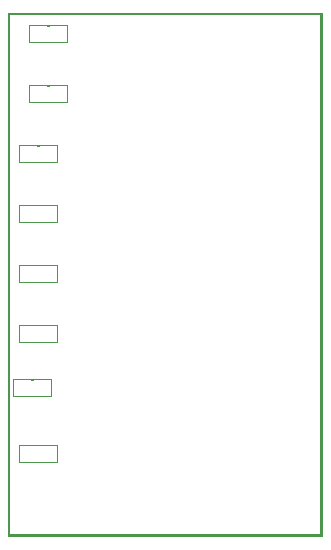
<source format=gbo>
G04 MADE WITH FRITZING*
G04 WWW.FRITZING.ORG*
G04 DOUBLE SIDED*
G04 HOLES PLATED*
G04 CONTOUR ON CENTER OF CONTOUR VECTOR*
%ASAXBY*%
%FSLAX23Y23*%
%MOIN*%
%OFA0B0*%
%SFA1.0B1.0*%
%ADD10R,0.001000X0.001000*%
%LNSILK0*%
G90*
G70*
G54D10*
X0Y1747D02*
X1049Y1747D01*
X0Y1746D02*
X1049Y1746D01*
X0Y1745D02*
X1049Y1745D01*
X0Y1744D02*
X1049Y1744D01*
X0Y1743D02*
X1049Y1743D01*
X0Y1742D02*
X1049Y1742D01*
X0Y1741D02*
X1049Y1741D01*
X0Y1740D02*
X1049Y1740D01*
X0Y1739D02*
X7Y1739D01*
X1042Y1739D02*
X1049Y1739D01*
X0Y1738D02*
X7Y1738D01*
X1042Y1738D02*
X1049Y1738D01*
X0Y1737D02*
X7Y1737D01*
X1042Y1737D02*
X1049Y1737D01*
X0Y1736D02*
X7Y1736D01*
X1042Y1736D02*
X1049Y1736D01*
X0Y1735D02*
X7Y1735D01*
X1042Y1735D02*
X1049Y1735D01*
X0Y1734D02*
X7Y1734D01*
X1042Y1734D02*
X1049Y1734D01*
X0Y1733D02*
X7Y1733D01*
X1042Y1733D02*
X1049Y1733D01*
X0Y1732D02*
X7Y1732D01*
X1042Y1732D02*
X1049Y1732D01*
X0Y1731D02*
X7Y1731D01*
X1042Y1731D02*
X1049Y1731D01*
X0Y1730D02*
X7Y1730D01*
X1042Y1730D02*
X1049Y1730D01*
X0Y1729D02*
X7Y1729D01*
X1042Y1729D02*
X1049Y1729D01*
X0Y1728D02*
X7Y1728D01*
X1042Y1728D02*
X1049Y1728D01*
X0Y1727D02*
X7Y1727D01*
X1042Y1727D02*
X1049Y1727D01*
X0Y1726D02*
X7Y1726D01*
X1042Y1726D02*
X1049Y1726D01*
X0Y1725D02*
X7Y1725D01*
X1042Y1725D02*
X1049Y1725D01*
X0Y1724D02*
X7Y1724D01*
X1042Y1724D02*
X1049Y1724D01*
X0Y1723D02*
X7Y1723D01*
X1042Y1723D02*
X1049Y1723D01*
X0Y1722D02*
X7Y1722D01*
X1042Y1722D02*
X1049Y1722D01*
X0Y1721D02*
X7Y1721D01*
X1042Y1721D02*
X1049Y1721D01*
X0Y1720D02*
X7Y1720D01*
X1042Y1720D02*
X1049Y1720D01*
X0Y1719D02*
X7Y1719D01*
X1042Y1719D02*
X1049Y1719D01*
X0Y1718D02*
X7Y1718D01*
X1042Y1718D02*
X1049Y1718D01*
X0Y1717D02*
X7Y1717D01*
X1042Y1717D02*
X1049Y1717D01*
X0Y1716D02*
X7Y1716D01*
X1042Y1716D02*
X1049Y1716D01*
X0Y1715D02*
X7Y1715D01*
X1042Y1715D02*
X1049Y1715D01*
X0Y1714D02*
X7Y1714D01*
X1042Y1714D02*
X1049Y1714D01*
X0Y1713D02*
X7Y1713D01*
X1042Y1713D02*
X1049Y1713D01*
X0Y1712D02*
X7Y1712D01*
X1042Y1712D02*
X1049Y1712D01*
X0Y1711D02*
X7Y1711D01*
X1042Y1711D02*
X1049Y1711D01*
X0Y1710D02*
X7Y1710D01*
X1042Y1710D02*
X1049Y1710D01*
X0Y1709D02*
X7Y1709D01*
X1042Y1709D02*
X1049Y1709D01*
X0Y1708D02*
X7Y1708D01*
X1042Y1708D02*
X1049Y1708D01*
X0Y1707D02*
X7Y1707D01*
X1042Y1707D02*
X1049Y1707D01*
X0Y1706D02*
X7Y1706D01*
X71Y1706D02*
X200Y1706D01*
X1042Y1706D02*
X1049Y1706D01*
X0Y1705D02*
X7Y1705D01*
X71Y1705D02*
X200Y1705D01*
X1042Y1705D02*
X1049Y1705D01*
X0Y1704D02*
X7Y1704D01*
X71Y1704D02*
X200Y1704D01*
X1042Y1704D02*
X1049Y1704D01*
X0Y1703D02*
X7Y1703D01*
X71Y1703D02*
X73Y1703D01*
X131Y1703D02*
X140Y1703D01*
X198Y1703D02*
X200Y1703D01*
X1042Y1703D02*
X1049Y1703D01*
X0Y1702D02*
X7Y1702D01*
X71Y1702D02*
X73Y1702D01*
X198Y1702D02*
X200Y1702D01*
X1042Y1702D02*
X1049Y1702D01*
X0Y1701D02*
X7Y1701D01*
X71Y1701D02*
X73Y1701D01*
X198Y1701D02*
X200Y1701D01*
X1042Y1701D02*
X1049Y1701D01*
X0Y1700D02*
X7Y1700D01*
X71Y1700D02*
X73Y1700D01*
X198Y1700D02*
X200Y1700D01*
X1042Y1700D02*
X1049Y1700D01*
X0Y1699D02*
X7Y1699D01*
X71Y1699D02*
X73Y1699D01*
X198Y1699D02*
X200Y1699D01*
X1042Y1699D02*
X1049Y1699D01*
X0Y1698D02*
X7Y1698D01*
X71Y1698D02*
X73Y1698D01*
X198Y1698D02*
X200Y1698D01*
X1042Y1698D02*
X1049Y1698D01*
X0Y1697D02*
X7Y1697D01*
X71Y1697D02*
X73Y1697D01*
X198Y1697D02*
X200Y1697D01*
X1042Y1697D02*
X1049Y1697D01*
X0Y1696D02*
X7Y1696D01*
X71Y1696D02*
X73Y1696D01*
X198Y1696D02*
X200Y1696D01*
X1042Y1696D02*
X1049Y1696D01*
X0Y1695D02*
X7Y1695D01*
X71Y1695D02*
X73Y1695D01*
X198Y1695D02*
X200Y1695D01*
X1042Y1695D02*
X1049Y1695D01*
X0Y1694D02*
X7Y1694D01*
X71Y1694D02*
X73Y1694D01*
X198Y1694D02*
X200Y1694D01*
X1042Y1694D02*
X1049Y1694D01*
X0Y1693D02*
X7Y1693D01*
X71Y1693D02*
X73Y1693D01*
X198Y1693D02*
X200Y1693D01*
X1042Y1693D02*
X1049Y1693D01*
X0Y1692D02*
X7Y1692D01*
X71Y1692D02*
X73Y1692D01*
X198Y1692D02*
X200Y1692D01*
X1042Y1692D02*
X1049Y1692D01*
X0Y1691D02*
X7Y1691D01*
X71Y1691D02*
X73Y1691D01*
X198Y1691D02*
X200Y1691D01*
X1042Y1691D02*
X1049Y1691D01*
X0Y1690D02*
X7Y1690D01*
X71Y1690D02*
X73Y1690D01*
X198Y1690D02*
X200Y1690D01*
X1042Y1690D02*
X1049Y1690D01*
X0Y1689D02*
X7Y1689D01*
X71Y1689D02*
X73Y1689D01*
X198Y1689D02*
X200Y1689D01*
X1042Y1689D02*
X1049Y1689D01*
X0Y1688D02*
X7Y1688D01*
X71Y1688D02*
X73Y1688D01*
X198Y1688D02*
X200Y1688D01*
X1042Y1688D02*
X1049Y1688D01*
X0Y1687D02*
X7Y1687D01*
X71Y1687D02*
X73Y1687D01*
X198Y1687D02*
X200Y1687D01*
X1042Y1687D02*
X1049Y1687D01*
X0Y1686D02*
X7Y1686D01*
X71Y1686D02*
X73Y1686D01*
X198Y1686D02*
X200Y1686D01*
X1042Y1686D02*
X1049Y1686D01*
X0Y1685D02*
X7Y1685D01*
X71Y1685D02*
X73Y1685D01*
X198Y1685D02*
X200Y1685D01*
X1042Y1685D02*
X1049Y1685D01*
X0Y1684D02*
X7Y1684D01*
X71Y1684D02*
X73Y1684D01*
X198Y1684D02*
X200Y1684D01*
X1042Y1684D02*
X1049Y1684D01*
X0Y1683D02*
X7Y1683D01*
X71Y1683D02*
X73Y1683D01*
X198Y1683D02*
X200Y1683D01*
X1042Y1683D02*
X1049Y1683D01*
X0Y1682D02*
X7Y1682D01*
X71Y1682D02*
X73Y1682D01*
X198Y1682D02*
X200Y1682D01*
X1042Y1682D02*
X1049Y1682D01*
X0Y1681D02*
X7Y1681D01*
X71Y1681D02*
X73Y1681D01*
X198Y1681D02*
X200Y1681D01*
X1042Y1681D02*
X1049Y1681D01*
X0Y1680D02*
X7Y1680D01*
X71Y1680D02*
X73Y1680D01*
X198Y1680D02*
X200Y1680D01*
X1042Y1680D02*
X1049Y1680D01*
X0Y1679D02*
X7Y1679D01*
X71Y1679D02*
X73Y1679D01*
X198Y1679D02*
X200Y1679D01*
X1042Y1679D02*
X1049Y1679D01*
X0Y1678D02*
X7Y1678D01*
X71Y1678D02*
X73Y1678D01*
X198Y1678D02*
X200Y1678D01*
X1042Y1678D02*
X1049Y1678D01*
X0Y1677D02*
X7Y1677D01*
X71Y1677D02*
X73Y1677D01*
X198Y1677D02*
X200Y1677D01*
X1042Y1677D02*
X1049Y1677D01*
X0Y1676D02*
X7Y1676D01*
X71Y1676D02*
X73Y1676D01*
X198Y1676D02*
X200Y1676D01*
X1042Y1676D02*
X1049Y1676D01*
X0Y1675D02*
X7Y1675D01*
X71Y1675D02*
X73Y1675D01*
X198Y1675D02*
X200Y1675D01*
X1042Y1675D02*
X1049Y1675D01*
X0Y1674D02*
X7Y1674D01*
X71Y1674D02*
X73Y1674D01*
X198Y1674D02*
X200Y1674D01*
X1042Y1674D02*
X1049Y1674D01*
X0Y1673D02*
X7Y1673D01*
X71Y1673D02*
X73Y1673D01*
X198Y1673D02*
X200Y1673D01*
X1042Y1673D02*
X1049Y1673D01*
X0Y1672D02*
X7Y1672D01*
X71Y1672D02*
X73Y1672D01*
X198Y1672D02*
X200Y1672D01*
X1042Y1672D02*
X1049Y1672D01*
X0Y1671D02*
X7Y1671D01*
X71Y1671D02*
X73Y1671D01*
X198Y1671D02*
X200Y1671D01*
X1042Y1671D02*
X1049Y1671D01*
X0Y1670D02*
X7Y1670D01*
X71Y1670D02*
X73Y1670D01*
X198Y1670D02*
X200Y1670D01*
X1042Y1670D02*
X1049Y1670D01*
X0Y1669D02*
X7Y1669D01*
X71Y1669D02*
X73Y1669D01*
X198Y1669D02*
X200Y1669D01*
X1042Y1669D02*
X1049Y1669D01*
X0Y1668D02*
X7Y1668D01*
X71Y1668D02*
X73Y1668D01*
X198Y1668D02*
X200Y1668D01*
X1042Y1668D02*
X1049Y1668D01*
X0Y1667D02*
X7Y1667D01*
X71Y1667D02*
X73Y1667D01*
X198Y1667D02*
X200Y1667D01*
X1042Y1667D02*
X1049Y1667D01*
X0Y1666D02*
X7Y1666D01*
X71Y1666D02*
X73Y1666D01*
X198Y1666D02*
X200Y1666D01*
X1042Y1666D02*
X1049Y1666D01*
X0Y1665D02*
X7Y1665D01*
X71Y1665D02*
X73Y1665D01*
X198Y1665D02*
X200Y1665D01*
X1042Y1665D02*
X1049Y1665D01*
X0Y1664D02*
X7Y1664D01*
X71Y1664D02*
X73Y1664D01*
X198Y1664D02*
X200Y1664D01*
X1042Y1664D02*
X1049Y1664D01*
X0Y1663D02*
X7Y1663D01*
X71Y1663D02*
X73Y1663D01*
X198Y1663D02*
X200Y1663D01*
X1042Y1663D02*
X1049Y1663D01*
X0Y1662D02*
X7Y1662D01*
X71Y1662D02*
X73Y1662D01*
X198Y1662D02*
X200Y1662D01*
X1042Y1662D02*
X1049Y1662D01*
X0Y1661D02*
X7Y1661D01*
X71Y1661D02*
X73Y1661D01*
X198Y1661D02*
X200Y1661D01*
X1042Y1661D02*
X1049Y1661D01*
X0Y1660D02*
X7Y1660D01*
X71Y1660D02*
X73Y1660D01*
X198Y1660D02*
X200Y1660D01*
X1042Y1660D02*
X1049Y1660D01*
X0Y1659D02*
X7Y1659D01*
X71Y1659D02*
X73Y1659D01*
X198Y1659D02*
X200Y1659D01*
X1042Y1659D02*
X1049Y1659D01*
X0Y1658D02*
X7Y1658D01*
X71Y1658D02*
X73Y1658D01*
X198Y1658D02*
X200Y1658D01*
X1042Y1658D02*
X1049Y1658D01*
X0Y1657D02*
X7Y1657D01*
X71Y1657D02*
X73Y1657D01*
X198Y1657D02*
X200Y1657D01*
X1042Y1657D02*
X1049Y1657D01*
X0Y1656D02*
X7Y1656D01*
X71Y1656D02*
X73Y1656D01*
X198Y1656D02*
X200Y1656D01*
X1042Y1656D02*
X1049Y1656D01*
X0Y1655D02*
X7Y1655D01*
X71Y1655D02*
X73Y1655D01*
X198Y1655D02*
X200Y1655D01*
X1042Y1655D02*
X1049Y1655D01*
X0Y1654D02*
X7Y1654D01*
X71Y1654D02*
X73Y1654D01*
X198Y1654D02*
X200Y1654D01*
X1042Y1654D02*
X1049Y1654D01*
X0Y1653D02*
X7Y1653D01*
X71Y1653D02*
X73Y1653D01*
X198Y1653D02*
X200Y1653D01*
X1042Y1653D02*
X1049Y1653D01*
X0Y1652D02*
X7Y1652D01*
X71Y1652D02*
X73Y1652D01*
X198Y1652D02*
X200Y1652D01*
X1042Y1652D02*
X1049Y1652D01*
X0Y1651D02*
X7Y1651D01*
X71Y1651D02*
X73Y1651D01*
X131Y1651D02*
X140Y1651D01*
X198Y1651D02*
X200Y1651D01*
X1042Y1651D02*
X1049Y1651D01*
X0Y1650D02*
X7Y1650D01*
X71Y1650D02*
X200Y1650D01*
X1042Y1650D02*
X1049Y1650D01*
X0Y1649D02*
X7Y1649D01*
X71Y1649D02*
X200Y1649D01*
X1042Y1649D02*
X1049Y1649D01*
X0Y1648D02*
X7Y1648D01*
X71Y1648D02*
X200Y1648D01*
X1042Y1648D02*
X1049Y1648D01*
X0Y1647D02*
X7Y1647D01*
X1042Y1647D02*
X1049Y1647D01*
X0Y1646D02*
X7Y1646D01*
X1042Y1646D02*
X1049Y1646D01*
X0Y1645D02*
X7Y1645D01*
X1042Y1645D02*
X1049Y1645D01*
X0Y1644D02*
X7Y1644D01*
X1042Y1644D02*
X1049Y1644D01*
X0Y1643D02*
X7Y1643D01*
X1042Y1643D02*
X1049Y1643D01*
X0Y1642D02*
X7Y1642D01*
X1042Y1642D02*
X1049Y1642D01*
X0Y1641D02*
X7Y1641D01*
X1042Y1641D02*
X1049Y1641D01*
X0Y1640D02*
X7Y1640D01*
X1042Y1640D02*
X1049Y1640D01*
X0Y1639D02*
X7Y1639D01*
X1042Y1639D02*
X1049Y1639D01*
X0Y1638D02*
X7Y1638D01*
X1042Y1638D02*
X1049Y1638D01*
X0Y1637D02*
X7Y1637D01*
X1042Y1637D02*
X1049Y1637D01*
X0Y1636D02*
X7Y1636D01*
X1042Y1636D02*
X1049Y1636D01*
X0Y1635D02*
X7Y1635D01*
X1042Y1635D02*
X1049Y1635D01*
X0Y1634D02*
X7Y1634D01*
X1042Y1634D02*
X1049Y1634D01*
X0Y1633D02*
X7Y1633D01*
X1042Y1633D02*
X1049Y1633D01*
X0Y1632D02*
X7Y1632D01*
X1042Y1632D02*
X1049Y1632D01*
X0Y1631D02*
X7Y1631D01*
X1042Y1631D02*
X1049Y1631D01*
X0Y1630D02*
X7Y1630D01*
X1042Y1630D02*
X1049Y1630D01*
X0Y1629D02*
X7Y1629D01*
X1042Y1629D02*
X1049Y1629D01*
X0Y1628D02*
X7Y1628D01*
X1042Y1628D02*
X1049Y1628D01*
X0Y1627D02*
X7Y1627D01*
X1042Y1627D02*
X1049Y1627D01*
X0Y1626D02*
X7Y1626D01*
X1042Y1626D02*
X1049Y1626D01*
X0Y1625D02*
X7Y1625D01*
X1042Y1625D02*
X1049Y1625D01*
X0Y1624D02*
X7Y1624D01*
X1042Y1624D02*
X1049Y1624D01*
X0Y1623D02*
X7Y1623D01*
X1042Y1623D02*
X1049Y1623D01*
X0Y1622D02*
X7Y1622D01*
X1042Y1622D02*
X1049Y1622D01*
X0Y1621D02*
X7Y1621D01*
X1042Y1621D02*
X1049Y1621D01*
X0Y1620D02*
X7Y1620D01*
X1042Y1620D02*
X1049Y1620D01*
X0Y1619D02*
X7Y1619D01*
X1042Y1619D02*
X1049Y1619D01*
X0Y1618D02*
X7Y1618D01*
X1042Y1618D02*
X1049Y1618D01*
X0Y1617D02*
X7Y1617D01*
X1042Y1617D02*
X1049Y1617D01*
X0Y1616D02*
X7Y1616D01*
X1042Y1616D02*
X1049Y1616D01*
X0Y1615D02*
X7Y1615D01*
X1042Y1615D02*
X1049Y1615D01*
X0Y1614D02*
X7Y1614D01*
X1042Y1614D02*
X1049Y1614D01*
X0Y1613D02*
X7Y1613D01*
X1042Y1613D02*
X1049Y1613D01*
X0Y1612D02*
X7Y1612D01*
X1042Y1612D02*
X1049Y1612D01*
X0Y1611D02*
X7Y1611D01*
X1042Y1611D02*
X1049Y1611D01*
X0Y1610D02*
X7Y1610D01*
X1042Y1610D02*
X1049Y1610D01*
X0Y1609D02*
X7Y1609D01*
X1042Y1609D02*
X1049Y1609D01*
X0Y1608D02*
X7Y1608D01*
X1042Y1608D02*
X1049Y1608D01*
X0Y1607D02*
X7Y1607D01*
X1042Y1607D02*
X1049Y1607D01*
X0Y1606D02*
X7Y1606D01*
X1042Y1606D02*
X1049Y1606D01*
X0Y1605D02*
X7Y1605D01*
X1042Y1605D02*
X1049Y1605D01*
X0Y1604D02*
X7Y1604D01*
X1042Y1604D02*
X1049Y1604D01*
X0Y1603D02*
X7Y1603D01*
X1042Y1603D02*
X1049Y1603D01*
X0Y1602D02*
X7Y1602D01*
X1042Y1602D02*
X1049Y1602D01*
X0Y1601D02*
X7Y1601D01*
X1042Y1601D02*
X1049Y1601D01*
X0Y1600D02*
X7Y1600D01*
X1042Y1600D02*
X1049Y1600D01*
X0Y1599D02*
X7Y1599D01*
X1042Y1599D02*
X1049Y1599D01*
X0Y1598D02*
X7Y1598D01*
X1042Y1598D02*
X1049Y1598D01*
X0Y1597D02*
X7Y1597D01*
X1042Y1597D02*
X1049Y1597D01*
X0Y1596D02*
X7Y1596D01*
X1042Y1596D02*
X1049Y1596D01*
X0Y1595D02*
X7Y1595D01*
X1042Y1595D02*
X1049Y1595D01*
X0Y1594D02*
X7Y1594D01*
X1042Y1594D02*
X1049Y1594D01*
X0Y1593D02*
X7Y1593D01*
X1042Y1593D02*
X1049Y1593D01*
X0Y1592D02*
X7Y1592D01*
X1042Y1592D02*
X1049Y1592D01*
X0Y1591D02*
X7Y1591D01*
X1042Y1591D02*
X1049Y1591D01*
X0Y1590D02*
X7Y1590D01*
X1042Y1590D02*
X1049Y1590D01*
X0Y1589D02*
X7Y1589D01*
X1042Y1589D02*
X1049Y1589D01*
X0Y1588D02*
X7Y1588D01*
X1042Y1588D02*
X1049Y1588D01*
X0Y1587D02*
X7Y1587D01*
X1042Y1587D02*
X1049Y1587D01*
X0Y1586D02*
X7Y1586D01*
X1042Y1586D02*
X1049Y1586D01*
X0Y1585D02*
X7Y1585D01*
X1042Y1585D02*
X1049Y1585D01*
X0Y1584D02*
X7Y1584D01*
X1042Y1584D02*
X1049Y1584D01*
X0Y1583D02*
X7Y1583D01*
X1042Y1583D02*
X1049Y1583D01*
X0Y1582D02*
X7Y1582D01*
X1042Y1582D02*
X1049Y1582D01*
X0Y1581D02*
X7Y1581D01*
X1042Y1581D02*
X1049Y1581D01*
X0Y1580D02*
X7Y1580D01*
X1042Y1580D02*
X1049Y1580D01*
X0Y1579D02*
X7Y1579D01*
X1042Y1579D02*
X1049Y1579D01*
X0Y1578D02*
X7Y1578D01*
X1042Y1578D02*
X1049Y1578D01*
X0Y1577D02*
X7Y1577D01*
X1042Y1577D02*
X1049Y1577D01*
X0Y1576D02*
X7Y1576D01*
X1042Y1576D02*
X1049Y1576D01*
X0Y1575D02*
X7Y1575D01*
X1042Y1575D02*
X1049Y1575D01*
X0Y1574D02*
X7Y1574D01*
X1042Y1574D02*
X1049Y1574D01*
X0Y1573D02*
X7Y1573D01*
X1042Y1573D02*
X1049Y1573D01*
X0Y1572D02*
X7Y1572D01*
X1042Y1572D02*
X1049Y1572D01*
X0Y1571D02*
X7Y1571D01*
X1042Y1571D02*
X1049Y1571D01*
X0Y1570D02*
X7Y1570D01*
X1042Y1570D02*
X1049Y1570D01*
X0Y1569D02*
X7Y1569D01*
X1042Y1569D02*
X1049Y1569D01*
X0Y1568D02*
X7Y1568D01*
X1042Y1568D02*
X1049Y1568D01*
X0Y1567D02*
X7Y1567D01*
X1042Y1567D02*
X1049Y1567D01*
X0Y1566D02*
X7Y1566D01*
X1042Y1566D02*
X1049Y1566D01*
X0Y1565D02*
X7Y1565D01*
X1042Y1565D02*
X1049Y1565D01*
X0Y1564D02*
X7Y1564D01*
X1042Y1564D02*
X1049Y1564D01*
X0Y1563D02*
X7Y1563D01*
X1042Y1563D02*
X1049Y1563D01*
X0Y1562D02*
X7Y1562D01*
X1042Y1562D02*
X1049Y1562D01*
X0Y1561D02*
X7Y1561D01*
X1042Y1561D02*
X1049Y1561D01*
X0Y1560D02*
X7Y1560D01*
X1042Y1560D02*
X1049Y1560D01*
X0Y1559D02*
X7Y1559D01*
X1042Y1559D02*
X1049Y1559D01*
X0Y1558D02*
X7Y1558D01*
X1042Y1558D02*
X1049Y1558D01*
X0Y1557D02*
X7Y1557D01*
X1042Y1557D02*
X1049Y1557D01*
X0Y1556D02*
X7Y1556D01*
X1042Y1556D02*
X1049Y1556D01*
X0Y1555D02*
X7Y1555D01*
X1042Y1555D02*
X1049Y1555D01*
X0Y1554D02*
X7Y1554D01*
X1042Y1554D02*
X1049Y1554D01*
X0Y1553D02*
X7Y1553D01*
X1042Y1553D02*
X1049Y1553D01*
X0Y1552D02*
X7Y1552D01*
X1042Y1552D02*
X1049Y1552D01*
X0Y1551D02*
X7Y1551D01*
X1042Y1551D02*
X1049Y1551D01*
X0Y1550D02*
X7Y1550D01*
X1042Y1550D02*
X1049Y1550D01*
X0Y1549D02*
X7Y1549D01*
X1042Y1549D02*
X1049Y1549D01*
X0Y1548D02*
X7Y1548D01*
X1042Y1548D02*
X1049Y1548D01*
X0Y1547D02*
X7Y1547D01*
X1042Y1547D02*
X1049Y1547D01*
X0Y1546D02*
X7Y1546D01*
X1042Y1546D02*
X1049Y1546D01*
X0Y1545D02*
X7Y1545D01*
X1042Y1545D02*
X1049Y1545D01*
X0Y1544D02*
X7Y1544D01*
X1042Y1544D02*
X1049Y1544D01*
X0Y1543D02*
X7Y1543D01*
X1042Y1543D02*
X1049Y1543D01*
X0Y1542D02*
X7Y1542D01*
X1042Y1542D02*
X1049Y1542D01*
X0Y1541D02*
X7Y1541D01*
X1042Y1541D02*
X1049Y1541D01*
X0Y1540D02*
X7Y1540D01*
X1042Y1540D02*
X1049Y1540D01*
X0Y1539D02*
X7Y1539D01*
X1042Y1539D02*
X1049Y1539D01*
X0Y1538D02*
X7Y1538D01*
X1042Y1538D02*
X1049Y1538D01*
X0Y1537D02*
X7Y1537D01*
X1042Y1537D02*
X1049Y1537D01*
X0Y1536D02*
X7Y1536D01*
X1042Y1536D02*
X1049Y1536D01*
X0Y1535D02*
X7Y1535D01*
X1042Y1535D02*
X1049Y1535D01*
X0Y1534D02*
X7Y1534D01*
X1042Y1534D02*
X1049Y1534D01*
X0Y1533D02*
X7Y1533D01*
X1042Y1533D02*
X1049Y1533D01*
X0Y1532D02*
X7Y1532D01*
X1042Y1532D02*
X1049Y1532D01*
X0Y1531D02*
X7Y1531D01*
X1042Y1531D02*
X1049Y1531D01*
X0Y1530D02*
X7Y1530D01*
X1042Y1530D02*
X1049Y1530D01*
X0Y1529D02*
X7Y1529D01*
X1042Y1529D02*
X1049Y1529D01*
X0Y1528D02*
X7Y1528D01*
X1042Y1528D02*
X1049Y1528D01*
X0Y1527D02*
X7Y1527D01*
X1042Y1527D02*
X1049Y1527D01*
X0Y1526D02*
X7Y1526D01*
X1042Y1526D02*
X1049Y1526D01*
X0Y1525D02*
X7Y1525D01*
X1042Y1525D02*
X1049Y1525D01*
X0Y1524D02*
X7Y1524D01*
X1042Y1524D02*
X1049Y1524D01*
X0Y1523D02*
X7Y1523D01*
X1042Y1523D02*
X1049Y1523D01*
X0Y1522D02*
X7Y1522D01*
X1042Y1522D02*
X1049Y1522D01*
X0Y1521D02*
X7Y1521D01*
X1042Y1521D02*
X1049Y1521D01*
X0Y1520D02*
X7Y1520D01*
X1042Y1520D02*
X1049Y1520D01*
X0Y1519D02*
X7Y1519D01*
X1042Y1519D02*
X1049Y1519D01*
X0Y1518D02*
X7Y1518D01*
X1042Y1518D02*
X1049Y1518D01*
X0Y1517D02*
X7Y1517D01*
X1042Y1517D02*
X1049Y1517D01*
X0Y1516D02*
X7Y1516D01*
X1042Y1516D02*
X1049Y1516D01*
X0Y1515D02*
X7Y1515D01*
X1042Y1515D02*
X1049Y1515D01*
X0Y1514D02*
X7Y1514D01*
X1042Y1514D02*
X1049Y1514D01*
X0Y1513D02*
X7Y1513D01*
X1042Y1513D02*
X1049Y1513D01*
X0Y1512D02*
X7Y1512D01*
X1042Y1512D02*
X1049Y1512D01*
X0Y1511D02*
X7Y1511D01*
X1042Y1511D02*
X1049Y1511D01*
X0Y1510D02*
X7Y1510D01*
X1042Y1510D02*
X1049Y1510D01*
X0Y1509D02*
X7Y1509D01*
X1042Y1509D02*
X1049Y1509D01*
X0Y1508D02*
X7Y1508D01*
X1042Y1508D02*
X1049Y1508D01*
X0Y1507D02*
X7Y1507D01*
X1042Y1507D02*
X1049Y1507D01*
X0Y1506D02*
X7Y1506D01*
X71Y1506D02*
X200Y1506D01*
X1042Y1506D02*
X1049Y1506D01*
X0Y1505D02*
X7Y1505D01*
X71Y1505D02*
X200Y1505D01*
X1042Y1505D02*
X1049Y1505D01*
X0Y1504D02*
X7Y1504D01*
X71Y1504D02*
X200Y1504D01*
X1042Y1504D02*
X1049Y1504D01*
X0Y1503D02*
X7Y1503D01*
X71Y1503D02*
X73Y1503D01*
X131Y1503D02*
X140Y1503D01*
X198Y1503D02*
X200Y1503D01*
X1042Y1503D02*
X1049Y1503D01*
X0Y1502D02*
X7Y1502D01*
X71Y1502D02*
X73Y1502D01*
X198Y1502D02*
X200Y1502D01*
X1042Y1502D02*
X1049Y1502D01*
X0Y1501D02*
X7Y1501D01*
X71Y1501D02*
X73Y1501D01*
X198Y1501D02*
X200Y1501D01*
X1042Y1501D02*
X1049Y1501D01*
X0Y1500D02*
X7Y1500D01*
X71Y1500D02*
X73Y1500D01*
X198Y1500D02*
X200Y1500D01*
X1042Y1500D02*
X1049Y1500D01*
X0Y1499D02*
X7Y1499D01*
X71Y1499D02*
X73Y1499D01*
X198Y1499D02*
X200Y1499D01*
X1042Y1499D02*
X1049Y1499D01*
X0Y1498D02*
X7Y1498D01*
X71Y1498D02*
X73Y1498D01*
X198Y1498D02*
X200Y1498D01*
X1042Y1498D02*
X1049Y1498D01*
X0Y1497D02*
X7Y1497D01*
X71Y1497D02*
X73Y1497D01*
X198Y1497D02*
X200Y1497D01*
X1042Y1497D02*
X1049Y1497D01*
X0Y1496D02*
X7Y1496D01*
X71Y1496D02*
X73Y1496D01*
X198Y1496D02*
X200Y1496D01*
X1042Y1496D02*
X1049Y1496D01*
X0Y1495D02*
X7Y1495D01*
X71Y1495D02*
X73Y1495D01*
X198Y1495D02*
X200Y1495D01*
X1042Y1495D02*
X1049Y1495D01*
X0Y1494D02*
X7Y1494D01*
X71Y1494D02*
X73Y1494D01*
X198Y1494D02*
X200Y1494D01*
X1042Y1494D02*
X1049Y1494D01*
X0Y1493D02*
X7Y1493D01*
X71Y1493D02*
X73Y1493D01*
X198Y1493D02*
X200Y1493D01*
X1042Y1493D02*
X1049Y1493D01*
X0Y1492D02*
X7Y1492D01*
X71Y1492D02*
X73Y1492D01*
X198Y1492D02*
X200Y1492D01*
X1042Y1492D02*
X1049Y1492D01*
X0Y1491D02*
X7Y1491D01*
X71Y1491D02*
X73Y1491D01*
X198Y1491D02*
X200Y1491D01*
X1042Y1491D02*
X1049Y1491D01*
X0Y1490D02*
X7Y1490D01*
X71Y1490D02*
X73Y1490D01*
X198Y1490D02*
X200Y1490D01*
X1042Y1490D02*
X1049Y1490D01*
X0Y1489D02*
X7Y1489D01*
X71Y1489D02*
X73Y1489D01*
X198Y1489D02*
X200Y1489D01*
X1042Y1489D02*
X1049Y1489D01*
X0Y1488D02*
X7Y1488D01*
X71Y1488D02*
X73Y1488D01*
X198Y1488D02*
X200Y1488D01*
X1042Y1488D02*
X1049Y1488D01*
X0Y1487D02*
X7Y1487D01*
X71Y1487D02*
X73Y1487D01*
X198Y1487D02*
X200Y1487D01*
X1042Y1487D02*
X1049Y1487D01*
X0Y1486D02*
X7Y1486D01*
X71Y1486D02*
X73Y1486D01*
X198Y1486D02*
X200Y1486D01*
X1042Y1486D02*
X1049Y1486D01*
X0Y1485D02*
X7Y1485D01*
X71Y1485D02*
X73Y1485D01*
X198Y1485D02*
X200Y1485D01*
X1042Y1485D02*
X1049Y1485D01*
X0Y1484D02*
X7Y1484D01*
X71Y1484D02*
X73Y1484D01*
X198Y1484D02*
X200Y1484D01*
X1042Y1484D02*
X1049Y1484D01*
X0Y1483D02*
X7Y1483D01*
X71Y1483D02*
X73Y1483D01*
X198Y1483D02*
X200Y1483D01*
X1042Y1483D02*
X1049Y1483D01*
X0Y1482D02*
X7Y1482D01*
X71Y1482D02*
X73Y1482D01*
X198Y1482D02*
X200Y1482D01*
X1042Y1482D02*
X1049Y1482D01*
X0Y1481D02*
X7Y1481D01*
X71Y1481D02*
X73Y1481D01*
X198Y1481D02*
X200Y1481D01*
X1042Y1481D02*
X1049Y1481D01*
X0Y1480D02*
X7Y1480D01*
X71Y1480D02*
X73Y1480D01*
X198Y1480D02*
X200Y1480D01*
X1042Y1480D02*
X1049Y1480D01*
X0Y1479D02*
X7Y1479D01*
X71Y1479D02*
X73Y1479D01*
X198Y1479D02*
X200Y1479D01*
X1042Y1479D02*
X1049Y1479D01*
X0Y1478D02*
X7Y1478D01*
X71Y1478D02*
X73Y1478D01*
X198Y1478D02*
X200Y1478D01*
X1042Y1478D02*
X1049Y1478D01*
X0Y1477D02*
X7Y1477D01*
X71Y1477D02*
X73Y1477D01*
X198Y1477D02*
X200Y1477D01*
X1042Y1477D02*
X1049Y1477D01*
X0Y1476D02*
X7Y1476D01*
X71Y1476D02*
X73Y1476D01*
X198Y1476D02*
X200Y1476D01*
X1042Y1476D02*
X1049Y1476D01*
X0Y1475D02*
X7Y1475D01*
X71Y1475D02*
X73Y1475D01*
X198Y1475D02*
X200Y1475D01*
X1042Y1475D02*
X1049Y1475D01*
X0Y1474D02*
X7Y1474D01*
X71Y1474D02*
X73Y1474D01*
X198Y1474D02*
X200Y1474D01*
X1042Y1474D02*
X1049Y1474D01*
X0Y1473D02*
X7Y1473D01*
X71Y1473D02*
X73Y1473D01*
X198Y1473D02*
X200Y1473D01*
X1042Y1473D02*
X1049Y1473D01*
X0Y1472D02*
X7Y1472D01*
X71Y1472D02*
X73Y1472D01*
X198Y1472D02*
X200Y1472D01*
X1042Y1472D02*
X1049Y1472D01*
X0Y1471D02*
X7Y1471D01*
X71Y1471D02*
X73Y1471D01*
X198Y1471D02*
X200Y1471D01*
X1042Y1471D02*
X1049Y1471D01*
X0Y1470D02*
X7Y1470D01*
X71Y1470D02*
X73Y1470D01*
X198Y1470D02*
X200Y1470D01*
X1042Y1470D02*
X1049Y1470D01*
X0Y1469D02*
X7Y1469D01*
X71Y1469D02*
X73Y1469D01*
X198Y1469D02*
X200Y1469D01*
X1042Y1469D02*
X1049Y1469D01*
X0Y1468D02*
X7Y1468D01*
X71Y1468D02*
X73Y1468D01*
X198Y1468D02*
X200Y1468D01*
X1042Y1468D02*
X1049Y1468D01*
X0Y1467D02*
X7Y1467D01*
X71Y1467D02*
X73Y1467D01*
X198Y1467D02*
X200Y1467D01*
X1042Y1467D02*
X1049Y1467D01*
X0Y1466D02*
X7Y1466D01*
X71Y1466D02*
X73Y1466D01*
X198Y1466D02*
X200Y1466D01*
X1042Y1466D02*
X1049Y1466D01*
X0Y1465D02*
X7Y1465D01*
X71Y1465D02*
X73Y1465D01*
X198Y1465D02*
X200Y1465D01*
X1042Y1465D02*
X1049Y1465D01*
X0Y1464D02*
X7Y1464D01*
X71Y1464D02*
X73Y1464D01*
X198Y1464D02*
X200Y1464D01*
X1042Y1464D02*
X1049Y1464D01*
X0Y1463D02*
X7Y1463D01*
X71Y1463D02*
X73Y1463D01*
X198Y1463D02*
X200Y1463D01*
X1042Y1463D02*
X1049Y1463D01*
X0Y1462D02*
X7Y1462D01*
X71Y1462D02*
X73Y1462D01*
X198Y1462D02*
X200Y1462D01*
X1042Y1462D02*
X1049Y1462D01*
X0Y1461D02*
X7Y1461D01*
X71Y1461D02*
X73Y1461D01*
X198Y1461D02*
X200Y1461D01*
X1042Y1461D02*
X1049Y1461D01*
X0Y1460D02*
X7Y1460D01*
X71Y1460D02*
X73Y1460D01*
X198Y1460D02*
X200Y1460D01*
X1042Y1460D02*
X1049Y1460D01*
X0Y1459D02*
X7Y1459D01*
X71Y1459D02*
X73Y1459D01*
X198Y1459D02*
X200Y1459D01*
X1042Y1459D02*
X1049Y1459D01*
X0Y1458D02*
X7Y1458D01*
X71Y1458D02*
X73Y1458D01*
X198Y1458D02*
X200Y1458D01*
X1042Y1458D02*
X1049Y1458D01*
X0Y1457D02*
X7Y1457D01*
X71Y1457D02*
X73Y1457D01*
X198Y1457D02*
X200Y1457D01*
X1042Y1457D02*
X1049Y1457D01*
X0Y1456D02*
X7Y1456D01*
X71Y1456D02*
X73Y1456D01*
X198Y1456D02*
X200Y1456D01*
X1042Y1456D02*
X1049Y1456D01*
X0Y1455D02*
X7Y1455D01*
X71Y1455D02*
X73Y1455D01*
X198Y1455D02*
X200Y1455D01*
X1042Y1455D02*
X1049Y1455D01*
X0Y1454D02*
X7Y1454D01*
X71Y1454D02*
X73Y1454D01*
X198Y1454D02*
X200Y1454D01*
X1042Y1454D02*
X1049Y1454D01*
X0Y1453D02*
X7Y1453D01*
X71Y1453D02*
X73Y1453D01*
X198Y1453D02*
X200Y1453D01*
X1042Y1453D02*
X1049Y1453D01*
X0Y1452D02*
X7Y1452D01*
X71Y1452D02*
X73Y1452D01*
X198Y1452D02*
X200Y1452D01*
X1042Y1452D02*
X1049Y1452D01*
X0Y1451D02*
X7Y1451D01*
X71Y1451D02*
X73Y1451D01*
X131Y1451D02*
X140Y1451D01*
X198Y1451D02*
X200Y1451D01*
X1042Y1451D02*
X1049Y1451D01*
X0Y1450D02*
X7Y1450D01*
X71Y1450D02*
X200Y1450D01*
X1042Y1450D02*
X1049Y1450D01*
X0Y1449D02*
X7Y1449D01*
X71Y1449D02*
X200Y1449D01*
X1042Y1449D02*
X1049Y1449D01*
X0Y1448D02*
X7Y1448D01*
X71Y1448D02*
X200Y1448D01*
X1042Y1448D02*
X1049Y1448D01*
X0Y1447D02*
X7Y1447D01*
X1042Y1447D02*
X1049Y1447D01*
X0Y1446D02*
X7Y1446D01*
X1042Y1446D02*
X1049Y1446D01*
X0Y1445D02*
X7Y1445D01*
X1042Y1445D02*
X1049Y1445D01*
X0Y1444D02*
X7Y1444D01*
X1042Y1444D02*
X1049Y1444D01*
X0Y1443D02*
X7Y1443D01*
X1042Y1443D02*
X1049Y1443D01*
X0Y1442D02*
X7Y1442D01*
X1042Y1442D02*
X1049Y1442D01*
X0Y1441D02*
X7Y1441D01*
X1042Y1441D02*
X1049Y1441D01*
X0Y1440D02*
X7Y1440D01*
X1042Y1440D02*
X1049Y1440D01*
X0Y1439D02*
X7Y1439D01*
X1042Y1439D02*
X1049Y1439D01*
X0Y1438D02*
X7Y1438D01*
X1042Y1438D02*
X1049Y1438D01*
X0Y1437D02*
X7Y1437D01*
X1042Y1437D02*
X1049Y1437D01*
X0Y1436D02*
X7Y1436D01*
X1042Y1436D02*
X1049Y1436D01*
X0Y1435D02*
X7Y1435D01*
X1042Y1435D02*
X1049Y1435D01*
X0Y1434D02*
X7Y1434D01*
X1042Y1434D02*
X1049Y1434D01*
X0Y1433D02*
X7Y1433D01*
X1042Y1433D02*
X1049Y1433D01*
X0Y1432D02*
X7Y1432D01*
X1042Y1432D02*
X1049Y1432D01*
X0Y1431D02*
X7Y1431D01*
X1042Y1431D02*
X1049Y1431D01*
X0Y1430D02*
X7Y1430D01*
X1042Y1430D02*
X1049Y1430D01*
X0Y1429D02*
X7Y1429D01*
X1042Y1429D02*
X1049Y1429D01*
X0Y1428D02*
X7Y1428D01*
X1042Y1428D02*
X1049Y1428D01*
X0Y1427D02*
X7Y1427D01*
X1042Y1427D02*
X1049Y1427D01*
X0Y1426D02*
X7Y1426D01*
X1042Y1426D02*
X1049Y1426D01*
X0Y1425D02*
X7Y1425D01*
X1042Y1425D02*
X1049Y1425D01*
X0Y1424D02*
X7Y1424D01*
X1042Y1424D02*
X1049Y1424D01*
X0Y1423D02*
X7Y1423D01*
X1042Y1423D02*
X1049Y1423D01*
X0Y1422D02*
X7Y1422D01*
X1042Y1422D02*
X1049Y1422D01*
X0Y1421D02*
X7Y1421D01*
X1042Y1421D02*
X1049Y1421D01*
X0Y1420D02*
X7Y1420D01*
X1042Y1420D02*
X1049Y1420D01*
X0Y1419D02*
X7Y1419D01*
X1042Y1419D02*
X1049Y1419D01*
X0Y1418D02*
X7Y1418D01*
X1042Y1418D02*
X1049Y1418D01*
X0Y1417D02*
X7Y1417D01*
X1042Y1417D02*
X1049Y1417D01*
X0Y1416D02*
X7Y1416D01*
X1042Y1416D02*
X1049Y1416D01*
X0Y1415D02*
X7Y1415D01*
X1042Y1415D02*
X1049Y1415D01*
X0Y1414D02*
X7Y1414D01*
X1042Y1414D02*
X1049Y1414D01*
X0Y1413D02*
X7Y1413D01*
X1042Y1413D02*
X1049Y1413D01*
X0Y1412D02*
X7Y1412D01*
X1042Y1412D02*
X1049Y1412D01*
X0Y1411D02*
X7Y1411D01*
X1042Y1411D02*
X1049Y1411D01*
X0Y1410D02*
X7Y1410D01*
X1042Y1410D02*
X1049Y1410D01*
X0Y1409D02*
X7Y1409D01*
X1042Y1409D02*
X1049Y1409D01*
X0Y1408D02*
X7Y1408D01*
X1042Y1408D02*
X1049Y1408D01*
X0Y1407D02*
X7Y1407D01*
X1042Y1407D02*
X1049Y1407D01*
X0Y1406D02*
X7Y1406D01*
X1042Y1406D02*
X1049Y1406D01*
X0Y1405D02*
X7Y1405D01*
X1042Y1405D02*
X1049Y1405D01*
X0Y1404D02*
X7Y1404D01*
X1042Y1404D02*
X1049Y1404D01*
X0Y1403D02*
X7Y1403D01*
X1042Y1403D02*
X1049Y1403D01*
X0Y1402D02*
X7Y1402D01*
X1042Y1402D02*
X1049Y1402D01*
X0Y1401D02*
X7Y1401D01*
X1042Y1401D02*
X1049Y1401D01*
X0Y1400D02*
X7Y1400D01*
X1042Y1400D02*
X1049Y1400D01*
X0Y1399D02*
X7Y1399D01*
X1042Y1399D02*
X1049Y1399D01*
X0Y1398D02*
X7Y1398D01*
X1042Y1398D02*
X1049Y1398D01*
X0Y1397D02*
X7Y1397D01*
X1042Y1397D02*
X1049Y1397D01*
X0Y1396D02*
X7Y1396D01*
X1042Y1396D02*
X1049Y1396D01*
X0Y1395D02*
X7Y1395D01*
X1042Y1395D02*
X1049Y1395D01*
X0Y1394D02*
X7Y1394D01*
X1042Y1394D02*
X1049Y1394D01*
X0Y1393D02*
X7Y1393D01*
X1042Y1393D02*
X1049Y1393D01*
X0Y1392D02*
X7Y1392D01*
X1042Y1392D02*
X1049Y1392D01*
X0Y1391D02*
X7Y1391D01*
X1042Y1391D02*
X1049Y1391D01*
X0Y1390D02*
X7Y1390D01*
X1042Y1390D02*
X1049Y1390D01*
X0Y1389D02*
X7Y1389D01*
X1042Y1389D02*
X1049Y1389D01*
X0Y1388D02*
X7Y1388D01*
X1042Y1388D02*
X1049Y1388D01*
X0Y1387D02*
X7Y1387D01*
X1042Y1387D02*
X1049Y1387D01*
X0Y1386D02*
X7Y1386D01*
X1042Y1386D02*
X1049Y1386D01*
X0Y1385D02*
X7Y1385D01*
X1042Y1385D02*
X1049Y1385D01*
X0Y1384D02*
X7Y1384D01*
X1042Y1384D02*
X1049Y1384D01*
X0Y1383D02*
X7Y1383D01*
X1042Y1383D02*
X1049Y1383D01*
X0Y1382D02*
X7Y1382D01*
X1042Y1382D02*
X1049Y1382D01*
X0Y1381D02*
X7Y1381D01*
X1042Y1381D02*
X1049Y1381D01*
X0Y1380D02*
X7Y1380D01*
X1042Y1380D02*
X1049Y1380D01*
X0Y1379D02*
X7Y1379D01*
X1042Y1379D02*
X1049Y1379D01*
X0Y1378D02*
X7Y1378D01*
X1042Y1378D02*
X1049Y1378D01*
X0Y1377D02*
X7Y1377D01*
X1042Y1377D02*
X1049Y1377D01*
X0Y1376D02*
X7Y1376D01*
X1042Y1376D02*
X1049Y1376D01*
X0Y1375D02*
X7Y1375D01*
X1042Y1375D02*
X1049Y1375D01*
X0Y1374D02*
X7Y1374D01*
X1042Y1374D02*
X1049Y1374D01*
X0Y1373D02*
X7Y1373D01*
X1042Y1373D02*
X1049Y1373D01*
X0Y1372D02*
X7Y1372D01*
X1042Y1372D02*
X1049Y1372D01*
X0Y1371D02*
X7Y1371D01*
X1042Y1371D02*
X1049Y1371D01*
X0Y1370D02*
X7Y1370D01*
X1042Y1370D02*
X1049Y1370D01*
X0Y1369D02*
X7Y1369D01*
X1042Y1369D02*
X1049Y1369D01*
X0Y1368D02*
X7Y1368D01*
X1042Y1368D02*
X1049Y1368D01*
X0Y1367D02*
X7Y1367D01*
X1042Y1367D02*
X1049Y1367D01*
X0Y1366D02*
X7Y1366D01*
X1042Y1366D02*
X1049Y1366D01*
X0Y1365D02*
X7Y1365D01*
X1042Y1365D02*
X1049Y1365D01*
X0Y1364D02*
X7Y1364D01*
X1042Y1364D02*
X1049Y1364D01*
X0Y1363D02*
X7Y1363D01*
X1042Y1363D02*
X1049Y1363D01*
X0Y1362D02*
X7Y1362D01*
X1042Y1362D02*
X1049Y1362D01*
X0Y1361D02*
X7Y1361D01*
X1042Y1361D02*
X1049Y1361D01*
X0Y1360D02*
X7Y1360D01*
X1042Y1360D02*
X1049Y1360D01*
X0Y1359D02*
X7Y1359D01*
X1042Y1359D02*
X1049Y1359D01*
X0Y1358D02*
X7Y1358D01*
X1042Y1358D02*
X1049Y1358D01*
X0Y1357D02*
X7Y1357D01*
X1042Y1357D02*
X1049Y1357D01*
X0Y1356D02*
X7Y1356D01*
X1042Y1356D02*
X1049Y1356D01*
X0Y1355D02*
X7Y1355D01*
X1042Y1355D02*
X1049Y1355D01*
X0Y1354D02*
X7Y1354D01*
X1042Y1354D02*
X1049Y1354D01*
X0Y1353D02*
X7Y1353D01*
X1042Y1353D02*
X1049Y1353D01*
X0Y1352D02*
X7Y1352D01*
X1042Y1352D02*
X1049Y1352D01*
X0Y1351D02*
X7Y1351D01*
X1042Y1351D02*
X1049Y1351D01*
X0Y1350D02*
X7Y1350D01*
X1042Y1350D02*
X1049Y1350D01*
X0Y1349D02*
X7Y1349D01*
X1042Y1349D02*
X1049Y1349D01*
X0Y1348D02*
X7Y1348D01*
X1042Y1348D02*
X1049Y1348D01*
X0Y1347D02*
X7Y1347D01*
X1042Y1347D02*
X1049Y1347D01*
X0Y1346D02*
X7Y1346D01*
X1042Y1346D02*
X1049Y1346D01*
X0Y1345D02*
X7Y1345D01*
X1042Y1345D02*
X1049Y1345D01*
X0Y1344D02*
X7Y1344D01*
X1042Y1344D02*
X1049Y1344D01*
X0Y1343D02*
X7Y1343D01*
X1042Y1343D02*
X1049Y1343D01*
X0Y1342D02*
X7Y1342D01*
X1042Y1342D02*
X1049Y1342D01*
X0Y1341D02*
X7Y1341D01*
X1042Y1341D02*
X1049Y1341D01*
X0Y1340D02*
X7Y1340D01*
X1042Y1340D02*
X1049Y1340D01*
X0Y1339D02*
X7Y1339D01*
X1042Y1339D02*
X1049Y1339D01*
X0Y1338D02*
X7Y1338D01*
X1042Y1338D02*
X1049Y1338D01*
X0Y1337D02*
X7Y1337D01*
X1042Y1337D02*
X1049Y1337D01*
X0Y1336D02*
X7Y1336D01*
X1042Y1336D02*
X1049Y1336D01*
X0Y1335D02*
X7Y1335D01*
X1042Y1335D02*
X1049Y1335D01*
X0Y1334D02*
X7Y1334D01*
X1042Y1334D02*
X1049Y1334D01*
X0Y1333D02*
X7Y1333D01*
X1042Y1333D02*
X1049Y1333D01*
X0Y1332D02*
X7Y1332D01*
X1042Y1332D02*
X1049Y1332D01*
X0Y1331D02*
X7Y1331D01*
X1042Y1331D02*
X1049Y1331D01*
X0Y1330D02*
X7Y1330D01*
X1042Y1330D02*
X1049Y1330D01*
X0Y1329D02*
X7Y1329D01*
X1042Y1329D02*
X1049Y1329D01*
X0Y1328D02*
X7Y1328D01*
X1042Y1328D02*
X1049Y1328D01*
X0Y1327D02*
X7Y1327D01*
X1042Y1327D02*
X1049Y1327D01*
X0Y1326D02*
X7Y1326D01*
X1042Y1326D02*
X1049Y1326D01*
X0Y1325D02*
X7Y1325D01*
X1042Y1325D02*
X1049Y1325D01*
X0Y1324D02*
X7Y1324D01*
X1042Y1324D02*
X1049Y1324D01*
X0Y1323D02*
X7Y1323D01*
X1042Y1323D02*
X1049Y1323D01*
X0Y1322D02*
X7Y1322D01*
X1042Y1322D02*
X1049Y1322D01*
X0Y1321D02*
X7Y1321D01*
X1042Y1321D02*
X1049Y1321D01*
X0Y1320D02*
X7Y1320D01*
X1042Y1320D02*
X1049Y1320D01*
X0Y1319D02*
X7Y1319D01*
X1042Y1319D02*
X1049Y1319D01*
X0Y1318D02*
X7Y1318D01*
X1042Y1318D02*
X1049Y1318D01*
X0Y1317D02*
X7Y1317D01*
X1042Y1317D02*
X1049Y1317D01*
X0Y1316D02*
X7Y1316D01*
X1042Y1316D02*
X1049Y1316D01*
X0Y1315D02*
X7Y1315D01*
X1042Y1315D02*
X1049Y1315D01*
X0Y1314D02*
X7Y1314D01*
X1042Y1314D02*
X1049Y1314D01*
X0Y1313D02*
X7Y1313D01*
X1042Y1313D02*
X1049Y1313D01*
X0Y1312D02*
X7Y1312D01*
X1042Y1312D02*
X1049Y1312D01*
X0Y1311D02*
X7Y1311D01*
X1042Y1311D02*
X1049Y1311D01*
X0Y1310D02*
X7Y1310D01*
X1042Y1310D02*
X1049Y1310D01*
X0Y1309D02*
X7Y1309D01*
X1042Y1309D02*
X1049Y1309D01*
X0Y1308D02*
X7Y1308D01*
X1042Y1308D02*
X1049Y1308D01*
X0Y1307D02*
X7Y1307D01*
X1042Y1307D02*
X1049Y1307D01*
X0Y1306D02*
X7Y1306D01*
X38Y1306D02*
X167Y1306D01*
X1042Y1306D02*
X1049Y1306D01*
X0Y1305D02*
X7Y1305D01*
X38Y1305D02*
X167Y1305D01*
X1042Y1305D02*
X1049Y1305D01*
X0Y1304D02*
X7Y1304D01*
X38Y1304D02*
X40Y1304D01*
X98Y1304D02*
X107Y1304D01*
X165Y1304D02*
X167Y1304D01*
X1042Y1304D02*
X1049Y1304D01*
X0Y1303D02*
X7Y1303D01*
X38Y1303D02*
X40Y1303D01*
X98Y1303D02*
X107Y1303D01*
X165Y1303D02*
X167Y1303D01*
X1042Y1303D02*
X1049Y1303D01*
X0Y1302D02*
X7Y1302D01*
X38Y1302D02*
X40Y1302D01*
X165Y1302D02*
X167Y1302D01*
X1042Y1302D02*
X1049Y1302D01*
X0Y1301D02*
X7Y1301D01*
X38Y1301D02*
X40Y1301D01*
X165Y1301D02*
X167Y1301D01*
X1042Y1301D02*
X1049Y1301D01*
X0Y1300D02*
X7Y1300D01*
X38Y1300D02*
X40Y1300D01*
X165Y1300D02*
X167Y1300D01*
X1042Y1300D02*
X1049Y1300D01*
X0Y1299D02*
X7Y1299D01*
X38Y1299D02*
X40Y1299D01*
X165Y1299D02*
X167Y1299D01*
X1042Y1299D02*
X1049Y1299D01*
X0Y1298D02*
X7Y1298D01*
X38Y1298D02*
X40Y1298D01*
X165Y1298D02*
X167Y1298D01*
X1042Y1298D02*
X1049Y1298D01*
X0Y1297D02*
X7Y1297D01*
X38Y1297D02*
X40Y1297D01*
X165Y1297D02*
X167Y1297D01*
X1042Y1297D02*
X1049Y1297D01*
X0Y1296D02*
X7Y1296D01*
X38Y1296D02*
X40Y1296D01*
X165Y1296D02*
X167Y1296D01*
X1042Y1296D02*
X1049Y1296D01*
X0Y1295D02*
X7Y1295D01*
X38Y1295D02*
X40Y1295D01*
X165Y1295D02*
X167Y1295D01*
X1042Y1295D02*
X1049Y1295D01*
X0Y1294D02*
X7Y1294D01*
X38Y1294D02*
X40Y1294D01*
X165Y1294D02*
X167Y1294D01*
X1042Y1294D02*
X1049Y1294D01*
X0Y1293D02*
X7Y1293D01*
X38Y1293D02*
X40Y1293D01*
X165Y1293D02*
X167Y1293D01*
X1042Y1293D02*
X1049Y1293D01*
X0Y1292D02*
X7Y1292D01*
X38Y1292D02*
X40Y1292D01*
X165Y1292D02*
X167Y1292D01*
X1042Y1292D02*
X1049Y1292D01*
X0Y1291D02*
X7Y1291D01*
X38Y1291D02*
X40Y1291D01*
X165Y1291D02*
X167Y1291D01*
X1042Y1291D02*
X1049Y1291D01*
X0Y1290D02*
X7Y1290D01*
X38Y1290D02*
X40Y1290D01*
X165Y1290D02*
X167Y1290D01*
X1042Y1290D02*
X1049Y1290D01*
X0Y1289D02*
X7Y1289D01*
X38Y1289D02*
X40Y1289D01*
X165Y1289D02*
X167Y1289D01*
X1042Y1289D02*
X1049Y1289D01*
X0Y1288D02*
X7Y1288D01*
X38Y1288D02*
X40Y1288D01*
X165Y1288D02*
X167Y1288D01*
X1042Y1288D02*
X1049Y1288D01*
X0Y1287D02*
X7Y1287D01*
X38Y1287D02*
X40Y1287D01*
X165Y1287D02*
X167Y1287D01*
X1042Y1287D02*
X1049Y1287D01*
X0Y1286D02*
X7Y1286D01*
X38Y1286D02*
X40Y1286D01*
X165Y1286D02*
X167Y1286D01*
X1042Y1286D02*
X1049Y1286D01*
X0Y1285D02*
X7Y1285D01*
X38Y1285D02*
X40Y1285D01*
X165Y1285D02*
X167Y1285D01*
X1042Y1285D02*
X1049Y1285D01*
X0Y1284D02*
X7Y1284D01*
X38Y1284D02*
X40Y1284D01*
X165Y1284D02*
X167Y1284D01*
X1042Y1284D02*
X1049Y1284D01*
X0Y1283D02*
X7Y1283D01*
X38Y1283D02*
X40Y1283D01*
X165Y1283D02*
X167Y1283D01*
X1042Y1283D02*
X1049Y1283D01*
X0Y1282D02*
X7Y1282D01*
X38Y1282D02*
X40Y1282D01*
X165Y1282D02*
X167Y1282D01*
X1042Y1282D02*
X1049Y1282D01*
X0Y1281D02*
X7Y1281D01*
X38Y1281D02*
X40Y1281D01*
X165Y1281D02*
X167Y1281D01*
X1042Y1281D02*
X1049Y1281D01*
X0Y1280D02*
X7Y1280D01*
X38Y1280D02*
X40Y1280D01*
X165Y1280D02*
X167Y1280D01*
X1042Y1280D02*
X1049Y1280D01*
X0Y1279D02*
X7Y1279D01*
X38Y1279D02*
X40Y1279D01*
X165Y1279D02*
X167Y1279D01*
X1042Y1279D02*
X1049Y1279D01*
X0Y1278D02*
X7Y1278D01*
X38Y1278D02*
X40Y1278D01*
X165Y1278D02*
X167Y1278D01*
X1042Y1278D02*
X1049Y1278D01*
X0Y1277D02*
X7Y1277D01*
X38Y1277D02*
X40Y1277D01*
X165Y1277D02*
X167Y1277D01*
X1042Y1277D02*
X1049Y1277D01*
X0Y1276D02*
X7Y1276D01*
X38Y1276D02*
X40Y1276D01*
X165Y1276D02*
X167Y1276D01*
X1042Y1276D02*
X1049Y1276D01*
X0Y1275D02*
X7Y1275D01*
X38Y1275D02*
X40Y1275D01*
X165Y1275D02*
X167Y1275D01*
X1042Y1275D02*
X1049Y1275D01*
X0Y1274D02*
X7Y1274D01*
X38Y1274D02*
X40Y1274D01*
X165Y1274D02*
X167Y1274D01*
X1042Y1274D02*
X1049Y1274D01*
X0Y1273D02*
X7Y1273D01*
X38Y1273D02*
X40Y1273D01*
X165Y1273D02*
X167Y1273D01*
X1042Y1273D02*
X1049Y1273D01*
X0Y1272D02*
X7Y1272D01*
X38Y1272D02*
X40Y1272D01*
X165Y1272D02*
X167Y1272D01*
X1042Y1272D02*
X1049Y1272D01*
X0Y1271D02*
X7Y1271D01*
X38Y1271D02*
X40Y1271D01*
X165Y1271D02*
X167Y1271D01*
X1042Y1271D02*
X1049Y1271D01*
X0Y1270D02*
X7Y1270D01*
X38Y1270D02*
X40Y1270D01*
X165Y1270D02*
X167Y1270D01*
X1042Y1270D02*
X1049Y1270D01*
X0Y1269D02*
X7Y1269D01*
X38Y1269D02*
X40Y1269D01*
X165Y1269D02*
X167Y1269D01*
X1042Y1269D02*
X1049Y1269D01*
X0Y1268D02*
X7Y1268D01*
X38Y1268D02*
X40Y1268D01*
X165Y1268D02*
X167Y1268D01*
X1042Y1268D02*
X1049Y1268D01*
X0Y1267D02*
X7Y1267D01*
X38Y1267D02*
X40Y1267D01*
X165Y1267D02*
X167Y1267D01*
X1042Y1267D02*
X1049Y1267D01*
X0Y1266D02*
X7Y1266D01*
X38Y1266D02*
X40Y1266D01*
X165Y1266D02*
X167Y1266D01*
X1042Y1266D02*
X1049Y1266D01*
X0Y1265D02*
X7Y1265D01*
X38Y1265D02*
X40Y1265D01*
X165Y1265D02*
X167Y1265D01*
X1042Y1265D02*
X1049Y1265D01*
X0Y1264D02*
X7Y1264D01*
X38Y1264D02*
X40Y1264D01*
X165Y1264D02*
X167Y1264D01*
X1042Y1264D02*
X1049Y1264D01*
X0Y1263D02*
X7Y1263D01*
X38Y1263D02*
X40Y1263D01*
X165Y1263D02*
X167Y1263D01*
X1042Y1263D02*
X1049Y1263D01*
X0Y1262D02*
X7Y1262D01*
X38Y1262D02*
X40Y1262D01*
X165Y1262D02*
X167Y1262D01*
X1042Y1262D02*
X1049Y1262D01*
X0Y1261D02*
X7Y1261D01*
X38Y1261D02*
X40Y1261D01*
X165Y1261D02*
X167Y1261D01*
X1042Y1261D02*
X1049Y1261D01*
X0Y1260D02*
X7Y1260D01*
X38Y1260D02*
X40Y1260D01*
X165Y1260D02*
X167Y1260D01*
X1042Y1260D02*
X1049Y1260D01*
X0Y1259D02*
X7Y1259D01*
X38Y1259D02*
X40Y1259D01*
X165Y1259D02*
X167Y1259D01*
X1042Y1259D02*
X1049Y1259D01*
X0Y1258D02*
X7Y1258D01*
X38Y1258D02*
X40Y1258D01*
X165Y1258D02*
X167Y1258D01*
X1042Y1258D02*
X1049Y1258D01*
X0Y1257D02*
X7Y1257D01*
X38Y1257D02*
X40Y1257D01*
X165Y1257D02*
X167Y1257D01*
X1042Y1257D02*
X1049Y1257D01*
X0Y1256D02*
X7Y1256D01*
X38Y1256D02*
X40Y1256D01*
X165Y1256D02*
X167Y1256D01*
X1042Y1256D02*
X1049Y1256D01*
X0Y1255D02*
X7Y1255D01*
X38Y1255D02*
X40Y1255D01*
X165Y1255D02*
X167Y1255D01*
X1042Y1255D02*
X1049Y1255D01*
X0Y1254D02*
X7Y1254D01*
X38Y1254D02*
X40Y1254D01*
X165Y1254D02*
X167Y1254D01*
X1042Y1254D02*
X1049Y1254D01*
X0Y1253D02*
X7Y1253D01*
X38Y1253D02*
X40Y1253D01*
X165Y1253D02*
X167Y1253D01*
X1042Y1253D02*
X1049Y1253D01*
X0Y1252D02*
X7Y1252D01*
X38Y1252D02*
X40Y1252D01*
X165Y1252D02*
X167Y1252D01*
X1042Y1252D02*
X1049Y1252D01*
X0Y1251D02*
X7Y1251D01*
X38Y1251D02*
X40Y1251D01*
X98Y1251D02*
X107Y1251D01*
X165Y1251D02*
X167Y1251D01*
X1042Y1251D02*
X1049Y1251D01*
X0Y1250D02*
X7Y1250D01*
X38Y1250D02*
X167Y1250D01*
X1042Y1250D02*
X1049Y1250D01*
X0Y1249D02*
X7Y1249D01*
X38Y1249D02*
X167Y1249D01*
X1042Y1249D02*
X1049Y1249D01*
X0Y1248D02*
X7Y1248D01*
X38Y1248D02*
X166Y1248D01*
X1042Y1248D02*
X1049Y1248D01*
X0Y1247D02*
X7Y1247D01*
X1042Y1247D02*
X1049Y1247D01*
X0Y1246D02*
X7Y1246D01*
X1042Y1246D02*
X1049Y1246D01*
X0Y1245D02*
X7Y1245D01*
X1042Y1245D02*
X1049Y1245D01*
X0Y1244D02*
X7Y1244D01*
X1042Y1244D02*
X1049Y1244D01*
X0Y1243D02*
X7Y1243D01*
X1042Y1243D02*
X1049Y1243D01*
X0Y1242D02*
X7Y1242D01*
X1042Y1242D02*
X1049Y1242D01*
X0Y1241D02*
X7Y1241D01*
X1042Y1241D02*
X1049Y1241D01*
X0Y1240D02*
X7Y1240D01*
X1042Y1240D02*
X1049Y1240D01*
X0Y1239D02*
X7Y1239D01*
X1042Y1239D02*
X1049Y1239D01*
X0Y1238D02*
X7Y1238D01*
X1042Y1238D02*
X1049Y1238D01*
X0Y1237D02*
X7Y1237D01*
X1042Y1237D02*
X1049Y1237D01*
X0Y1236D02*
X7Y1236D01*
X1042Y1236D02*
X1049Y1236D01*
X0Y1235D02*
X7Y1235D01*
X1042Y1235D02*
X1049Y1235D01*
X0Y1234D02*
X7Y1234D01*
X1042Y1234D02*
X1049Y1234D01*
X0Y1233D02*
X7Y1233D01*
X1042Y1233D02*
X1049Y1233D01*
X0Y1232D02*
X7Y1232D01*
X1042Y1232D02*
X1049Y1232D01*
X0Y1231D02*
X7Y1231D01*
X1042Y1231D02*
X1049Y1231D01*
X0Y1230D02*
X7Y1230D01*
X1042Y1230D02*
X1049Y1230D01*
X0Y1229D02*
X7Y1229D01*
X1042Y1229D02*
X1049Y1229D01*
X0Y1228D02*
X7Y1228D01*
X1042Y1228D02*
X1049Y1228D01*
X0Y1227D02*
X7Y1227D01*
X1042Y1227D02*
X1049Y1227D01*
X0Y1226D02*
X7Y1226D01*
X1042Y1226D02*
X1049Y1226D01*
X0Y1225D02*
X7Y1225D01*
X1042Y1225D02*
X1049Y1225D01*
X0Y1224D02*
X7Y1224D01*
X1042Y1224D02*
X1049Y1224D01*
X0Y1223D02*
X7Y1223D01*
X1042Y1223D02*
X1049Y1223D01*
X0Y1222D02*
X7Y1222D01*
X1042Y1222D02*
X1049Y1222D01*
X0Y1221D02*
X7Y1221D01*
X1042Y1221D02*
X1049Y1221D01*
X0Y1220D02*
X7Y1220D01*
X1042Y1220D02*
X1049Y1220D01*
X0Y1219D02*
X7Y1219D01*
X1042Y1219D02*
X1049Y1219D01*
X0Y1218D02*
X7Y1218D01*
X1042Y1218D02*
X1049Y1218D01*
X0Y1217D02*
X7Y1217D01*
X1042Y1217D02*
X1049Y1217D01*
X0Y1216D02*
X7Y1216D01*
X1042Y1216D02*
X1049Y1216D01*
X0Y1215D02*
X7Y1215D01*
X1042Y1215D02*
X1049Y1215D01*
X0Y1214D02*
X7Y1214D01*
X1042Y1214D02*
X1049Y1214D01*
X0Y1213D02*
X7Y1213D01*
X1042Y1213D02*
X1049Y1213D01*
X0Y1212D02*
X7Y1212D01*
X1042Y1212D02*
X1049Y1212D01*
X0Y1211D02*
X7Y1211D01*
X1042Y1211D02*
X1049Y1211D01*
X0Y1210D02*
X7Y1210D01*
X1042Y1210D02*
X1049Y1210D01*
X0Y1209D02*
X7Y1209D01*
X1042Y1209D02*
X1049Y1209D01*
X0Y1208D02*
X7Y1208D01*
X1042Y1208D02*
X1049Y1208D01*
X0Y1207D02*
X7Y1207D01*
X1042Y1207D02*
X1049Y1207D01*
X0Y1206D02*
X7Y1206D01*
X1042Y1206D02*
X1049Y1206D01*
X0Y1205D02*
X7Y1205D01*
X1042Y1205D02*
X1049Y1205D01*
X0Y1204D02*
X7Y1204D01*
X1042Y1204D02*
X1049Y1204D01*
X0Y1203D02*
X7Y1203D01*
X1042Y1203D02*
X1049Y1203D01*
X0Y1202D02*
X7Y1202D01*
X1042Y1202D02*
X1049Y1202D01*
X0Y1201D02*
X7Y1201D01*
X1042Y1201D02*
X1049Y1201D01*
X0Y1200D02*
X7Y1200D01*
X1042Y1200D02*
X1049Y1200D01*
X0Y1199D02*
X7Y1199D01*
X1042Y1199D02*
X1049Y1199D01*
X0Y1198D02*
X7Y1198D01*
X1042Y1198D02*
X1049Y1198D01*
X0Y1197D02*
X7Y1197D01*
X1042Y1197D02*
X1049Y1197D01*
X0Y1196D02*
X7Y1196D01*
X1042Y1196D02*
X1049Y1196D01*
X0Y1195D02*
X7Y1195D01*
X1042Y1195D02*
X1049Y1195D01*
X0Y1194D02*
X7Y1194D01*
X1042Y1194D02*
X1049Y1194D01*
X0Y1193D02*
X7Y1193D01*
X1042Y1193D02*
X1049Y1193D01*
X0Y1192D02*
X7Y1192D01*
X1042Y1192D02*
X1049Y1192D01*
X0Y1191D02*
X7Y1191D01*
X1042Y1191D02*
X1049Y1191D01*
X0Y1190D02*
X7Y1190D01*
X1042Y1190D02*
X1049Y1190D01*
X0Y1189D02*
X7Y1189D01*
X1042Y1189D02*
X1049Y1189D01*
X0Y1188D02*
X7Y1188D01*
X1042Y1188D02*
X1049Y1188D01*
X0Y1187D02*
X7Y1187D01*
X1042Y1187D02*
X1049Y1187D01*
X0Y1186D02*
X7Y1186D01*
X1042Y1186D02*
X1049Y1186D01*
X0Y1185D02*
X7Y1185D01*
X1042Y1185D02*
X1049Y1185D01*
X0Y1184D02*
X7Y1184D01*
X1042Y1184D02*
X1049Y1184D01*
X0Y1183D02*
X7Y1183D01*
X1042Y1183D02*
X1049Y1183D01*
X0Y1182D02*
X7Y1182D01*
X1042Y1182D02*
X1049Y1182D01*
X0Y1181D02*
X7Y1181D01*
X1042Y1181D02*
X1049Y1181D01*
X0Y1180D02*
X7Y1180D01*
X1042Y1180D02*
X1049Y1180D01*
X0Y1179D02*
X7Y1179D01*
X1042Y1179D02*
X1049Y1179D01*
X0Y1178D02*
X7Y1178D01*
X1042Y1178D02*
X1049Y1178D01*
X0Y1177D02*
X7Y1177D01*
X1042Y1177D02*
X1049Y1177D01*
X0Y1176D02*
X7Y1176D01*
X1042Y1176D02*
X1049Y1176D01*
X0Y1175D02*
X7Y1175D01*
X1042Y1175D02*
X1049Y1175D01*
X0Y1174D02*
X7Y1174D01*
X1042Y1174D02*
X1049Y1174D01*
X0Y1173D02*
X7Y1173D01*
X1042Y1173D02*
X1049Y1173D01*
X0Y1172D02*
X7Y1172D01*
X1042Y1172D02*
X1049Y1172D01*
X0Y1171D02*
X7Y1171D01*
X1042Y1171D02*
X1049Y1171D01*
X0Y1170D02*
X7Y1170D01*
X1042Y1170D02*
X1049Y1170D01*
X0Y1169D02*
X7Y1169D01*
X1042Y1169D02*
X1049Y1169D01*
X0Y1168D02*
X7Y1168D01*
X1042Y1168D02*
X1049Y1168D01*
X0Y1167D02*
X7Y1167D01*
X1042Y1167D02*
X1049Y1167D01*
X0Y1166D02*
X7Y1166D01*
X1042Y1166D02*
X1049Y1166D01*
X0Y1165D02*
X7Y1165D01*
X1042Y1165D02*
X1049Y1165D01*
X0Y1164D02*
X7Y1164D01*
X1042Y1164D02*
X1049Y1164D01*
X0Y1163D02*
X7Y1163D01*
X1042Y1163D02*
X1049Y1163D01*
X0Y1162D02*
X7Y1162D01*
X1042Y1162D02*
X1049Y1162D01*
X0Y1161D02*
X7Y1161D01*
X1042Y1161D02*
X1049Y1161D01*
X0Y1160D02*
X7Y1160D01*
X1042Y1160D02*
X1049Y1160D01*
X0Y1159D02*
X7Y1159D01*
X1042Y1159D02*
X1049Y1159D01*
X0Y1158D02*
X7Y1158D01*
X1042Y1158D02*
X1049Y1158D01*
X0Y1157D02*
X7Y1157D01*
X1042Y1157D02*
X1049Y1157D01*
X0Y1156D02*
X7Y1156D01*
X1042Y1156D02*
X1049Y1156D01*
X0Y1155D02*
X7Y1155D01*
X1042Y1155D02*
X1049Y1155D01*
X0Y1154D02*
X7Y1154D01*
X1042Y1154D02*
X1049Y1154D01*
X0Y1153D02*
X7Y1153D01*
X1042Y1153D02*
X1049Y1153D01*
X0Y1152D02*
X7Y1152D01*
X1042Y1152D02*
X1049Y1152D01*
X0Y1151D02*
X7Y1151D01*
X1042Y1151D02*
X1049Y1151D01*
X0Y1150D02*
X7Y1150D01*
X1042Y1150D02*
X1049Y1150D01*
X0Y1149D02*
X7Y1149D01*
X1042Y1149D02*
X1049Y1149D01*
X0Y1148D02*
X7Y1148D01*
X1042Y1148D02*
X1049Y1148D01*
X0Y1147D02*
X7Y1147D01*
X1042Y1147D02*
X1049Y1147D01*
X0Y1146D02*
X7Y1146D01*
X1042Y1146D02*
X1049Y1146D01*
X0Y1145D02*
X7Y1145D01*
X1042Y1145D02*
X1049Y1145D01*
X0Y1144D02*
X7Y1144D01*
X1042Y1144D02*
X1049Y1144D01*
X0Y1143D02*
X7Y1143D01*
X1042Y1143D02*
X1049Y1143D01*
X0Y1142D02*
X7Y1142D01*
X1042Y1142D02*
X1049Y1142D01*
X0Y1141D02*
X7Y1141D01*
X1042Y1141D02*
X1049Y1141D01*
X0Y1140D02*
X7Y1140D01*
X1042Y1140D02*
X1049Y1140D01*
X0Y1139D02*
X7Y1139D01*
X1042Y1139D02*
X1049Y1139D01*
X0Y1138D02*
X7Y1138D01*
X1042Y1138D02*
X1049Y1138D01*
X0Y1137D02*
X7Y1137D01*
X1042Y1137D02*
X1049Y1137D01*
X0Y1136D02*
X7Y1136D01*
X1042Y1136D02*
X1049Y1136D01*
X0Y1135D02*
X7Y1135D01*
X1042Y1135D02*
X1049Y1135D01*
X0Y1134D02*
X7Y1134D01*
X1042Y1134D02*
X1049Y1134D01*
X0Y1133D02*
X7Y1133D01*
X1042Y1133D02*
X1049Y1133D01*
X0Y1132D02*
X7Y1132D01*
X1042Y1132D02*
X1049Y1132D01*
X0Y1131D02*
X7Y1131D01*
X1042Y1131D02*
X1049Y1131D01*
X0Y1130D02*
X7Y1130D01*
X1042Y1130D02*
X1049Y1130D01*
X0Y1129D02*
X7Y1129D01*
X1042Y1129D02*
X1049Y1129D01*
X0Y1128D02*
X7Y1128D01*
X1042Y1128D02*
X1049Y1128D01*
X0Y1127D02*
X7Y1127D01*
X1042Y1127D02*
X1049Y1127D01*
X0Y1126D02*
X7Y1126D01*
X1042Y1126D02*
X1049Y1126D01*
X0Y1125D02*
X7Y1125D01*
X1042Y1125D02*
X1049Y1125D01*
X0Y1124D02*
X7Y1124D01*
X1042Y1124D02*
X1049Y1124D01*
X0Y1123D02*
X7Y1123D01*
X1042Y1123D02*
X1049Y1123D01*
X0Y1122D02*
X7Y1122D01*
X1042Y1122D02*
X1049Y1122D01*
X0Y1121D02*
X7Y1121D01*
X1042Y1121D02*
X1049Y1121D01*
X0Y1120D02*
X7Y1120D01*
X1042Y1120D02*
X1049Y1120D01*
X0Y1119D02*
X7Y1119D01*
X1042Y1119D02*
X1049Y1119D01*
X0Y1118D02*
X7Y1118D01*
X1042Y1118D02*
X1049Y1118D01*
X0Y1117D02*
X7Y1117D01*
X1042Y1117D02*
X1049Y1117D01*
X0Y1116D02*
X7Y1116D01*
X1042Y1116D02*
X1049Y1116D01*
X0Y1115D02*
X7Y1115D01*
X1042Y1115D02*
X1049Y1115D01*
X0Y1114D02*
X7Y1114D01*
X1042Y1114D02*
X1049Y1114D01*
X0Y1113D02*
X7Y1113D01*
X1042Y1113D02*
X1049Y1113D01*
X0Y1112D02*
X7Y1112D01*
X1042Y1112D02*
X1049Y1112D01*
X0Y1111D02*
X7Y1111D01*
X1042Y1111D02*
X1049Y1111D01*
X0Y1110D02*
X7Y1110D01*
X1042Y1110D02*
X1049Y1110D01*
X0Y1109D02*
X7Y1109D01*
X1042Y1109D02*
X1049Y1109D01*
X0Y1108D02*
X7Y1108D01*
X1042Y1108D02*
X1049Y1108D01*
X0Y1107D02*
X7Y1107D01*
X38Y1107D02*
X166Y1107D01*
X1042Y1107D02*
X1049Y1107D01*
X0Y1106D02*
X7Y1106D01*
X38Y1106D02*
X167Y1106D01*
X1042Y1106D02*
X1049Y1106D01*
X0Y1105D02*
X7Y1105D01*
X38Y1105D02*
X167Y1105D01*
X1042Y1105D02*
X1049Y1105D01*
X0Y1104D02*
X7Y1104D01*
X38Y1104D02*
X40Y1104D01*
X98Y1104D02*
X107Y1104D01*
X165Y1104D02*
X167Y1104D01*
X1042Y1104D02*
X1049Y1104D01*
X0Y1103D02*
X7Y1103D01*
X38Y1103D02*
X40Y1103D01*
X165Y1103D02*
X167Y1103D01*
X1042Y1103D02*
X1049Y1103D01*
X0Y1102D02*
X7Y1102D01*
X38Y1102D02*
X40Y1102D01*
X165Y1102D02*
X167Y1102D01*
X1042Y1102D02*
X1049Y1102D01*
X0Y1101D02*
X7Y1101D01*
X38Y1101D02*
X40Y1101D01*
X165Y1101D02*
X167Y1101D01*
X1042Y1101D02*
X1049Y1101D01*
X0Y1100D02*
X7Y1100D01*
X38Y1100D02*
X40Y1100D01*
X165Y1100D02*
X167Y1100D01*
X1042Y1100D02*
X1049Y1100D01*
X0Y1099D02*
X7Y1099D01*
X38Y1099D02*
X40Y1099D01*
X165Y1099D02*
X167Y1099D01*
X1042Y1099D02*
X1049Y1099D01*
X0Y1098D02*
X7Y1098D01*
X38Y1098D02*
X40Y1098D01*
X165Y1098D02*
X167Y1098D01*
X1042Y1098D02*
X1049Y1098D01*
X0Y1097D02*
X7Y1097D01*
X38Y1097D02*
X40Y1097D01*
X165Y1097D02*
X167Y1097D01*
X1042Y1097D02*
X1049Y1097D01*
X0Y1096D02*
X7Y1096D01*
X38Y1096D02*
X40Y1096D01*
X165Y1096D02*
X167Y1096D01*
X1042Y1096D02*
X1049Y1096D01*
X0Y1095D02*
X7Y1095D01*
X38Y1095D02*
X40Y1095D01*
X165Y1095D02*
X167Y1095D01*
X1042Y1095D02*
X1049Y1095D01*
X0Y1094D02*
X7Y1094D01*
X38Y1094D02*
X40Y1094D01*
X165Y1094D02*
X167Y1094D01*
X1042Y1094D02*
X1049Y1094D01*
X0Y1093D02*
X7Y1093D01*
X38Y1093D02*
X40Y1093D01*
X165Y1093D02*
X167Y1093D01*
X1042Y1093D02*
X1049Y1093D01*
X0Y1092D02*
X7Y1092D01*
X38Y1092D02*
X40Y1092D01*
X165Y1092D02*
X167Y1092D01*
X1042Y1092D02*
X1049Y1092D01*
X0Y1091D02*
X7Y1091D01*
X38Y1091D02*
X40Y1091D01*
X165Y1091D02*
X167Y1091D01*
X1042Y1091D02*
X1049Y1091D01*
X0Y1090D02*
X7Y1090D01*
X38Y1090D02*
X40Y1090D01*
X165Y1090D02*
X167Y1090D01*
X1042Y1090D02*
X1049Y1090D01*
X0Y1089D02*
X7Y1089D01*
X38Y1089D02*
X40Y1089D01*
X165Y1089D02*
X167Y1089D01*
X1042Y1089D02*
X1049Y1089D01*
X0Y1088D02*
X7Y1088D01*
X38Y1088D02*
X40Y1088D01*
X165Y1088D02*
X167Y1088D01*
X1042Y1088D02*
X1049Y1088D01*
X0Y1087D02*
X7Y1087D01*
X38Y1087D02*
X40Y1087D01*
X165Y1087D02*
X167Y1087D01*
X1042Y1087D02*
X1049Y1087D01*
X0Y1086D02*
X7Y1086D01*
X38Y1086D02*
X40Y1086D01*
X165Y1086D02*
X167Y1086D01*
X1042Y1086D02*
X1049Y1086D01*
X0Y1085D02*
X7Y1085D01*
X38Y1085D02*
X40Y1085D01*
X165Y1085D02*
X167Y1085D01*
X1042Y1085D02*
X1049Y1085D01*
X0Y1084D02*
X7Y1084D01*
X38Y1084D02*
X40Y1084D01*
X165Y1084D02*
X167Y1084D01*
X1042Y1084D02*
X1049Y1084D01*
X0Y1083D02*
X7Y1083D01*
X38Y1083D02*
X40Y1083D01*
X165Y1083D02*
X167Y1083D01*
X1042Y1083D02*
X1049Y1083D01*
X0Y1082D02*
X7Y1082D01*
X38Y1082D02*
X40Y1082D01*
X165Y1082D02*
X167Y1082D01*
X1042Y1082D02*
X1049Y1082D01*
X0Y1081D02*
X7Y1081D01*
X38Y1081D02*
X40Y1081D01*
X165Y1081D02*
X167Y1081D01*
X1042Y1081D02*
X1049Y1081D01*
X0Y1080D02*
X7Y1080D01*
X38Y1080D02*
X40Y1080D01*
X165Y1080D02*
X167Y1080D01*
X1042Y1080D02*
X1049Y1080D01*
X0Y1079D02*
X7Y1079D01*
X38Y1079D02*
X40Y1079D01*
X165Y1079D02*
X167Y1079D01*
X1042Y1079D02*
X1049Y1079D01*
X0Y1078D02*
X7Y1078D01*
X38Y1078D02*
X40Y1078D01*
X165Y1078D02*
X167Y1078D01*
X1042Y1078D02*
X1049Y1078D01*
X0Y1077D02*
X7Y1077D01*
X38Y1077D02*
X40Y1077D01*
X165Y1077D02*
X167Y1077D01*
X1042Y1077D02*
X1049Y1077D01*
X0Y1076D02*
X7Y1076D01*
X38Y1076D02*
X40Y1076D01*
X165Y1076D02*
X167Y1076D01*
X1042Y1076D02*
X1049Y1076D01*
X0Y1075D02*
X7Y1075D01*
X38Y1075D02*
X40Y1075D01*
X165Y1075D02*
X167Y1075D01*
X1042Y1075D02*
X1049Y1075D01*
X0Y1074D02*
X7Y1074D01*
X38Y1074D02*
X40Y1074D01*
X165Y1074D02*
X167Y1074D01*
X1042Y1074D02*
X1049Y1074D01*
X0Y1073D02*
X7Y1073D01*
X38Y1073D02*
X40Y1073D01*
X165Y1073D02*
X167Y1073D01*
X1042Y1073D02*
X1049Y1073D01*
X0Y1072D02*
X7Y1072D01*
X38Y1072D02*
X40Y1072D01*
X165Y1072D02*
X167Y1072D01*
X1042Y1072D02*
X1049Y1072D01*
X0Y1071D02*
X7Y1071D01*
X38Y1071D02*
X40Y1071D01*
X165Y1071D02*
X167Y1071D01*
X1042Y1071D02*
X1049Y1071D01*
X0Y1070D02*
X7Y1070D01*
X38Y1070D02*
X40Y1070D01*
X165Y1070D02*
X167Y1070D01*
X1042Y1070D02*
X1049Y1070D01*
X0Y1069D02*
X7Y1069D01*
X38Y1069D02*
X40Y1069D01*
X165Y1069D02*
X167Y1069D01*
X1042Y1069D02*
X1049Y1069D01*
X0Y1068D02*
X7Y1068D01*
X38Y1068D02*
X40Y1068D01*
X165Y1068D02*
X167Y1068D01*
X1042Y1068D02*
X1049Y1068D01*
X0Y1067D02*
X7Y1067D01*
X38Y1067D02*
X40Y1067D01*
X165Y1067D02*
X167Y1067D01*
X1042Y1067D02*
X1049Y1067D01*
X0Y1066D02*
X7Y1066D01*
X38Y1066D02*
X40Y1066D01*
X165Y1066D02*
X167Y1066D01*
X1042Y1066D02*
X1049Y1066D01*
X0Y1065D02*
X7Y1065D01*
X38Y1065D02*
X40Y1065D01*
X165Y1065D02*
X167Y1065D01*
X1042Y1065D02*
X1049Y1065D01*
X0Y1064D02*
X7Y1064D01*
X38Y1064D02*
X40Y1064D01*
X165Y1064D02*
X167Y1064D01*
X1042Y1064D02*
X1049Y1064D01*
X0Y1063D02*
X7Y1063D01*
X38Y1063D02*
X40Y1063D01*
X165Y1063D02*
X167Y1063D01*
X1042Y1063D02*
X1049Y1063D01*
X0Y1062D02*
X7Y1062D01*
X38Y1062D02*
X40Y1062D01*
X165Y1062D02*
X167Y1062D01*
X1042Y1062D02*
X1049Y1062D01*
X0Y1061D02*
X7Y1061D01*
X38Y1061D02*
X40Y1061D01*
X165Y1061D02*
X167Y1061D01*
X1042Y1061D02*
X1049Y1061D01*
X0Y1060D02*
X7Y1060D01*
X38Y1060D02*
X40Y1060D01*
X165Y1060D02*
X167Y1060D01*
X1042Y1060D02*
X1049Y1060D01*
X0Y1059D02*
X7Y1059D01*
X38Y1059D02*
X40Y1059D01*
X165Y1059D02*
X167Y1059D01*
X1042Y1059D02*
X1049Y1059D01*
X0Y1058D02*
X7Y1058D01*
X38Y1058D02*
X40Y1058D01*
X165Y1058D02*
X167Y1058D01*
X1042Y1058D02*
X1049Y1058D01*
X0Y1057D02*
X7Y1057D01*
X38Y1057D02*
X40Y1057D01*
X165Y1057D02*
X167Y1057D01*
X1042Y1057D02*
X1049Y1057D01*
X0Y1056D02*
X7Y1056D01*
X38Y1056D02*
X40Y1056D01*
X165Y1056D02*
X167Y1056D01*
X1042Y1056D02*
X1049Y1056D01*
X0Y1055D02*
X7Y1055D01*
X38Y1055D02*
X40Y1055D01*
X165Y1055D02*
X167Y1055D01*
X1042Y1055D02*
X1049Y1055D01*
X0Y1054D02*
X7Y1054D01*
X38Y1054D02*
X40Y1054D01*
X165Y1054D02*
X167Y1054D01*
X1042Y1054D02*
X1049Y1054D01*
X0Y1053D02*
X7Y1053D01*
X38Y1053D02*
X40Y1053D01*
X165Y1053D02*
X167Y1053D01*
X1042Y1053D02*
X1049Y1053D01*
X0Y1052D02*
X7Y1052D01*
X38Y1052D02*
X40Y1052D01*
X165Y1052D02*
X167Y1052D01*
X1042Y1052D02*
X1049Y1052D01*
X0Y1051D02*
X7Y1051D01*
X38Y1051D02*
X40Y1051D01*
X98Y1051D02*
X107Y1051D01*
X165Y1051D02*
X167Y1051D01*
X1042Y1051D02*
X1049Y1051D01*
X0Y1050D02*
X7Y1050D01*
X38Y1050D02*
X167Y1050D01*
X1042Y1050D02*
X1049Y1050D01*
X0Y1049D02*
X7Y1049D01*
X38Y1049D02*
X167Y1049D01*
X1042Y1049D02*
X1049Y1049D01*
X0Y1048D02*
X7Y1048D01*
X1042Y1048D02*
X1049Y1048D01*
X0Y1047D02*
X7Y1047D01*
X1042Y1047D02*
X1049Y1047D01*
X0Y1046D02*
X7Y1046D01*
X1042Y1046D02*
X1049Y1046D01*
X0Y1045D02*
X7Y1045D01*
X1042Y1045D02*
X1049Y1045D01*
X0Y1044D02*
X7Y1044D01*
X1042Y1044D02*
X1049Y1044D01*
X0Y1043D02*
X7Y1043D01*
X1042Y1043D02*
X1049Y1043D01*
X0Y1042D02*
X7Y1042D01*
X1042Y1042D02*
X1049Y1042D01*
X0Y1041D02*
X7Y1041D01*
X1042Y1041D02*
X1049Y1041D01*
X0Y1040D02*
X7Y1040D01*
X1042Y1040D02*
X1049Y1040D01*
X0Y1039D02*
X7Y1039D01*
X1042Y1039D02*
X1049Y1039D01*
X0Y1038D02*
X7Y1038D01*
X1042Y1038D02*
X1049Y1038D01*
X0Y1037D02*
X7Y1037D01*
X1042Y1037D02*
X1049Y1037D01*
X0Y1036D02*
X7Y1036D01*
X1042Y1036D02*
X1049Y1036D01*
X0Y1035D02*
X7Y1035D01*
X1042Y1035D02*
X1049Y1035D01*
X0Y1034D02*
X7Y1034D01*
X1042Y1034D02*
X1049Y1034D01*
X0Y1033D02*
X7Y1033D01*
X1042Y1033D02*
X1049Y1033D01*
X0Y1032D02*
X7Y1032D01*
X1042Y1032D02*
X1049Y1032D01*
X0Y1031D02*
X7Y1031D01*
X1042Y1031D02*
X1049Y1031D01*
X0Y1030D02*
X7Y1030D01*
X1042Y1030D02*
X1049Y1030D01*
X0Y1029D02*
X7Y1029D01*
X1042Y1029D02*
X1049Y1029D01*
X0Y1028D02*
X7Y1028D01*
X1042Y1028D02*
X1049Y1028D01*
X0Y1027D02*
X7Y1027D01*
X1042Y1027D02*
X1049Y1027D01*
X0Y1026D02*
X7Y1026D01*
X1042Y1026D02*
X1049Y1026D01*
X0Y1025D02*
X7Y1025D01*
X1042Y1025D02*
X1049Y1025D01*
X0Y1024D02*
X7Y1024D01*
X1042Y1024D02*
X1049Y1024D01*
X0Y1023D02*
X7Y1023D01*
X1042Y1023D02*
X1049Y1023D01*
X0Y1022D02*
X7Y1022D01*
X1042Y1022D02*
X1049Y1022D01*
X0Y1021D02*
X7Y1021D01*
X1042Y1021D02*
X1049Y1021D01*
X0Y1020D02*
X7Y1020D01*
X1042Y1020D02*
X1049Y1020D01*
X0Y1019D02*
X7Y1019D01*
X1042Y1019D02*
X1049Y1019D01*
X0Y1018D02*
X7Y1018D01*
X1042Y1018D02*
X1049Y1018D01*
X0Y1017D02*
X7Y1017D01*
X1042Y1017D02*
X1049Y1017D01*
X0Y1016D02*
X7Y1016D01*
X1042Y1016D02*
X1049Y1016D01*
X0Y1015D02*
X7Y1015D01*
X1042Y1015D02*
X1049Y1015D01*
X0Y1014D02*
X7Y1014D01*
X1042Y1014D02*
X1049Y1014D01*
X0Y1013D02*
X7Y1013D01*
X1042Y1013D02*
X1049Y1013D01*
X0Y1012D02*
X7Y1012D01*
X1042Y1012D02*
X1049Y1012D01*
X0Y1011D02*
X7Y1011D01*
X1042Y1011D02*
X1049Y1011D01*
X0Y1010D02*
X7Y1010D01*
X1042Y1010D02*
X1049Y1010D01*
X0Y1009D02*
X7Y1009D01*
X1042Y1009D02*
X1049Y1009D01*
X0Y1008D02*
X7Y1008D01*
X1042Y1008D02*
X1049Y1008D01*
X0Y1007D02*
X7Y1007D01*
X1042Y1007D02*
X1049Y1007D01*
X0Y1006D02*
X7Y1006D01*
X1042Y1006D02*
X1049Y1006D01*
X0Y1005D02*
X7Y1005D01*
X1042Y1005D02*
X1049Y1005D01*
X0Y1004D02*
X7Y1004D01*
X1042Y1004D02*
X1049Y1004D01*
X0Y1003D02*
X7Y1003D01*
X1042Y1003D02*
X1049Y1003D01*
X0Y1002D02*
X7Y1002D01*
X1042Y1002D02*
X1049Y1002D01*
X0Y1001D02*
X7Y1001D01*
X1042Y1001D02*
X1049Y1001D01*
X0Y1000D02*
X7Y1000D01*
X1042Y1000D02*
X1049Y1000D01*
X0Y999D02*
X7Y999D01*
X1042Y999D02*
X1049Y999D01*
X0Y998D02*
X7Y998D01*
X1042Y998D02*
X1049Y998D01*
X0Y997D02*
X7Y997D01*
X1042Y997D02*
X1049Y997D01*
X0Y996D02*
X7Y996D01*
X1042Y996D02*
X1049Y996D01*
X0Y995D02*
X7Y995D01*
X1042Y995D02*
X1049Y995D01*
X0Y994D02*
X7Y994D01*
X1042Y994D02*
X1049Y994D01*
X0Y993D02*
X7Y993D01*
X1042Y993D02*
X1049Y993D01*
X0Y992D02*
X7Y992D01*
X1042Y992D02*
X1049Y992D01*
X0Y991D02*
X7Y991D01*
X1042Y991D02*
X1049Y991D01*
X0Y990D02*
X7Y990D01*
X1042Y990D02*
X1049Y990D01*
X0Y989D02*
X7Y989D01*
X1042Y989D02*
X1049Y989D01*
X0Y988D02*
X7Y988D01*
X1042Y988D02*
X1049Y988D01*
X0Y987D02*
X7Y987D01*
X1042Y987D02*
X1049Y987D01*
X0Y986D02*
X7Y986D01*
X1042Y986D02*
X1049Y986D01*
X0Y985D02*
X7Y985D01*
X1042Y985D02*
X1049Y985D01*
X0Y984D02*
X7Y984D01*
X1042Y984D02*
X1049Y984D01*
X0Y983D02*
X7Y983D01*
X1042Y983D02*
X1049Y983D01*
X0Y982D02*
X7Y982D01*
X1042Y982D02*
X1049Y982D01*
X0Y981D02*
X7Y981D01*
X1042Y981D02*
X1049Y981D01*
X0Y980D02*
X7Y980D01*
X1042Y980D02*
X1049Y980D01*
X0Y979D02*
X7Y979D01*
X1042Y979D02*
X1049Y979D01*
X0Y978D02*
X7Y978D01*
X1042Y978D02*
X1049Y978D01*
X0Y977D02*
X7Y977D01*
X1042Y977D02*
X1049Y977D01*
X0Y976D02*
X7Y976D01*
X1042Y976D02*
X1049Y976D01*
X0Y975D02*
X7Y975D01*
X1042Y975D02*
X1049Y975D01*
X0Y974D02*
X7Y974D01*
X1042Y974D02*
X1049Y974D01*
X0Y973D02*
X7Y973D01*
X1042Y973D02*
X1049Y973D01*
X0Y972D02*
X7Y972D01*
X1042Y972D02*
X1049Y972D01*
X0Y971D02*
X7Y971D01*
X1042Y971D02*
X1049Y971D01*
X0Y970D02*
X7Y970D01*
X1042Y970D02*
X1049Y970D01*
X0Y969D02*
X7Y969D01*
X1042Y969D02*
X1049Y969D01*
X0Y968D02*
X7Y968D01*
X1042Y968D02*
X1049Y968D01*
X0Y967D02*
X7Y967D01*
X1042Y967D02*
X1049Y967D01*
X0Y966D02*
X7Y966D01*
X1042Y966D02*
X1049Y966D01*
X0Y965D02*
X7Y965D01*
X1042Y965D02*
X1049Y965D01*
X0Y964D02*
X7Y964D01*
X1042Y964D02*
X1049Y964D01*
X0Y963D02*
X7Y963D01*
X1042Y963D02*
X1049Y963D01*
X0Y962D02*
X7Y962D01*
X1042Y962D02*
X1049Y962D01*
X0Y961D02*
X7Y961D01*
X1042Y961D02*
X1049Y961D01*
X0Y960D02*
X7Y960D01*
X1042Y960D02*
X1049Y960D01*
X0Y959D02*
X7Y959D01*
X1042Y959D02*
X1049Y959D01*
X0Y958D02*
X7Y958D01*
X1042Y958D02*
X1049Y958D01*
X0Y957D02*
X7Y957D01*
X1042Y957D02*
X1049Y957D01*
X0Y956D02*
X7Y956D01*
X1042Y956D02*
X1049Y956D01*
X0Y955D02*
X7Y955D01*
X1042Y955D02*
X1049Y955D01*
X0Y954D02*
X7Y954D01*
X1042Y954D02*
X1049Y954D01*
X0Y953D02*
X7Y953D01*
X1042Y953D02*
X1049Y953D01*
X0Y952D02*
X7Y952D01*
X1042Y952D02*
X1049Y952D01*
X0Y951D02*
X7Y951D01*
X1042Y951D02*
X1049Y951D01*
X0Y950D02*
X7Y950D01*
X1042Y950D02*
X1049Y950D01*
X0Y949D02*
X7Y949D01*
X1042Y949D02*
X1049Y949D01*
X0Y948D02*
X7Y948D01*
X1042Y948D02*
X1049Y948D01*
X0Y947D02*
X7Y947D01*
X1042Y947D02*
X1049Y947D01*
X0Y946D02*
X7Y946D01*
X1042Y946D02*
X1049Y946D01*
X0Y945D02*
X7Y945D01*
X1042Y945D02*
X1049Y945D01*
X0Y944D02*
X7Y944D01*
X1042Y944D02*
X1049Y944D01*
X0Y943D02*
X7Y943D01*
X1042Y943D02*
X1049Y943D01*
X0Y942D02*
X7Y942D01*
X1042Y942D02*
X1049Y942D01*
X0Y941D02*
X7Y941D01*
X1042Y941D02*
X1049Y941D01*
X0Y940D02*
X7Y940D01*
X1042Y940D02*
X1049Y940D01*
X0Y939D02*
X7Y939D01*
X1042Y939D02*
X1049Y939D01*
X0Y938D02*
X7Y938D01*
X1042Y938D02*
X1049Y938D01*
X0Y937D02*
X7Y937D01*
X1042Y937D02*
X1049Y937D01*
X0Y936D02*
X7Y936D01*
X1042Y936D02*
X1049Y936D01*
X0Y935D02*
X7Y935D01*
X1042Y935D02*
X1049Y935D01*
X0Y934D02*
X7Y934D01*
X1042Y934D02*
X1049Y934D01*
X0Y933D02*
X7Y933D01*
X1042Y933D02*
X1049Y933D01*
X0Y932D02*
X7Y932D01*
X1042Y932D02*
X1049Y932D01*
X0Y931D02*
X7Y931D01*
X1042Y931D02*
X1049Y931D01*
X0Y930D02*
X7Y930D01*
X1042Y930D02*
X1049Y930D01*
X0Y929D02*
X7Y929D01*
X1042Y929D02*
X1049Y929D01*
X0Y928D02*
X7Y928D01*
X1042Y928D02*
X1049Y928D01*
X0Y927D02*
X7Y927D01*
X1042Y927D02*
X1049Y927D01*
X0Y926D02*
X7Y926D01*
X1042Y926D02*
X1049Y926D01*
X0Y925D02*
X7Y925D01*
X1042Y925D02*
X1049Y925D01*
X0Y924D02*
X7Y924D01*
X1042Y924D02*
X1049Y924D01*
X0Y923D02*
X7Y923D01*
X1042Y923D02*
X1049Y923D01*
X0Y922D02*
X7Y922D01*
X1042Y922D02*
X1049Y922D01*
X0Y921D02*
X7Y921D01*
X1042Y921D02*
X1049Y921D01*
X0Y920D02*
X7Y920D01*
X1042Y920D02*
X1049Y920D01*
X0Y919D02*
X7Y919D01*
X1042Y919D02*
X1049Y919D01*
X0Y918D02*
X7Y918D01*
X1042Y918D02*
X1049Y918D01*
X0Y917D02*
X7Y917D01*
X1042Y917D02*
X1049Y917D01*
X0Y916D02*
X7Y916D01*
X1042Y916D02*
X1049Y916D01*
X0Y915D02*
X7Y915D01*
X1042Y915D02*
X1049Y915D01*
X0Y914D02*
X7Y914D01*
X1042Y914D02*
X1049Y914D01*
X0Y913D02*
X7Y913D01*
X1042Y913D02*
X1049Y913D01*
X0Y912D02*
X7Y912D01*
X1042Y912D02*
X1049Y912D01*
X0Y911D02*
X7Y911D01*
X1042Y911D02*
X1049Y911D01*
X0Y910D02*
X7Y910D01*
X1042Y910D02*
X1049Y910D01*
X0Y909D02*
X7Y909D01*
X1042Y909D02*
X1049Y909D01*
X0Y908D02*
X7Y908D01*
X1042Y908D02*
X1049Y908D01*
X0Y907D02*
X7Y907D01*
X38Y907D02*
X167Y907D01*
X1042Y907D02*
X1049Y907D01*
X0Y906D02*
X7Y906D01*
X38Y906D02*
X167Y906D01*
X1042Y906D02*
X1049Y906D01*
X0Y905D02*
X7Y905D01*
X38Y905D02*
X167Y905D01*
X1042Y905D02*
X1049Y905D01*
X0Y904D02*
X7Y904D01*
X38Y904D02*
X40Y904D01*
X98Y904D02*
X107Y904D01*
X165Y904D02*
X167Y904D01*
X1042Y904D02*
X1049Y904D01*
X0Y903D02*
X7Y903D01*
X38Y903D02*
X40Y903D01*
X165Y903D02*
X167Y903D01*
X1042Y903D02*
X1049Y903D01*
X0Y902D02*
X7Y902D01*
X38Y902D02*
X40Y902D01*
X165Y902D02*
X167Y902D01*
X1042Y902D02*
X1049Y902D01*
X0Y901D02*
X7Y901D01*
X38Y901D02*
X40Y901D01*
X165Y901D02*
X167Y901D01*
X1042Y901D02*
X1049Y901D01*
X0Y900D02*
X7Y900D01*
X38Y900D02*
X40Y900D01*
X165Y900D02*
X167Y900D01*
X1042Y900D02*
X1049Y900D01*
X0Y899D02*
X7Y899D01*
X38Y899D02*
X40Y899D01*
X165Y899D02*
X167Y899D01*
X1042Y899D02*
X1049Y899D01*
X0Y898D02*
X7Y898D01*
X38Y898D02*
X40Y898D01*
X165Y898D02*
X167Y898D01*
X1042Y898D02*
X1049Y898D01*
X0Y897D02*
X7Y897D01*
X38Y897D02*
X40Y897D01*
X165Y897D02*
X167Y897D01*
X1042Y897D02*
X1049Y897D01*
X0Y896D02*
X7Y896D01*
X38Y896D02*
X40Y896D01*
X165Y896D02*
X167Y896D01*
X1042Y896D02*
X1049Y896D01*
X0Y895D02*
X7Y895D01*
X38Y895D02*
X40Y895D01*
X165Y895D02*
X167Y895D01*
X1042Y895D02*
X1049Y895D01*
X0Y894D02*
X7Y894D01*
X38Y894D02*
X40Y894D01*
X165Y894D02*
X167Y894D01*
X1042Y894D02*
X1049Y894D01*
X0Y893D02*
X7Y893D01*
X38Y893D02*
X40Y893D01*
X165Y893D02*
X167Y893D01*
X1042Y893D02*
X1049Y893D01*
X0Y892D02*
X7Y892D01*
X38Y892D02*
X40Y892D01*
X165Y892D02*
X167Y892D01*
X1042Y892D02*
X1049Y892D01*
X0Y891D02*
X7Y891D01*
X38Y891D02*
X40Y891D01*
X165Y891D02*
X167Y891D01*
X1042Y891D02*
X1049Y891D01*
X0Y890D02*
X7Y890D01*
X38Y890D02*
X40Y890D01*
X165Y890D02*
X167Y890D01*
X1042Y890D02*
X1049Y890D01*
X0Y889D02*
X7Y889D01*
X38Y889D02*
X40Y889D01*
X165Y889D02*
X167Y889D01*
X1042Y889D02*
X1049Y889D01*
X0Y888D02*
X7Y888D01*
X38Y888D02*
X40Y888D01*
X165Y888D02*
X167Y888D01*
X1042Y888D02*
X1049Y888D01*
X0Y887D02*
X7Y887D01*
X38Y887D02*
X40Y887D01*
X165Y887D02*
X167Y887D01*
X1042Y887D02*
X1049Y887D01*
X0Y886D02*
X7Y886D01*
X38Y886D02*
X40Y886D01*
X165Y886D02*
X167Y886D01*
X1042Y886D02*
X1049Y886D01*
X0Y885D02*
X7Y885D01*
X38Y885D02*
X40Y885D01*
X165Y885D02*
X167Y885D01*
X1042Y885D02*
X1049Y885D01*
X0Y884D02*
X7Y884D01*
X38Y884D02*
X40Y884D01*
X165Y884D02*
X167Y884D01*
X1042Y884D02*
X1049Y884D01*
X0Y883D02*
X7Y883D01*
X38Y883D02*
X40Y883D01*
X165Y883D02*
X167Y883D01*
X1042Y883D02*
X1049Y883D01*
X0Y882D02*
X7Y882D01*
X38Y882D02*
X40Y882D01*
X165Y882D02*
X167Y882D01*
X1042Y882D02*
X1049Y882D01*
X0Y881D02*
X7Y881D01*
X38Y881D02*
X40Y881D01*
X165Y881D02*
X167Y881D01*
X1042Y881D02*
X1049Y881D01*
X0Y880D02*
X7Y880D01*
X38Y880D02*
X40Y880D01*
X165Y880D02*
X167Y880D01*
X1042Y880D02*
X1049Y880D01*
X0Y879D02*
X7Y879D01*
X38Y879D02*
X40Y879D01*
X165Y879D02*
X167Y879D01*
X1042Y879D02*
X1049Y879D01*
X0Y878D02*
X7Y878D01*
X38Y878D02*
X40Y878D01*
X165Y878D02*
X167Y878D01*
X1042Y878D02*
X1049Y878D01*
X0Y877D02*
X7Y877D01*
X38Y877D02*
X40Y877D01*
X165Y877D02*
X167Y877D01*
X1042Y877D02*
X1049Y877D01*
X0Y876D02*
X7Y876D01*
X38Y876D02*
X40Y876D01*
X165Y876D02*
X167Y876D01*
X1042Y876D02*
X1049Y876D01*
X0Y875D02*
X7Y875D01*
X38Y875D02*
X40Y875D01*
X165Y875D02*
X167Y875D01*
X1042Y875D02*
X1049Y875D01*
X0Y874D02*
X7Y874D01*
X38Y874D02*
X40Y874D01*
X165Y874D02*
X167Y874D01*
X1042Y874D02*
X1049Y874D01*
X0Y873D02*
X7Y873D01*
X38Y873D02*
X40Y873D01*
X165Y873D02*
X167Y873D01*
X1042Y873D02*
X1049Y873D01*
X0Y872D02*
X7Y872D01*
X38Y872D02*
X40Y872D01*
X165Y872D02*
X167Y872D01*
X1042Y872D02*
X1049Y872D01*
X0Y871D02*
X7Y871D01*
X38Y871D02*
X40Y871D01*
X165Y871D02*
X167Y871D01*
X1042Y871D02*
X1049Y871D01*
X0Y870D02*
X7Y870D01*
X38Y870D02*
X40Y870D01*
X165Y870D02*
X167Y870D01*
X1042Y870D02*
X1049Y870D01*
X0Y869D02*
X7Y869D01*
X38Y869D02*
X40Y869D01*
X165Y869D02*
X167Y869D01*
X1042Y869D02*
X1049Y869D01*
X0Y868D02*
X7Y868D01*
X38Y868D02*
X40Y868D01*
X165Y868D02*
X167Y868D01*
X1042Y868D02*
X1049Y868D01*
X0Y867D02*
X7Y867D01*
X38Y867D02*
X40Y867D01*
X165Y867D02*
X167Y867D01*
X1042Y867D02*
X1049Y867D01*
X0Y866D02*
X7Y866D01*
X38Y866D02*
X40Y866D01*
X165Y866D02*
X167Y866D01*
X1042Y866D02*
X1049Y866D01*
X0Y865D02*
X7Y865D01*
X38Y865D02*
X40Y865D01*
X165Y865D02*
X167Y865D01*
X1042Y865D02*
X1049Y865D01*
X0Y864D02*
X7Y864D01*
X38Y864D02*
X40Y864D01*
X165Y864D02*
X167Y864D01*
X1042Y864D02*
X1049Y864D01*
X0Y863D02*
X7Y863D01*
X38Y863D02*
X40Y863D01*
X165Y863D02*
X167Y863D01*
X1042Y863D02*
X1049Y863D01*
X0Y862D02*
X7Y862D01*
X38Y862D02*
X40Y862D01*
X165Y862D02*
X167Y862D01*
X1042Y862D02*
X1049Y862D01*
X0Y861D02*
X7Y861D01*
X38Y861D02*
X40Y861D01*
X165Y861D02*
X167Y861D01*
X1042Y861D02*
X1049Y861D01*
X0Y860D02*
X7Y860D01*
X38Y860D02*
X40Y860D01*
X165Y860D02*
X167Y860D01*
X1042Y860D02*
X1049Y860D01*
X0Y859D02*
X7Y859D01*
X38Y859D02*
X40Y859D01*
X165Y859D02*
X167Y859D01*
X1042Y859D02*
X1049Y859D01*
X0Y858D02*
X7Y858D01*
X38Y858D02*
X40Y858D01*
X165Y858D02*
X167Y858D01*
X1042Y858D02*
X1049Y858D01*
X0Y857D02*
X7Y857D01*
X38Y857D02*
X40Y857D01*
X165Y857D02*
X167Y857D01*
X1042Y857D02*
X1049Y857D01*
X0Y856D02*
X7Y856D01*
X38Y856D02*
X40Y856D01*
X165Y856D02*
X167Y856D01*
X1042Y856D02*
X1049Y856D01*
X0Y855D02*
X7Y855D01*
X38Y855D02*
X40Y855D01*
X165Y855D02*
X167Y855D01*
X1042Y855D02*
X1049Y855D01*
X0Y854D02*
X7Y854D01*
X38Y854D02*
X40Y854D01*
X165Y854D02*
X167Y854D01*
X1042Y854D02*
X1049Y854D01*
X0Y853D02*
X7Y853D01*
X38Y853D02*
X40Y853D01*
X165Y853D02*
X167Y853D01*
X1042Y853D02*
X1049Y853D01*
X0Y852D02*
X7Y852D01*
X38Y852D02*
X40Y852D01*
X98Y852D02*
X107Y852D01*
X165Y852D02*
X167Y852D01*
X1042Y852D02*
X1049Y852D01*
X0Y851D02*
X7Y851D01*
X38Y851D02*
X40Y851D01*
X98Y851D02*
X107Y851D01*
X164Y851D02*
X167Y851D01*
X1042Y851D02*
X1049Y851D01*
X0Y850D02*
X7Y850D01*
X38Y850D02*
X167Y850D01*
X1042Y850D02*
X1049Y850D01*
X0Y849D02*
X7Y849D01*
X38Y849D02*
X167Y849D01*
X1042Y849D02*
X1049Y849D01*
X0Y848D02*
X7Y848D01*
X1042Y848D02*
X1049Y848D01*
X0Y847D02*
X7Y847D01*
X1042Y847D02*
X1049Y847D01*
X0Y846D02*
X7Y846D01*
X1042Y846D02*
X1049Y846D01*
X0Y845D02*
X7Y845D01*
X1042Y845D02*
X1049Y845D01*
X0Y844D02*
X7Y844D01*
X1042Y844D02*
X1049Y844D01*
X0Y843D02*
X7Y843D01*
X1042Y843D02*
X1049Y843D01*
X0Y842D02*
X7Y842D01*
X1042Y842D02*
X1049Y842D01*
X0Y841D02*
X7Y841D01*
X1042Y841D02*
X1049Y841D01*
X0Y840D02*
X7Y840D01*
X1042Y840D02*
X1049Y840D01*
X0Y839D02*
X7Y839D01*
X1042Y839D02*
X1049Y839D01*
X0Y838D02*
X7Y838D01*
X1042Y838D02*
X1049Y838D01*
X0Y837D02*
X7Y837D01*
X1042Y837D02*
X1049Y837D01*
X0Y836D02*
X7Y836D01*
X1042Y836D02*
X1049Y836D01*
X0Y835D02*
X7Y835D01*
X1042Y835D02*
X1049Y835D01*
X0Y834D02*
X7Y834D01*
X1042Y834D02*
X1049Y834D01*
X0Y833D02*
X7Y833D01*
X1042Y833D02*
X1049Y833D01*
X0Y832D02*
X7Y832D01*
X1042Y832D02*
X1049Y832D01*
X0Y831D02*
X7Y831D01*
X1042Y831D02*
X1049Y831D01*
X0Y830D02*
X7Y830D01*
X1042Y830D02*
X1049Y830D01*
X0Y829D02*
X7Y829D01*
X1042Y829D02*
X1049Y829D01*
X0Y828D02*
X7Y828D01*
X1042Y828D02*
X1049Y828D01*
X0Y827D02*
X7Y827D01*
X1042Y827D02*
X1049Y827D01*
X0Y826D02*
X7Y826D01*
X1042Y826D02*
X1049Y826D01*
X0Y825D02*
X7Y825D01*
X1042Y825D02*
X1049Y825D01*
X0Y824D02*
X7Y824D01*
X1042Y824D02*
X1049Y824D01*
X0Y823D02*
X7Y823D01*
X1042Y823D02*
X1049Y823D01*
X0Y822D02*
X7Y822D01*
X1042Y822D02*
X1049Y822D01*
X0Y821D02*
X7Y821D01*
X1042Y821D02*
X1049Y821D01*
X0Y820D02*
X7Y820D01*
X1042Y820D02*
X1049Y820D01*
X0Y819D02*
X7Y819D01*
X1042Y819D02*
X1049Y819D01*
X0Y818D02*
X7Y818D01*
X1042Y818D02*
X1049Y818D01*
X0Y817D02*
X7Y817D01*
X1042Y817D02*
X1049Y817D01*
X0Y816D02*
X7Y816D01*
X1042Y816D02*
X1049Y816D01*
X0Y815D02*
X7Y815D01*
X1042Y815D02*
X1049Y815D01*
X0Y814D02*
X7Y814D01*
X1042Y814D02*
X1049Y814D01*
X0Y813D02*
X7Y813D01*
X1042Y813D02*
X1049Y813D01*
X0Y812D02*
X7Y812D01*
X1042Y812D02*
X1049Y812D01*
X0Y811D02*
X7Y811D01*
X1042Y811D02*
X1049Y811D01*
X0Y810D02*
X7Y810D01*
X1042Y810D02*
X1049Y810D01*
X0Y809D02*
X7Y809D01*
X1042Y809D02*
X1049Y809D01*
X0Y808D02*
X7Y808D01*
X1042Y808D02*
X1049Y808D01*
X0Y807D02*
X7Y807D01*
X1042Y807D02*
X1049Y807D01*
X0Y806D02*
X7Y806D01*
X1042Y806D02*
X1049Y806D01*
X0Y805D02*
X7Y805D01*
X1042Y805D02*
X1049Y805D01*
X0Y804D02*
X7Y804D01*
X1042Y804D02*
X1049Y804D01*
X0Y803D02*
X7Y803D01*
X1042Y803D02*
X1049Y803D01*
X0Y802D02*
X7Y802D01*
X1042Y802D02*
X1049Y802D01*
X0Y801D02*
X7Y801D01*
X1042Y801D02*
X1049Y801D01*
X0Y800D02*
X7Y800D01*
X1042Y800D02*
X1049Y800D01*
X0Y799D02*
X7Y799D01*
X1042Y799D02*
X1049Y799D01*
X0Y798D02*
X7Y798D01*
X1042Y798D02*
X1049Y798D01*
X0Y797D02*
X7Y797D01*
X1042Y797D02*
X1049Y797D01*
X0Y796D02*
X7Y796D01*
X1042Y796D02*
X1049Y796D01*
X0Y795D02*
X7Y795D01*
X1042Y795D02*
X1049Y795D01*
X0Y794D02*
X7Y794D01*
X1042Y794D02*
X1049Y794D01*
X0Y793D02*
X7Y793D01*
X1042Y793D02*
X1049Y793D01*
X0Y792D02*
X7Y792D01*
X1042Y792D02*
X1049Y792D01*
X0Y791D02*
X7Y791D01*
X1042Y791D02*
X1049Y791D01*
X0Y790D02*
X7Y790D01*
X1042Y790D02*
X1049Y790D01*
X0Y789D02*
X7Y789D01*
X1042Y789D02*
X1049Y789D01*
X0Y788D02*
X7Y788D01*
X1042Y788D02*
X1049Y788D01*
X0Y787D02*
X7Y787D01*
X1042Y787D02*
X1049Y787D01*
X0Y786D02*
X7Y786D01*
X1042Y786D02*
X1049Y786D01*
X0Y785D02*
X7Y785D01*
X1042Y785D02*
X1049Y785D01*
X0Y784D02*
X7Y784D01*
X1042Y784D02*
X1049Y784D01*
X0Y783D02*
X7Y783D01*
X1042Y783D02*
X1049Y783D01*
X0Y782D02*
X7Y782D01*
X1042Y782D02*
X1049Y782D01*
X0Y781D02*
X7Y781D01*
X1042Y781D02*
X1049Y781D01*
X0Y780D02*
X7Y780D01*
X1042Y780D02*
X1049Y780D01*
X0Y779D02*
X7Y779D01*
X1042Y779D02*
X1049Y779D01*
X0Y778D02*
X7Y778D01*
X1042Y778D02*
X1049Y778D01*
X0Y777D02*
X7Y777D01*
X1042Y777D02*
X1049Y777D01*
X0Y776D02*
X7Y776D01*
X1042Y776D02*
X1049Y776D01*
X0Y775D02*
X7Y775D01*
X1042Y775D02*
X1049Y775D01*
X0Y774D02*
X7Y774D01*
X1042Y774D02*
X1049Y774D01*
X0Y773D02*
X7Y773D01*
X1042Y773D02*
X1049Y773D01*
X0Y772D02*
X7Y772D01*
X1042Y772D02*
X1049Y772D01*
X0Y771D02*
X7Y771D01*
X1042Y771D02*
X1049Y771D01*
X0Y770D02*
X7Y770D01*
X1042Y770D02*
X1049Y770D01*
X0Y769D02*
X7Y769D01*
X1042Y769D02*
X1049Y769D01*
X0Y768D02*
X7Y768D01*
X1042Y768D02*
X1049Y768D01*
X0Y767D02*
X7Y767D01*
X1042Y767D02*
X1049Y767D01*
X0Y766D02*
X7Y766D01*
X1042Y766D02*
X1049Y766D01*
X0Y765D02*
X7Y765D01*
X1042Y765D02*
X1049Y765D01*
X0Y764D02*
X7Y764D01*
X1042Y764D02*
X1049Y764D01*
X0Y763D02*
X7Y763D01*
X1042Y763D02*
X1049Y763D01*
X0Y762D02*
X7Y762D01*
X1042Y762D02*
X1049Y762D01*
X0Y761D02*
X7Y761D01*
X1042Y761D02*
X1049Y761D01*
X0Y760D02*
X7Y760D01*
X1042Y760D02*
X1049Y760D01*
X0Y759D02*
X7Y759D01*
X1042Y759D02*
X1049Y759D01*
X0Y758D02*
X7Y758D01*
X1042Y758D02*
X1049Y758D01*
X0Y757D02*
X7Y757D01*
X1042Y757D02*
X1049Y757D01*
X0Y756D02*
X7Y756D01*
X1042Y756D02*
X1049Y756D01*
X0Y755D02*
X7Y755D01*
X1042Y755D02*
X1049Y755D01*
X0Y754D02*
X7Y754D01*
X1042Y754D02*
X1049Y754D01*
X0Y753D02*
X7Y753D01*
X1042Y753D02*
X1049Y753D01*
X0Y752D02*
X7Y752D01*
X1042Y752D02*
X1049Y752D01*
X0Y751D02*
X7Y751D01*
X1042Y751D02*
X1049Y751D01*
X0Y750D02*
X7Y750D01*
X1042Y750D02*
X1049Y750D01*
X0Y749D02*
X7Y749D01*
X1042Y749D02*
X1049Y749D01*
X0Y748D02*
X7Y748D01*
X1042Y748D02*
X1049Y748D01*
X0Y747D02*
X7Y747D01*
X1042Y747D02*
X1049Y747D01*
X0Y746D02*
X7Y746D01*
X1042Y746D02*
X1049Y746D01*
X0Y745D02*
X7Y745D01*
X1042Y745D02*
X1049Y745D01*
X0Y744D02*
X7Y744D01*
X1042Y744D02*
X1049Y744D01*
X0Y743D02*
X7Y743D01*
X1042Y743D02*
X1049Y743D01*
X0Y742D02*
X7Y742D01*
X1042Y742D02*
X1049Y742D01*
X0Y741D02*
X7Y741D01*
X1042Y741D02*
X1049Y741D01*
X0Y740D02*
X7Y740D01*
X1042Y740D02*
X1049Y740D01*
X0Y739D02*
X7Y739D01*
X1042Y739D02*
X1049Y739D01*
X0Y738D02*
X7Y738D01*
X1042Y738D02*
X1049Y738D01*
X0Y737D02*
X7Y737D01*
X1042Y737D02*
X1049Y737D01*
X0Y736D02*
X7Y736D01*
X1042Y736D02*
X1049Y736D01*
X0Y735D02*
X7Y735D01*
X1042Y735D02*
X1049Y735D01*
X0Y734D02*
X7Y734D01*
X1042Y734D02*
X1049Y734D01*
X0Y733D02*
X7Y733D01*
X1042Y733D02*
X1049Y733D01*
X0Y732D02*
X7Y732D01*
X1042Y732D02*
X1049Y732D01*
X0Y731D02*
X7Y731D01*
X1042Y731D02*
X1049Y731D01*
X0Y730D02*
X7Y730D01*
X1042Y730D02*
X1049Y730D01*
X0Y729D02*
X7Y729D01*
X1042Y729D02*
X1049Y729D01*
X0Y728D02*
X7Y728D01*
X1042Y728D02*
X1049Y728D01*
X0Y727D02*
X7Y727D01*
X1042Y727D02*
X1049Y727D01*
X0Y726D02*
X7Y726D01*
X1042Y726D02*
X1049Y726D01*
X0Y725D02*
X7Y725D01*
X1042Y725D02*
X1049Y725D01*
X0Y724D02*
X7Y724D01*
X1042Y724D02*
X1049Y724D01*
X0Y723D02*
X7Y723D01*
X1042Y723D02*
X1049Y723D01*
X0Y722D02*
X7Y722D01*
X1042Y722D02*
X1049Y722D01*
X0Y721D02*
X7Y721D01*
X1042Y721D02*
X1049Y721D01*
X0Y720D02*
X7Y720D01*
X1042Y720D02*
X1049Y720D01*
X0Y719D02*
X7Y719D01*
X1042Y719D02*
X1049Y719D01*
X0Y718D02*
X7Y718D01*
X1042Y718D02*
X1049Y718D01*
X0Y717D02*
X7Y717D01*
X1042Y717D02*
X1049Y717D01*
X0Y716D02*
X7Y716D01*
X1042Y716D02*
X1049Y716D01*
X0Y715D02*
X7Y715D01*
X1042Y715D02*
X1049Y715D01*
X0Y714D02*
X7Y714D01*
X1042Y714D02*
X1049Y714D01*
X0Y713D02*
X7Y713D01*
X1042Y713D02*
X1049Y713D01*
X0Y712D02*
X7Y712D01*
X1042Y712D02*
X1049Y712D01*
X0Y711D02*
X7Y711D01*
X1042Y711D02*
X1049Y711D01*
X0Y710D02*
X7Y710D01*
X1042Y710D02*
X1049Y710D01*
X0Y709D02*
X7Y709D01*
X1042Y709D02*
X1049Y709D01*
X0Y708D02*
X7Y708D01*
X1042Y708D02*
X1049Y708D01*
X0Y707D02*
X7Y707D01*
X38Y707D02*
X167Y707D01*
X1042Y707D02*
X1049Y707D01*
X0Y706D02*
X7Y706D01*
X38Y706D02*
X167Y706D01*
X1042Y706D02*
X1049Y706D01*
X0Y705D02*
X7Y705D01*
X38Y705D02*
X167Y705D01*
X1042Y705D02*
X1049Y705D01*
X0Y704D02*
X7Y704D01*
X38Y704D02*
X40Y704D01*
X98Y704D02*
X107Y704D01*
X165Y704D02*
X167Y704D01*
X1042Y704D02*
X1049Y704D01*
X0Y703D02*
X7Y703D01*
X38Y703D02*
X40Y703D01*
X165Y703D02*
X167Y703D01*
X1042Y703D02*
X1049Y703D01*
X0Y702D02*
X7Y702D01*
X38Y702D02*
X40Y702D01*
X165Y702D02*
X167Y702D01*
X1042Y702D02*
X1049Y702D01*
X0Y701D02*
X7Y701D01*
X38Y701D02*
X40Y701D01*
X165Y701D02*
X167Y701D01*
X1042Y701D02*
X1049Y701D01*
X0Y700D02*
X7Y700D01*
X38Y700D02*
X40Y700D01*
X165Y700D02*
X167Y700D01*
X1042Y700D02*
X1049Y700D01*
X0Y699D02*
X7Y699D01*
X38Y699D02*
X40Y699D01*
X165Y699D02*
X167Y699D01*
X1042Y699D02*
X1049Y699D01*
X0Y698D02*
X7Y698D01*
X38Y698D02*
X40Y698D01*
X165Y698D02*
X167Y698D01*
X1042Y698D02*
X1049Y698D01*
X0Y697D02*
X7Y697D01*
X38Y697D02*
X40Y697D01*
X165Y697D02*
X167Y697D01*
X1042Y697D02*
X1049Y697D01*
X0Y696D02*
X7Y696D01*
X38Y696D02*
X40Y696D01*
X165Y696D02*
X167Y696D01*
X1042Y696D02*
X1049Y696D01*
X0Y695D02*
X7Y695D01*
X38Y695D02*
X40Y695D01*
X165Y695D02*
X167Y695D01*
X1042Y695D02*
X1049Y695D01*
X0Y694D02*
X7Y694D01*
X38Y694D02*
X40Y694D01*
X165Y694D02*
X167Y694D01*
X1042Y694D02*
X1049Y694D01*
X0Y693D02*
X7Y693D01*
X38Y693D02*
X40Y693D01*
X165Y693D02*
X167Y693D01*
X1042Y693D02*
X1049Y693D01*
X0Y692D02*
X7Y692D01*
X38Y692D02*
X40Y692D01*
X165Y692D02*
X167Y692D01*
X1042Y692D02*
X1049Y692D01*
X0Y691D02*
X7Y691D01*
X38Y691D02*
X40Y691D01*
X165Y691D02*
X167Y691D01*
X1042Y691D02*
X1049Y691D01*
X0Y690D02*
X7Y690D01*
X38Y690D02*
X40Y690D01*
X165Y690D02*
X167Y690D01*
X1042Y690D02*
X1049Y690D01*
X0Y689D02*
X7Y689D01*
X38Y689D02*
X40Y689D01*
X165Y689D02*
X167Y689D01*
X1042Y689D02*
X1049Y689D01*
X0Y688D02*
X7Y688D01*
X38Y688D02*
X40Y688D01*
X165Y688D02*
X167Y688D01*
X1042Y688D02*
X1049Y688D01*
X0Y687D02*
X7Y687D01*
X38Y687D02*
X40Y687D01*
X165Y687D02*
X167Y687D01*
X1042Y687D02*
X1049Y687D01*
X0Y686D02*
X7Y686D01*
X38Y686D02*
X40Y686D01*
X165Y686D02*
X167Y686D01*
X1042Y686D02*
X1049Y686D01*
X0Y685D02*
X7Y685D01*
X38Y685D02*
X40Y685D01*
X165Y685D02*
X167Y685D01*
X1042Y685D02*
X1049Y685D01*
X0Y684D02*
X7Y684D01*
X38Y684D02*
X40Y684D01*
X165Y684D02*
X167Y684D01*
X1042Y684D02*
X1049Y684D01*
X0Y683D02*
X7Y683D01*
X38Y683D02*
X40Y683D01*
X165Y683D02*
X167Y683D01*
X1042Y683D02*
X1049Y683D01*
X0Y682D02*
X7Y682D01*
X38Y682D02*
X40Y682D01*
X165Y682D02*
X167Y682D01*
X1042Y682D02*
X1049Y682D01*
X0Y681D02*
X7Y681D01*
X38Y681D02*
X40Y681D01*
X165Y681D02*
X167Y681D01*
X1042Y681D02*
X1049Y681D01*
X0Y680D02*
X7Y680D01*
X38Y680D02*
X40Y680D01*
X165Y680D02*
X167Y680D01*
X1042Y680D02*
X1049Y680D01*
X0Y679D02*
X7Y679D01*
X38Y679D02*
X40Y679D01*
X165Y679D02*
X167Y679D01*
X1042Y679D02*
X1049Y679D01*
X0Y678D02*
X7Y678D01*
X38Y678D02*
X40Y678D01*
X165Y678D02*
X167Y678D01*
X1042Y678D02*
X1049Y678D01*
X0Y677D02*
X7Y677D01*
X38Y677D02*
X40Y677D01*
X165Y677D02*
X167Y677D01*
X1042Y677D02*
X1049Y677D01*
X0Y676D02*
X7Y676D01*
X38Y676D02*
X40Y676D01*
X165Y676D02*
X167Y676D01*
X1042Y676D02*
X1049Y676D01*
X0Y675D02*
X7Y675D01*
X38Y675D02*
X40Y675D01*
X165Y675D02*
X167Y675D01*
X1042Y675D02*
X1049Y675D01*
X0Y674D02*
X7Y674D01*
X38Y674D02*
X40Y674D01*
X165Y674D02*
X167Y674D01*
X1042Y674D02*
X1049Y674D01*
X0Y673D02*
X7Y673D01*
X38Y673D02*
X40Y673D01*
X165Y673D02*
X167Y673D01*
X1042Y673D02*
X1049Y673D01*
X0Y672D02*
X7Y672D01*
X38Y672D02*
X40Y672D01*
X165Y672D02*
X167Y672D01*
X1042Y672D02*
X1049Y672D01*
X0Y671D02*
X7Y671D01*
X38Y671D02*
X40Y671D01*
X165Y671D02*
X167Y671D01*
X1042Y671D02*
X1049Y671D01*
X0Y670D02*
X7Y670D01*
X38Y670D02*
X40Y670D01*
X165Y670D02*
X167Y670D01*
X1042Y670D02*
X1049Y670D01*
X0Y669D02*
X7Y669D01*
X38Y669D02*
X40Y669D01*
X165Y669D02*
X167Y669D01*
X1042Y669D02*
X1049Y669D01*
X0Y668D02*
X7Y668D01*
X38Y668D02*
X40Y668D01*
X165Y668D02*
X167Y668D01*
X1042Y668D02*
X1049Y668D01*
X0Y667D02*
X7Y667D01*
X38Y667D02*
X40Y667D01*
X165Y667D02*
X167Y667D01*
X1042Y667D02*
X1049Y667D01*
X0Y666D02*
X7Y666D01*
X38Y666D02*
X40Y666D01*
X165Y666D02*
X167Y666D01*
X1042Y666D02*
X1049Y666D01*
X0Y665D02*
X7Y665D01*
X38Y665D02*
X40Y665D01*
X165Y665D02*
X167Y665D01*
X1042Y665D02*
X1049Y665D01*
X0Y664D02*
X7Y664D01*
X38Y664D02*
X40Y664D01*
X165Y664D02*
X167Y664D01*
X1042Y664D02*
X1049Y664D01*
X0Y663D02*
X7Y663D01*
X38Y663D02*
X40Y663D01*
X165Y663D02*
X167Y663D01*
X1042Y663D02*
X1049Y663D01*
X0Y662D02*
X7Y662D01*
X38Y662D02*
X40Y662D01*
X165Y662D02*
X167Y662D01*
X1042Y662D02*
X1049Y662D01*
X0Y661D02*
X7Y661D01*
X38Y661D02*
X40Y661D01*
X165Y661D02*
X167Y661D01*
X1042Y661D02*
X1049Y661D01*
X0Y660D02*
X7Y660D01*
X38Y660D02*
X40Y660D01*
X165Y660D02*
X167Y660D01*
X1042Y660D02*
X1049Y660D01*
X0Y659D02*
X7Y659D01*
X38Y659D02*
X40Y659D01*
X165Y659D02*
X167Y659D01*
X1042Y659D02*
X1049Y659D01*
X0Y658D02*
X7Y658D01*
X38Y658D02*
X40Y658D01*
X165Y658D02*
X167Y658D01*
X1042Y658D02*
X1049Y658D01*
X0Y657D02*
X7Y657D01*
X38Y657D02*
X40Y657D01*
X165Y657D02*
X167Y657D01*
X1042Y657D02*
X1049Y657D01*
X0Y656D02*
X7Y656D01*
X38Y656D02*
X40Y656D01*
X165Y656D02*
X167Y656D01*
X1042Y656D02*
X1049Y656D01*
X0Y655D02*
X7Y655D01*
X38Y655D02*
X40Y655D01*
X165Y655D02*
X167Y655D01*
X1042Y655D02*
X1049Y655D01*
X0Y654D02*
X7Y654D01*
X38Y654D02*
X40Y654D01*
X165Y654D02*
X167Y654D01*
X1042Y654D02*
X1049Y654D01*
X0Y653D02*
X7Y653D01*
X38Y653D02*
X40Y653D01*
X165Y653D02*
X167Y653D01*
X1042Y653D02*
X1049Y653D01*
X0Y652D02*
X7Y652D01*
X38Y652D02*
X40Y652D01*
X98Y652D02*
X107Y652D01*
X165Y652D02*
X167Y652D01*
X1042Y652D02*
X1049Y652D01*
X0Y651D02*
X7Y651D01*
X38Y651D02*
X167Y651D01*
X1042Y651D02*
X1049Y651D01*
X0Y650D02*
X7Y650D01*
X38Y650D02*
X167Y650D01*
X1042Y650D02*
X1049Y650D01*
X0Y649D02*
X7Y649D01*
X38Y649D02*
X167Y649D01*
X1042Y649D02*
X1049Y649D01*
X0Y648D02*
X7Y648D01*
X1042Y648D02*
X1049Y648D01*
X0Y647D02*
X7Y647D01*
X1042Y647D02*
X1049Y647D01*
X0Y646D02*
X7Y646D01*
X1042Y646D02*
X1049Y646D01*
X0Y645D02*
X7Y645D01*
X1042Y645D02*
X1049Y645D01*
X0Y644D02*
X7Y644D01*
X1042Y644D02*
X1049Y644D01*
X0Y643D02*
X7Y643D01*
X1042Y643D02*
X1049Y643D01*
X0Y642D02*
X7Y642D01*
X1042Y642D02*
X1049Y642D01*
X0Y641D02*
X7Y641D01*
X1042Y641D02*
X1049Y641D01*
X0Y640D02*
X7Y640D01*
X1042Y640D02*
X1049Y640D01*
X0Y639D02*
X7Y639D01*
X1042Y639D02*
X1049Y639D01*
X0Y638D02*
X7Y638D01*
X1042Y638D02*
X1049Y638D01*
X0Y637D02*
X7Y637D01*
X1042Y637D02*
X1049Y637D01*
X0Y636D02*
X7Y636D01*
X1042Y636D02*
X1049Y636D01*
X0Y635D02*
X7Y635D01*
X1042Y635D02*
X1049Y635D01*
X0Y634D02*
X7Y634D01*
X1042Y634D02*
X1049Y634D01*
X0Y633D02*
X7Y633D01*
X1042Y633D02*
X1049Y633D01*
X0Y632D02*
X7Y632D01*
X1042Y632D02*
X1049Y632D01*
X0Y631D02*
X7Y631D01*
X1042Y631D02*
X1049Y631D01*
X0Y630D02*
X7Y630D01*
X1042Y630D02*
X1049Y630D01*
X0Y629D02*
X7Y629D01*
X1042Y629D02*
X1049Y629D01*
X0Y628D02*
X7Y628D01*
X1042Y628D02*
X1049Y628D01*
X0Y627D02*
X7Y627D01*
X1042Y627D02*
X1049Y627D01*
X0Y626D02*
X7Y626D01*
X1042Y626D02*
X1049Y626D01*
X0Y625D02*
X7Y625D01*
X1042Y625D02*
X1049Y625D01*
X0Y624D02*
X7Y624D01*
X1042Y624D02*
X1049Y624D01*
X0Y623D02*
X7Y623D01*
X1042Y623D02*
X1049Y623D01*
X0Y622D02*
X7Y622D01*
X1042Y622D02*
X1049Y622D01*
X0Y621D02*
X7Y621D01*
X1042Y621D02*
X1049Y621D01*
X0Y620D02*
X7Y620D01*
X1042Y620D02*
X1049Y620D01*
X0Y619D02*
X7Y619D01*
X1042Y619D02*
X1049Y619D01*
X0Y618D02*
X7Y618D01*
X1042Y618D02*
X1049Y618D01*
X0Y617D02*
X7Y617D01*
X1042Y617D02*
X1049Y617D01*
X0Y616D02*
X7Y616D01*
X1042Y616D02*
X1049Y616D01*
X0Y615D02*
X7Y615D01*
X1042Y615D02*
X1049Y615D01*
X0Y614D02*
X7Y614D01*
X1042Y614D02*
X1049Y614D01*
X0Y613D02*
X7Y613D01*
X1042Y613D02*
X1049Y613D01*
X0Y612D02*
X7Y612D01*
X1042Y612D02*
X1049Y612D01*
X0Y611D02*
X7Y611D01*
X1042Y611D02*
X1049Y611D01*
X0Y610D02*
X7Y610D01*
X1042Y610D02*
X1049Y610D01*
X0Y609D02*
X7Y609D01*
X1042Y609D02*
X1049Y609D01*
X0Y608D02*
X7Y608D01*
X1042Y608D02*
X1049Y608D01*
X0Y607D02*
X7Y607D01*
X1042Y607D02*
X1049Y607D01*
X0Y606D02*
X7Y606D01*
X1042Y606D02*
X1049Y606D01*
X0Y605D02*
X7Y605D01*
X1042Y605D02*
X1049Y605D01*
X0Y604D02*
X7Y604D01*
X1042Y604D02*
X1049Y604D01*
X0Y603D02*
X7Y603D01*
X1042Y603D02*
X1049Y603D01*
X0Y602D02*
X7Y602D01*
X1042Y602D02*
X1049Y602D01*
X0Y601D02*
X7Y601D01*
X1042Y601D02*
X1049Y601D01*
X0Y600D02*
X7Y600D01*
X1042Y600D02*
X1049Y600D01*
X0Y599D02*
X7Y599D01*
X1042Y599D02*
X1049Y599D01*
X0Y598D02*
X7Y598D01*
X1042Y598D02*
X1049Y598D01*
X0Y597D02*
X7Y597D01*
X1042Y597D02*
X1049Y597D01*
X0Y596D02*
X7Y596D01*
X1042Y596D02*
X1049Y596D01*
X0Y595D02*
X7Y595D01*
X1042Y595D02*
X1049Y595D01*
X0Y594D02*
X7Y594D01*
X1042Y594D02*
X1049Y594D01*
X0Y593D02*
X7Y593D01*
X1042Y593D02*
X1049Y593D01*
X0Y592D02*
X7Y592D01*
X1042Y592D02*
X1049Y592D01*
X0Y591D02*
X7Y591D01*
X1042Y591D02*
X1049Y591D01*
X0Y590D02*
X7Y590D01*
X1042Y590D02*
X1049Y590D01*
X0Y589D02*
X7Y589D01*
X1042Y589D02*
X1049Y589D01*
X0Y588D02*
X7Y588D01*
X1042Y588D02*
X1049Y588D01*
X0Y587D02*
X7Y587D01*
X1042Y587D02*
X1049Y587D01*
X0Y586D02*
X7Y586D01*
X1042Y586D02*
X1049Y586D01*
X0Y585D02*
X7Y585D01*
X1042Y585D02*
X1049Y585D01*
X0Y584D02*
X7Y584D01*
X1042Y584D02*
X1049Y584D01*
X0Y583D02*
X7Y583D01*
X1042Y583D02*
X1049Y583D01*
X0Y582D02*
X7Y582D01*
X1042Y582D02*
X1049Y582D01*
X0Y581D02*
X7Y581D01*
X1042Y581D02*
X1049Y581D01*
X0Y580D02*
X7Y580D01*
X1042Y580D02*
X1049Y580D01*
X0Y579D02*
X7Y579D01*
X1042Y579D02*
X1049Y579D01*
X0Y578D02*
X7Y578D01*
X1042Y578D02*
X1049Y578D01*
X0Y577D02*
X7Y577D01*
X1042Y577D02*
X1049Y577D01*
X0Y576D02*
X7Y576D01*
X1042Y576D02*
X1049Y576D01*
X0Y575D02*
X7Y575D01*
X1042Y575D02*
X1049Y575D01*
X0Y574D02*
X7Y574D01*
X1042Y574D02*
X1049Y574D01*
X0Y573D02*
X7Y573D01*
X1042Y573D02*
X1049Y573D01*
X0Y572D02*
X7Y572D01*
X1042Y572D02*
X1049Y572D01*
X0Y571D02*
X7Y571D01*
X1042Y571D02*
X1049Y571D01*
X0Y570D02*
X7Y570D01*
X1042Y570D02*
X1049Y570D01*
X0Y569D02*
X7Y569D01*
X1042Y569D02*
X1049Y569D01*
X0Y568D02*
X7Y568D01*
X1042Y568D02*
X1049Y568D01*
X0Y567D02*
X7Y567D01*
X1042Y567D02*
X1049Y567D01*
X0Y566D02*
X7Y566D01*
X1042Y566D02*
X1049Y566D01*
X0Y565D02*
X7Y565D01*
X1042Y565D02*
X1049Y565D01*
X0Y564D02*
X7Y564D01*
X1042Y564D02*
X1049Y564D01*
X0Y563D02*
X7Y563D01*
X1042Y563D02*
X1049Y563D01*
X0Y562D02*
X7Y562D01*
X1042Y562D02*
X1049Y562D01*
X0Y561D02*
X7Y561D01*
X1042Y561D02*
X1049Y561D01*
X0Y560D02*
X7Y560D01*
X1042Y560D02*
X1049Y560D01*
X0Y559D02*
X7Y559D01*
X1042Y559D02*
X1049Y559D01*
X0Y558D02*
X7Y558D01*
X1042Y558D02*
X1049Y558D01*
X0Y557D02*
X7Y557D01*
X1042Y557D02*
X1049Y557D01*
X0Y556D02*
X7Y556D01*
X1042Y556D02*
X1049Y556D01*
X0Y555D02*
X7Y555D01*
X1042Y555D02*
X1049Y555D01*
X0Y554D02*
X7Y554D01*
X1042Y554D02*
X1049Y554D01*
X0Y553D02*
X7Y553D01*
X1042Y553D02*
X1049Y553D01*
X0Y552D02*
X7Y552D01*
X1042Y552D02*
X1049Y552D01*
X0Y551D02*
X7Y551D01*
X1042Y551D02*
X1049Y551D01*
X0Y550D02*
X7Y550D01*
X1042Y550D02*
X1049Y550D01*
X0Y549D02*
X7Y549D01*
X1042Y549D02*
X1049Y549D01*
X0Y548D02*
X7Y548D01*
X1042Y548D02*
X1049Y548D01*
X0Y547D02*
X7Y547D01*
X1042Y547D02*
X1049Y547D01*
X0Y546D02*
X7Y546D01*
X1042Y546D02*
X1049Y546D01*
X0Y545D02*
X7Y545D01*
X1042Y545D02*
X1049Y545D01*
X0Y544D02*
X7Y544D01*
X1042Y544D02*
X1049Y544D01*
X0Y543D02*
X7Y543D01*
X1042Y543D02*
X1049Y543D01*
X0Y542D02*
X7Y542D01*
X1042Y542D02*
X1049Y542D01*
X0Y541D02*
X7Y541D01*
X1042Y541D02*
X1049Y541D01*
X0Y540D02*
X7Y540D01*
X1042Y540D02*
X1049Y540D01*
X0Y539D02*
X7Y539D01*
X1042Y539D02*
X1049Y539D01*
X0Y538D02*
X7Y538D01*
X1042Y538D02*
X1049Y538D01*
X0Y537D02*
X7Y537D01*
X1042Y537D02*
X1049Y537D01*
X0Y536D02*
X7Y536D01*
X1042Y536D02*
X1049Y536D01*
X0Y535D02*
X7Y535D01*
X1042Y535D02*
X1049Y535D01*
X0Y534D02*
X7Y534D01*
X1042Y534D02*
X1049Y534D01*
X0Y533D02*
X7Y533D01*
X1042Y533D02*
X1049Y533D01*
X0Y532D02*
X7Y532D01*
X1042Y532D02*
X1049Y532D01*
X0Y531D02*
X7Y531D01*
X1042Y531D02*
X1049Y531D01*
X0Y530D02*
X7Y530D01*
X1042Y530D02*
X1049Y530D01*
X0Y529D02*
X7Y529D01*
X1042Y529D02*
X1049Y529D01*
X0Y528D02*
X7Y528D01*
X1042Y528D02*
X1049Y528D01*
X0Y527D02*
X7Y527D01*
X1042Y527D02*
X1049Y527D01*
X0Y526D02*
X7Y526D01*
X18Y526D02*
X147Y526D01*
X1042Y526D02*
X1049Y526D01*
X0Y525D02*
X7Y525D01*
X18Y525D02*
X147Y525D01*
X1042Y525D02*
X1049Y525D01*
X0Y524D02*
X7Y524D01*
X18Y524D02*
X147Y524D01*
X1042Y524D02*
X1049Y524D01*
X0Y523D02*
X7Y523D01*
X18Y523D02*
X20Y523D01*
X78Y523D02*
X87Y523D01*
X145Y523D02*
X147Y523D01*
X1042Y523D02*
X1049Y523D01*
X0Y522D02*
X7Y522D01*
X18Y522D02*
X20Y522D01*
X145Y522D02*
X147Y522D01*
X1042Y522D02*
X1049Y522D01*
X0Y521D02*
X7Y521D01*
X18Y521D02*
X20Y521D01*
X145Y521D02*
X147Y521D01*
X1042Y521D02*
X1049Y521D01*
X0Y520D02*
X7Y520D01*
X18Y520D02*
X20Y520D01*
X145Y520D02*
X147Y520D01*
X1042Y520D02*
X1049Y520D01*
X0Y519D02*
X7Y519D01*
X18Y519D02*
X20Y519D01*
X145Y519D02*
X147Y519D01*
X1042Y519D02*
X1049Y519D01*
X0Y518D02*
X7Y518D01*
X18Y518D02*
X20Y518D01*
X145Y518D02*
X147Y518D01*
X1042Y518D02*
X1049Y518D01*
X0Y517D02*
X7Y517D01*
X18Y517D02*
X20Y517D01*
X145Y517D02*
X147Y517D01*
X1042Y517D02*
X1049Y517D01*
X0Y516D02*
X7Y516D01*
X18Y516D02*
X20Y516D01*
X145Y516D02*
X147Y516D01*
X1042Y516D02*
X1049Y516D01*
X0Y515D02*
X7Y515D01*
X18Y515D02*
X20Y515D01*
X145Y515D02*
X147Y515D01*
X1042Y515D02*
X1049Y515D01*
X0Y514D02*
X7Y514D01*
X18Y514D02*
X20Y514D01*
X145Y514D02*
X147Y514D01*
X1042Y514D02*
X1049Y514D01*
X0Y513D02*
X7Y513D01*
X18Y513D02*
X20Y513D01*
X145Y513D02*
X147Y513D01*
X1042Y513D02*
X1049Y513D01*
X0Y512D02*
X7Y512D01*
X18Y512D02*
X20Y512D01*
X145Y512D02*
X147Y512D01*
X1042Y512D02*
X1049Y512D01*
X0Y511D02*
X7Y511D01*
X18Y511D02*
X20Y511D01*
X145Y511D02*
X147Y511D01*
X1042Y511D02*
X1049Y511D01*
X0Y510D02*
X7Y510D01*
X18Y510D02*
X20Y510D01*
X145Y510D02*
X147Y510D01*
X1042Y510D02*
X1049Y510D01*
X0Y509D02*
X7Y509D01*
X18Y509D02*
X20Y509D01*
X145Y509D02*
X147Y509D01*
X1042Y509D02*
X1049Y509D01*
X0Y508D02*
X7Y508D01*
X18Y508D02*
X20Y508D01*
X145Y508D02*
X147Y508D01*
X1042Y508D02*
X1049Y508D01*
X0Y507D02*
X7Y507D01*
X18Y507D02*
X20Y507D01*
X145Y507D02*
X147Y507D01*
X1042Y507D02*
X1049Y507D01*
X0Y506D02*
X7Y506D01*
X18Y506D02*
X20Y506D01*
X145Y506D02*
X147Y506D01*
X1042Y506D02*
X1049Y506D01*
X0Y505D02*
X7Y505D01*
X18Y505D02*
X20Y505D01*
X145Y505D02*
X147Y505D01*
X1042Y505D02*
X1049Y505D01*
X0Y504D02*
X7Y504D01*
X18Y504D02*
X20Y504D01*
X145Y504D02*
X147Y504D01*
X1042Y504D02*
X1049Y504D01*
X0Y503D02*
X7Y503D01*
X18Y503D02*
X20Y503D01*
X145Y503D02*
X147Y503D01*
X1042Y503D02*
X1049Y503D01*
X0Y502D02*
X7Y502D01*
X18Y502D02*
X20Y502D01*
X145Y502D02*
X147Y502D01*
X1042Y502D02*
X1049Y502D01*
X0Y501D02*
X7Y501D01*
X18Y501D02*
X20Y501D01*
X145Y501D02*
X147Y501D01*
X1042Y501D02*
X1049Y501D01*
X0Y500D02*
X7Y500D01*
X18Y500D02*
X20Y500D01*
X145Y500D02*
X147Y500D01*
X1042Y500D02*
X1049Y500D01*
X0Y499D02*
X7Y499D01*
X18Y499D02*
X20Y499D01*
X145Y499D02*
X147Y499D01*
X1042Y499D02*
X1049Y499D01*
X0Y498D02*
X7Y498D01*
X18Y498D02*
X20Y498D01*
X145Y498D02*
X147Y498D01*
X1042Y498D02*
X1049Y498D01*
X0Y497D02*
X7Y497D01*
X18Y497D02*
X20Y497D01*
X145Y497D02*
X147Y497D01*
X1042Y497D02*
X1049Y497D01*
X0Y496D02*
X7Y496D01*
X18Y496D02*
X20Y496D01*
X145Y496D02*
X147Y496D01*
X1042Y496D02*
X1049Y496D01*
X0Y495D02*
X7Y495D01*
X18Y495D02*
X20Y495D01*
X145Y495D02*
X147Y495D01*
X1042Y495D02*
X1049Y495D01*
X0Y494D02*
X7Y494D01*
X18Y494D02*
X20Y494D01*
X145Y494D02*
X147Y494D01*
X1042Y494D02*
X1049Y494D01*
X0Y493D02*
X7Y493D01*
X18Y493D02*
X20Y493D01*
X145Y493D02*
X147Y493D01*
X1042Y493D02*
X1049Y493D01*
X0Y492D02*
X7Y492D01*
X18Y492D02*
X20Y492D01*
X145Y492D02*
X147Y492D01*
X1042Y492D02*
X1049Y492D01*
X0Y491D02*
X7Y491D01*
X18Y491D02*
X20Y491D01*
X145Y491D02*
X147Y491D01*
X1042Y491D02*
X1049Y491D01*
X0Y490D02*
X7Y490D01*
X18Y490D02*
X20Y490D01*
X145Y490D02*
X147Y490D01*
X1042Y490D02*
X1049Y490D01*
X0Y489D02*
X7Y489D01*
X18Y489D02*
X20Y489D01*
X145Y489D02*
X147Y489D01*
X1042Y489D02*
X1049Y489D01*
X0Y488D02*
X7Y488D01*
X18Y488D02*
X20Y488D01*
X145Y488D02*
X147Y488D01*
X1042Y488D02*
X1049Y488D01*
X0Y487D02*
X7Y487D01*
X18Y487D02*
X20Y487D01*
X145Y487D02*
X147Y487D01*
X1042Y487D02*
X1049Y487D01*
X0Y486D02*
X7Y486D01*
X18Y486D02*
X20Y486D01*
X145Y486D02*
X147Y486D01*
X1042Y486D02*
X1049Y486D01*
X0Y485D02*
X7Y485D01*
X18Y485D02*
X20Y485D01*
X145Y485D02*
X147Y485D01*
X1042Y485D02*
X1049Y485D01*
X0Y484D02*
X7Y484D01*
X18Y484D02*
X20Y484D01*
X145Y484D02*
X147Y484D01*
X1042Y484D02*
X1049Y484D01*
X0Y483D02*
X7Y483D01*
X18Y483D02*
X20Y483D01*
X145Y483D02*
X147Y483D01*
X1042Y483D02*
X1049Y483D01*
X0Y482D02*
X7Y482D01*
X18Y482D02*
X20Y482D01*
X145Y482D02*
X147Y482D01*
X1042Y482D02*
X1049Y482D01*
X0Y481D02*
X7Y481D01*
X18Y481D02*
X20Y481D01*
X145Y481D02*
X147Y481D01*
X1042Y481D02*
X1049Y481D01*
X0Y480D02*
X7Y480D01*
X18Y480D02*
X20Y480D01*
X145Y480D02*
X147Y480D01*
X1042Y480D02*
X1049Y480D01*
X0Y479D02*
X7Y479D01*
X18Y479D02*
X20Y479D01*
X145Y479D02*
X147Y479D01*
X1042Y479D02*
X1049Y479D01*
X0Y478D02*
X7Y478D01*
X18Y478D02*
X20Y478D01*
X145Y478D02*
X147Y478D01*
X1042Y478D02*
X1049Y478D01*
X0Y477D02*
X7Y477D01*
X18Y477D02*
X20Y477D01*
X145Y477D02*
X147Y477D01*
X1042Y477D02*
X1049Y477D01*
X0Y476D02*
X7Y476D01*
X18Y476D02*
X20Y476D01*
X145Y476D02*
X147Y476D01*
X1042Y476D02*
X1049Y476D01*
X0Y475D02*
X7Y475D01*
X18Y475D02*
X20Y475D01*
X145Y475D02*
X147Y475D01*
X1042Y475D02*
X1049Y475D01*
X0Y474D02*
X7Y474D01*
X18Y474D02*
X20Y474D01*
X145Y474D02*
X147Y474D01*
X1042Y474D02*
X1049Y474D01*
X0Y473D02*
X7Y473D01*
X18Y473D02*
X20Y473D01*
X145Y473D02*
X147Y473D01*
X1042Y473D02*
X1049Y473D01*
X0Y472D02*
X7Y472D01*
X18Y472D02*
X20Y472D01*
X145Y472D02*
X147Y472D01*
X1042Y472D02*
X1049Y472D01*
X0Y471D02*
X7Y471D01*
X18Y471D02*
X20Y471D01*
X78Y471D02*
X87Y471D01*
X145Y471D02*
X147Y471D01*
X1042Y471D02*
X1049Y471D01*
X0Y470D02*
X7Y470D01*
X18Y470D02*
X147Y470D01*
X1042Y470D02*
X1049Y470D01*
X0Y469D02*
X7Y469D01*
X18Y469D02*
X147Y469D01*
X1042Y469D02*
X1049Y469D01*
X0Y468D02*
X7Y468D01*
X18Y468D02*
X147Y468D01*
X1042Y468D02*
X1049Y468D01*
X0Y467D02*
X7Y467D01*
X1042Y467D02*
X1049Y467D01*
X0Y466D02*
X7Y466D01*
X1042Y466D02*
X1049Y466D01*
X0Y465D02*
X7Y465D01*
X1042Y465D02*
X1049Y465D01*
X0Y464D02*
X7Y464D01*
X1042Y464D02*
X1049Y464D01*
X0Y463D02*
X7Y463D01*
X1042Y463D02*
X1049Y463D01*
X0Y462D02*
X7Y462D01*
X1042Y462D02*
X1049Y462D01*
X0Y461D02*
X7Y461D01*
X1042Y461D02*
X1049Y461D01*
X0Y460D02*
X7Y460D01*
X1042Y460D02*
X1049Y460D01*
X0Y459D02*
X7Y459D01*
X1042Y459D02*
X1049Y459D01*
X0Y458D02*
X7Y458D01*
X1042Y458D02*
X1049Y458D01*
X0Y457D02*
X7Y457D01*
X1042Y457D02*
X1049Y457D01*
X0Y456D02*
X7Y456D01*
X1042Y456D02*
X1049Y456D01*
X0Y455D02*
X7Y455D01*
X1042Y455D02*
X1049Y455D01*
X0Y454D02*
X7Y454D01*
X1042Y454D02*
X1049Y454D01*
X0Y453D02*
X7Y453D01*
X1042Y453D02*
X1049Y453D01*
X0Y452D02*
X7Y452D01*
X1042Y452D02*
X1049Y452D01*
X0Y451D02*
X7Y451D01*
X1042Y451D02*
X1049Y451D01*
X0Y450D02*
X7Y450D01*
X1042Y450D02*
X1049Y450D01*
X0Y449D02*
X7Y449D01*
X1042Y449D02*
X1049Y449D01*
X0Y448D02*
X7Y448D01*
X1042Y448D02*
X1049Y448D01*
X0Y447D02*
X7Y447D01*
X1042Y447D02*
X1049Y447D01*
X0Y446D02*
X7Y446D01*
X1042Y446D02*
X1049Y446D01*
X0Y445D02*
X7Y445D01*
X1042Y445D02*
X1049Y445D01*
X0Y444D02*
X7Y444D01*
X1042Y444D02*
X1049Y444D01*
X0Y443D02*
X7Y443D01*
X1042Y443D02*
X1049Y443D01*
X0Y442D02*
X7Y442D01*
X1042Y442D02*
X1049Y442D01*
X0Y441D02*
X7Y441D01*
X1042Y441D02*
X1049Y441D01*
X0Y440D02*
X7Y440D01*
X1042Y440D02*
X1049Y440D01*
X0Y439D02*
X7Y439D01*
X1042Y439D02*
X1049Y439D01*
X0Y438D02*
X7Y438D01*
X1042Y438D02*
X1049Y438D01*
X0Y437D02*
X7Y437D01*
X1042Y437D02*
X1049Y437D01*
X0Y436D02*
X7Y436D01*
X1042Y436D02*
X1049Y436D01*
X0Y435D02*
X7Y435D01*
X1042Y435D02*
X1049Y435D01*
X0Y434D02*
X7Y434D01*
X1042Y434D02*
X1049Y434D01*
X0Y433D02*
X7Y433D01*
X1042Y433D02*
X1049Y433D01*
X0Y432D02*
X7Y432D01*
X1042Y432D02*
X1049Y432D01*
X0Y431D02*
X7Y431D01*
X1042Y431D02*
X1049Y431D01*
X0Y430D02*
X7Y430D01*
X1042Y430D02*
X1049Y430D01*
X0Y429D02*
X7Y429D01*
X1042Y429D02*
X1049Y429D01*
X0Y428D02*
X7Y428D01*
X1042Y428D02*
X1049Y428D01*
X0Y427D02*
X7Y427D01*
X1042Y427D02*
X1049Y427D01*
X0Y426D02*
X7Y426D01*
X1042Y426D02*
X1049Y426D01*
X0Y425D02*
X7Y425D01*
X1042Y425D02*
X1049Y425D01*
X0Y424D02*
X7Y424D01*
X1042Y424D02*
X1049Y424D01*
X0Y423D02*
X7Y423D01*
X1042Y423D02*
X1049Y423D01*
X0Y422D02*
X7Y422D01*
X1042Y422D02*
X1049Y422D01*
X0Y421D02*
X7Y421D01*
X1042Y421D02*
X1049Y421D01*
X0Y420D02*
X7Y420D01*
X1042Y420D02*
X1049Y420D01*
X0Y419D02*
X7Y419D01*
X1042Y419D02*
X1049Y419D01*
X0Y418D02*
X7Y418D01*
X1042Y418D02*
X1049Y418D01*
X0Y417D02*
X7Y417D01*
X1042Y417D02*
X1049Y417D01*
X0Y416D02*
X7Y416D01*
X1042Y416D02*
X1049Y416D01*
X0Y415D02*
X7Y415D01*
X1042Y415D02*
X1049Y415D01*
X0Y414D02*
X7Y414D01*
X1042Y414D02*
X1049Y414D01*
X0Y413D02*
X7Y413D01*
X1042Y413D02*
X1049Y413D01*
X0Y412D02*
X7Y412D01*
X1042Y412D02*
X1049Y412D01*
X0Y411D02*
X7Y411D01*
X1042Y411D02*
X1049Y411D01*
X0Y410D02*
X7Y410D01*
X1042Y410D02*
X1049Y410D01*
X0Y409D02*
X7Y409D01*
X1042Y409D02*
X1049Y409D01*
X0Y408D02*
X7Y408D01*
X1042Y408D02*
X1049Y408D01*
X0Y407D02*
X7Y407D01*
X1042Y407D02*
X1049Y407D01*
X0Y406D02*
X7Y406D01*
X1042Y406D02*
X1049Y406D01*
X0Y405D02*
X7Y405D01*
X1042Y405D02*
X1049Y405D01*
X0Y404D02*
X7Y404D01*
X1042Y404D02*
X1049Y404D01*
X0Y403D02*
X7Y403D01*
X1042Y403D02*
X1049Y403D01*
X0Y402D02*
X7Y402D01*
X1042Y402D02*
X1049Y402D01*
X0Y401D02*
X7Y401D01*
X1042Y401D02*
X1049Y401D01*
X0Y400D02*
X7Y400D01*
X1042Y400D02*
X1049Y400D01*
X0Y399D02*
X7Y399D01*
X1042Y399D02*
X1049Y399D01*
X0Y398D02*
X7Y398D01*
X1042Y398D02*
X1049Y398D01*
X0Y397D02*
X7Y397D01*
X1042Y397D02*
X1049Y397D01*
X0Y396D02*
X7Y396D01*
X1042Y396D02*
X1049Y396D01*
X0Y395D02*
X7Y395D01*
X1042Y395D02*
X1049Y395D01*
X0Y394D02*
X7Y394D01*
X1042Y394D02*
X1049Y394D01*
X0Y393D02*
X7Y393D01*
X1042Y393D02*
X1049Y393D01*
X0Y392D02*
X7Y392D01*
X1042Y392D02*
X1049Y392D01*
X0Y391D02*
X7Y391D01*
X1042Y391D02*
X1049Y391D01*
X0Y390D02*
X7Y390D01*
X1042Y390D02*
X1049Y390D01*
X0Y389D02*
X7Y389D01*
X1042Y389D02*
X1049Y389D01*
X0Y388D02*
X7Y388D01*
X1042Y388D02*
X1049Y388D01*
X0Y387D02*
X7Y387D01*
X1042Y387D02*
X1049Y387D01*
X0Y386D02*
X7Y386D01*
X1042Y386D02*
X1049Y386D01*
X0Y385D02*
X7Y385D01*
X1042Y385D02*
X1049Y385D01*
X0Y384D02*
X7Y384D01*
X1042Y384D02*
X1049Y384D01*
X0Y383D02*
X7Y383D01*
X1042Y383D02*
X1049Y383D01*
X0Y382D02*
X7Y382D01*
X1042Y382D02*
X1049Y382D01*
X0Y381D02*
X7Y381D01*
X1042Y381D02*
X1049Y381D01*
X0Y380D02*
X7Y380D01*
X1042Y380D02*
X1049Y380D01*
X0Y379D02*
X7Y379D01*
X1042Y379D02*
X1049Y379D01*
X0Y378D02*
X7Y378D01*
X1042Y378D02*
X1049Y378D01*
X0Y377D02*
X7Y377D01*
X1042Y377D02*
X1049Y377D01*
X0Y376D02*
X7Y376D01*
X1042Y376D02*
X1049Y376D01*
X0Y375D02*
X7Y375D01*
X1042Y375D02*
X1049Y375D01*
X0Y374D02*
X7Y374D01*
X1042Y374D02*
X1049Y374D01*
X0Y373D02*
X7Y373D01*
X1042Y373D02*
X1049Y373D01*
X0Y372D02*
X7Y372D01*
X1042Y372D02*
X1049Y372D01*
X0Y371D02*
X7Y371D01*
X1042Y371D02*
X1049Y371D01*
X0Y370D02*
X7Y370D01*
X1042Y370D02*
X1049Y370D01*
X0Y369D02*
X7Y369D01*
X1042Y369D02*
X1049Y369D01*
X0Y368D02*
X7Y368D01*
X1042Y368D02*
X1049Y368D01*
X0Y367D02*
X7Y367D01*
X1042Y367D02*
X1049Y367D01*
X0Y366D02*
X7Y366D01*
X1042Y366D02*
X1049Y366D01*
X0Y365D02*
X7Y365D01*
X1042Y365D02*
X1049Y365D01*
X0Y364D02*
X7Y364D01*
X1042Y364D02*
X1049Y364D01*
X0Y363D02*
X7Y363D01*
X1042Y363D02*
X1049Y363D01*
X0Y362D02*
X7Y362D01*
X1042Y362D02*
X1049Y362D01*
X0Y361D02*
X7Y361D01*
X1042Y361D02*
X1049Y361D01*
X0Y360D02*
X7Y360D01*
X1042Y360D02*
X1049Y360D01*
X0Y359D02*
X7Y359D01*
X1042Y359D02*
X1049Y359D01*
X0Y358D02*
X7Y358D01*
X1042Y358D02*
X1049Y358D01*
X0Y357D02*
X7Y357D01*
X1042Y357D02*
X1049Y357D01*
X0Y356D02*
X7Y356D01*
X1042Y356D02*
X1049Y356D01*
X0Y355D02*
X7Y355D01*
X1042Y355D02*
X1049Y355D01*
X0Y354D02*
X7Y354D01*
X1042Y354D02*
X1049Y354D01*
X0Y353D02*
X7Y353D01*
X1042Y353D02*
X1049Y353D01*
X0Y352D02*
X7Y352D01*
X1042Y352D02*
X1049Y352D01*
X0Y351D02*
X7Y351D01*
X1042Y351D02*
X1049Y351D01*
X0Y350D02*
X7Y350D01*
X1042Y350D02*
X1049Y350D01*
X0Y349D02*
X7Y349D01*
X1042Y349D02*
X1049Y349D01*
X0Y348D02*
X7Y348D01*
X1042Y348D02*
X1049Y348D01*
X0Y347D02*
X7Y347D01*
X1042Y347D02*
X1049Y347D01*
X0Y346D02*
X7Y346D01*
X1042Y346D02*
X1049Y346D01*
X0Y345D02*
X7Y345D01*
X1042Y345D02*
X1049Y345D01*
X0Y344D02*
X7Y344D01*
X1042Y344D02*
X1049Y344D01*
X0Y343D02*
X7Y343D01*
X1042Y343D02*
X1049Y343D01*
X0Y342D02*
X7Y342D01*
X1042Y342D02*
X1049Y342D01*
X0Y341D02*
X7Y341D01*
X1042Y341D02*
X1049Y341D01*
X0Y340D02*
X7Y340D01*
X1042Y340D02*
X1049Y340D01*
X0Y339D02*
X7Y339D01*
X1042Y339D02*
X1049Y339D01*
X0Y338D02*
X7Y338D01*
X1042Y338D02*
X1049Y338D01*
X0Y337D02*
X7Y337D01*
X1042Y337D02*
X1049Y337D01*
X0Y336D02*
X7Y336D01*
X1042Y336D02*
X1049Y336D01*
X0Y335D02*
X7Y335D01*
X1042Y335D02*
X1049Y335D01*
X0Y334D02*
X7Y334D01*
X1042Y334D02*
X1049Y334D01*
X0Y333D02*
X7Y333D01*
X1042Y333D02*
X1049Y333D01*
X0Y332D02*
X7Y332D01*
X1042Y332D02*
X1049Y332D01*
X0Y331D02*
X7Y331D01*
X1042Y331D02*
X1049Y331D01*
X0Y330D02*
X7Y330D01*
X1042Y330D02*
X1049Y330D01*
X0Y329D02*
X7Y329D01*
X1042Y329D02*
X1049Y329D01*
X0Y328D02*
X7Y328D01*
X1042Y328D02*
X1049Y328D01*
X0Y327D02*
X7Y327D01*
X1042Y327D02*
X1049Y327D01*
X0Y326D02*
X7Y326D01*
X1042Y326D02*
X1049Y326D01*
X0Y325D02*
X7Y325D01*
X1042Y325D02*
X1049Y325D01*
X0Y324D02*
X7Y324D01*
X1042Y324D02*
X1049Y324D01*
X0Y323D02*
X7Y323D01*
X1042Y323D02*
X1049Y323D01*
X0Y322D02*
X7Y322D01*
X1042Y322D02*
X1049Y322D01*
X0Y321D02*
X7Y321D01*
X1042Y321D02*
X1049Y321D01*
X0Y320D02*
X7Y320D01*
X1042Y320D02*
X1049Y320D01*
X0Y319D02*
X7Y319D01*
X1042Y319D02*
X1049Y319D01*
X0Y318D02*
X7Y318D01*
X1042Y318D02*
X1049Y318D01*
X0Y317D02*
X7Y317D01*
X1042Y317D02*
X1049Y317D01*
X0Y316D02*
X7Y316D01*
X1042Y316D02*
X1049Y316D01*
X0Y315D02*
X7Y315D01*
X1042Y315D02*
X1049Y315D01*
X0Y314D02*
X7Y314D01*
X1042Y314D02*
X1049Y314D01*
X0Y313D02*
X7Y313D01*
X1042Y313D02*
X1049Y313D01*
X0Y312D02*
X7Y312D01*
X1042Y312D02*
X1049Y312D01*
X0Y311D02*
X7Y311D01*
X1042Y311D02*
X1049Y311D01*
X0Y310D02*
X7Y310D01*
X1042Y310D02*
X1049Y310D01*
X0Y309D02*
X7Y309D01*
X1042Y309D02*
X1049Y309D01*
X0Y308D02*
X7Y308D01*
X1042Y308D02*
X1049Y308D01*
X0Y307D02*
X7Y307D01*
X38Y307D02*
X167Y307D01*
X1042Y307D02*
X1049Y307D01*
X0Y306D02*
X7Y306D01*
X38Y306D02*
X167Y306D01*
X1042Y306D02*
X1049Y306D01*
X0Y305D02*
X7Y305D01*
X38Y305D02*
X167Y305D01*
X1042Y305D02*
X1049Y305D01*
X0Y304D02*
X7Y304D01*
X38Y304D02*
X40Y304D01*
X98Y304D02*
X107Y304D01*
X165Y304D02*
X167Y304D01*
X1042Y304D02*
X1049Y304D01*
X0Y303D02*
X7Y303D01*
X38Y303D02*
X40Y303D01*
X165Y303D02*
X167Y303D01*
X1042Y303D02*
X1049Y303D01*
X0Y302D02*
X7Y302D01*
X38Y302D02*
X40Y302D01*
X165Y302D02*
X167Y302D01*
X1042Y302D02*
X1049Y302D01*
X0Y301D02*
X7Y301D01*
X38Y301D02*
X40Y301D01*
X165Y301D02*
X167Y301D01*
X1042Y301D02*
X1049Y301D01*
X0Y300D02*
X7Y300D01*
X38Y300D02*
X40Y300D01*
X165Y300D02*
X167Y300D01*
X1042Y300D02*
X1049Y300D01*
X0Y299D02*
X7Y299D01*
X38Y299D02*
X40Y299D01*
X165Y299D02*
X167Y299D01*
X1042Y299D02*
X1049Y299D01*
X0Y298D02*
X7Y298D01*
X38Y298D02*
X40Y298D01*
X165Y298D02*
X167Y298D01*
X1042Y298D02*
X1049Y298D01*
X0Y297D02*
X7Y297D01*
X38Y297D02*
X40Y297D01*
X165Y297D02*
X167Y297D01*
X1042Y297D02*
X1049Y297D01*
X0Y296D02*
X7Y296D01*
X38Y296D02*
X40Y296D01*
X165Y296D02*
X167Y296D01*
X1042Y296D02*
X1049Y296D01*
X0Y295D02*
X7Y295D01*
X38Y295D02*
X40Y295D01*
X165Y295D02*
X167Y295D01*
X1042Y295D02*
X1049Y295D01*
X0Y294D02*
X7Y294D01*
X38Y294D02*
X40Y294D01*
X165Y294D02*
X167Y294D01*
X1042Y294D02*
X1049Y294D01*
X0Y293D02*
X7Y293D01*
X38Y293D02*
X40Y293D01*
X165Y293D02*
X167Y293D01*
X1042Y293D02*
X1049Y293D01*
X0Y292D02*
X7Y292D01*
X38Y292D02*
X40Y292D01*
X165Y292D02*
X167Y292D01*
X1042Y292D02*
X1049Y292D01*
X0Y291D02*
X7Y291D01*
X38Y291D02*
X40Y291D01*
X165Y291D02*
X167Y291D01*
X1042Y291D02*
X1049Y291D01*
X0Y290D02*
X7Y290D01*
X38Y290D02*
X40Y290D01*
X165Y290D02*
X167Y290D01*
X1042Y290D02*
X1049Y290D01*
X0Y289D02*
X7Y289D01*
X38Y289D02*
X40Y289D01*
X165Y289D02*
X167Y289D01*
X1042Y289D02*
X1049Y289D01*
X0Y288D02*
X7Y288D01*
X38Y288D02*
X40Y288D01*
X165Y288D02*
X167Y288D01*
X1042Y288D02*
X1049Y288D01*
X0Y287D02*
X7Y287D01*
X38Y287D02*
X40Y287D01*
X165Y287D02*
X167Y287D01*
X1042Y287D02*
X1049Y287D01*
X0Y286D02*
X7Y286D01*
X38Y286D02*
X40Y286D01*
X165Y286D02*
X167Y286D01*
X1042Y286D02*
X1049Y286D01*
X0Y285D02*
X7Y285D01*
X38Y285D02*
X40Y285D01*
X165Y285D02*
X167Y285D01*
X1042Y285D02*
X1049Y285D01*
X0Y284D02*
X7Y284D01*
X38Y284D02*
X40Y284D01*
X165Y284D02*
X167Y284D01*
X1042Y284D02*
X1049Y284D01*
X0Y283D02*
X7Y283D01*
X38Y283D02*
X40Y283D01*
X165Y283D02*
X167Y283D01*
X1042Y283D02*
X1049Y283D01*
X0Y282D02*
X7Y282D01*
X38Y282D02*
X40Y282D01*
X165Y282D02*
X167Y282D01*
X1042Y282D02*
X1049Y282D01*
X0Y281D02*
X7Y281D01*
X38Y281D02*
X40Y281D01*
X165Y281D02*
X167Y281D01*
X1042Y281D02*
X1049Y281D01*
X0Y280D02*
X7Y280D01*
X38Y280D02*
X40Y280D01*
X165Y280D02*
X167Y280D01*
X1042Y280D02*
X1049Y280D01*
X0Y279D02*
X7Y279D01*
X38Y279D02*
X40Y279D01*
X165Y279D02*
X167Y279D01*
X1042Y279D02*
X1049Y279D01*
X0Y278D02*
X7Y278D01*
X38Y278D02*
X40Y278D01*
X165Y278D02*
X167Y278D01*
X1042Y278D02*
X1049Y278D01*
X0Y277D02*
X7Y277D01*
X38Y277D02*
X40Y277D01*
X165Y277D02*
X167Y277D01*
X1042Y277D02*
X1049Y277D01*
X0Y276D02*
X7Y276D01*
X38Y276D02*
X40Y276D01*
X165Y276D02*
X167Y276D01*
X1042Y276D02*
X1049Y276D01*
X0Y275D02*
X7Y275D01*
X38Y275D02*
X40Y275D01*
X165Y275D02*
X167Y275D01*
X1042Y275D02*
X1049Y275D01*
X0Y274D02*
X7Y274D01*
X38Y274D02*
X40Y274D01*
X165Y274D02*
X167Y274D01*
X1042Y274D02*
X1049Y274D01*
X0Y273D02*
X7Y273D01*
X38Y273D02*
X40Y273D01*
X165Y273D02*
X167Y273D01*
X1042Y273D02*
X1049Y273D01*
X0Y272D02*
X7Y272D01*
X38Y272D02*
X40Y272D01*
X165Y272D02*
X167Y272D01*
X1042Y272D02*
X1049Y272D01*
X0Y271D02*
X7Y271D01*
X38Y271D02*
X40Y271D01*
X165Y271D02*
X167Y271D01*
X1042Y271D02*
X1049Y271D01*
X0Y270D02*
X7Y270D01*
X38Y270D02*
X40Y270D01*
X165Y270D02*
X167Y270D01*
X1042Y270D02*
X1049Y270D01*
X0Y269D02*
X7Y269D01*
X38Y269D02*
X40Y269D01*
X165Y269D02*
X167Y269D01*
X1042Y269D02*
X1049Y269D01*
X0Y268D02*
X7Y268D01*
X38Y268D02*
X40Y268D01*
X165Y268D02*
X167Y268D01*
X1042Y268D02*
X1049Y268D01*
X0Y267D02*
X7Y267D01*
X38Y267D02*
X40Y267D01*
X165Y267D02*
X167Y267D01*
X1042Y267D02*
X1049Y267D01*
X0Y266D02*
X7Y266D01*
X38Y266D02*
X40Y266D01*
X165Y266D02*
X167Y266D01*
X1042Y266D02*
X1049Y266D01*
X0Y265D02*
X7Y265D01*
X38Y265D02*
X40Y265D01*
X165Y265D02*
X167Y265D01*
X1042Y265D02*
X1049Y265D01*
X0Y264D02*
X7Y264D01*
X38Y264D02*
X40Y264D01*
X165Y264D02*
X167Y264D01*
X1042Y264D02*
X1049Y264D01*
X0Y263D02*
X7Y263D01*
X38Y263D02*
X40Y263D01*
X165Y263D02*
X167Y263D01*
X1042Y263D02*
X1049Y263D01*
X0Y262D02*
X7Y262D01*
X38Y262D02*
X40Y262D01*
X165Y262D02*
X167Y262D01*
X1042Y262D02*
X1049Y262D01*
X0Y261D02*
X7Y261D01*
X38Y261D02*
X40Y261D01*
X165Y261D02*
X167Y261D01*
X1042Y261D02*
X1049Y261D01*
X0Y260D02*
X7Y260D01*
X38Y260D02*
X40Y260D01*
X165Y260D02*
X167Y260D01*
X1042Y260D02*
X1049Y260D01*
X0Y259D02*
X7Y259D01*
X38Y259D02*
X40Y259D01*
X165Y259D02*
X167Y259D01*
X1042Y259D02*
X1049Y259D01*
X0Y258D02*
X7Y258D01*
X38Y258D02*
X40Y258D01*
X165Y258D02*
X167Y258D01*
X1042Y258D02*
X1049Y258D01*
X0Y257D02*
X7Y257D01*
X38Y257D02*
X40Y257D01*
X165Y257D02*
X167Y257D01*
X1042Y257D02*
X1049Y257D01*
X0Y256D02*
X7Y256D01*
X38Y256D02*
X40Y256D01*
X165Y256D02*
X167Y256D01*
X1042Y256D02*
X1049Y256D01*
X0Y255D02*
X7Y255D01*
X38Y255D02*
X40Y255D01*
X165Y255D02*
X167Y255D01*
X1042Y255D02*
X1049Y255D01*
X0Y254D02*
X7Y254D01*
X38Y254D02*
X40Y254D01*
X165Y254D02*
X167Y254D01*
X1042Y254D02*
X1049Y254D01*
X0Y253D02*
X7Y253D01*
X38Y253D02*
X40Y253D01*
X165Y253D02*
X167Y253D01*
X1042Y253D02*
X1049Y253D01*
X0Y252D02*
X7Y252D01*
X38Y252D02*
X40Y252D01*
X98Y252D02*
X107Y252D01*
X165Y252D02*
X167Y252D01*
X1042Y252D02*
X1049Y252D01*
X0Y251D02*
X7Y251D01*
X38Y251D02*
X167Y251D01*
X1042Y251D02*
X1049Y251D01*
X0Y250D02*
X7Y250D01*
X38Y250D02*
X167Y250D01*
X1042Y250D02*
X1049Y250D01*
X0Y249D02*
X7Y249D01*
X38Y249D02*
X167Y249D01*
X1042Y249D02*
X1049Y249D01*
X0Y248D02*
X7Y248D01*
X1042Y248D02*
X1049Y248D01*
X0Y247D02*
X7Y247D01*
X1042Y247D02*
X1049Y247D01*
X0Y246D02*
X7Y246D01*
X1042Y246D02*
X1049Y246D01*
X0Y245D02*
X7Y245D01*
X1042Y245D02*
X1049Y245D01*
X0Y244D02*
X7Y244D01*
X1042Y244D02*
X1049Y244D01*
X0Y243D02*
X7Y243D01*
X1042Y243D02*
X1049Y243D01*
X0Y242D02*
X7Y242D01*
X1042Y242D02*
X1049Y242D01*
X0Y241D02*
X7Y241D01*
X1042Y241D02*
X1049Y241D01*
X0Y240D02*
X7Y240D01*
X1042Y240D02*
X1049Y240D01*
X0Y239D02*
X7Y239D01*
X1042Y239D02*
X1049Y239D01*
X0Y238D02*
X7Y238D01*
X1042Y238D02*
X1049Y238D01*
X0Y237D02*
X7Y237D01*
X1042Y237D02*
X1049Y237D01*
X0Y236D02*
X7Y236D01*
X1042Y236D02*
X1049Y236D01*
X0Y235D02*
X7Y235D01*
X1042Y235D02*
X1049Y235D01*
X0Y234D02*
X7Y234D01*
X1042Y234D02*
X1049Y234D01*
X0Y233D02*
X7Y233D01*
X1042Y233D02*
X1049Y233D01*
X0Y232D02*
X7Y232D01*
X1042Y232D02*
X1049Y232D01*
X0Y231D02*
X7Y231D01*
X1042Y231D02*
X1049Y231D01*
X0Y230D02*
X7Y230D01*
X1042Y230D02*
X1049Y230D01*
X0Y229D02*
X7Y229D01*
X1042Y229D02*
X1049Y229D01*
X0Y228D02*
X7Y228D01*
X1042Y228D02*
X1049Y228D01*
X0Y227D02*
X7Y227D01*
X1042Y227D02*
X1049Y227D01*
X0Y226D02*
X7Y226D01*
X1042Y226D02*
X1049Y226D01*
X0Y225D02*
X7Y225D01*
X1042Y225D02*
X1049Y225D01*
X0Y224D02*
X7Y224D01*
X1042Y224D02*
X1049Y224D01*
X0Y223D02*
X7Y223D01*
X1042Y223D02*
X1049Y223D01*
X0Y222D02*
X7Y222D01*
X1042Y222D02*
X1049Y222D01*
X0Y221D02*
X7Y221D01*
X1042Y221D02*
X1049Y221D01*
X0Y220D02*
X7Y220D01*
X1042Y220D02*
X1049Y220D01*
X0Y219D02*
X7Y219D01*
X1042Y219D02*
X1049Y219D01*
X0Y218D02*
X7Y218D01*
X1042Y218D02*
X1049Y218D01*
X0Y217D02*
X7Y217D01*
X1042Y217D02*
X1049Y217D01*
X0Y216D02*
X7Y216D01*
X1042Y216D02*
X1049Y216D01*
X0Y215D02*
X7Y215D01*
X1042Y215D02*
X1049Y215D01*
X0Y214D02*
X7Y214D01*
X1042Y214D02*
X1049Y214D01*
X0Y213D02*
X7Y213D01*
X1042Y213D02*
X1049Y213D01*
X0Y212D02*
X7Y212D01*
X1042Y212D02*
X1049Y212D01*
X0Y211D02*
X7Y211D01*
X1042Y211D02*
X1049Y211D01*
X0Y210D02*
X7Y210D01*
X1042Y210D02*
X1049Y210D01*
X0Y209D02*
X7Y209D01*
X1042Y209D02*
X1049Y209D01*
X0Y208D02*
X7Y208D01*
X1042Y208D02*
X1049Y208D01*
X0Y207D02*
X7Y207D01*
X1042Y207D02*
X1049Y207D01*
X0Y206D02*
X7Y206D01*
X1042Y206D02*
X1049Y206D01*
X0Y205D02*
X7Y205D01*
X1042Y205D02*
X1049Y205D01*
X0Y204D02*
X7Y204D01*
X1042Y204D02*
X1049Y204D01*
X0Y203D02*
X7Y203D01*
X1042Y203D02*
X1049Y203D01*
X0Y202D02*
X7Y202D01*
X1042Y202D02*
X1049Y202D01*
X0Y201D02*
X7Y201D01*
X1042Y201D02*
X1049Y201D01*
X0Y200D02*
X7Y200D01*
X1042Y200D02*
X1049Y200D01*
X0Y199D02*
X7Y199D01*
X1042Y199D02*
X1049Y199D01*
X0Y198D02*
X7Y198D01*
X1042Y198D02*
X1049Y198D01*
X0Y197D02*
X7Y197D01*
X1042Y197D02*
X1049Y197D01*
X0Y196D02*
X7Y196D01*
X1042Y196D02*
X1049Y196D01*
X0Y195D02*
X7Y195D01*
X1042Y195D02*
X1049Y195D01*
X0Y194D02*
X7Y194D01*
X1042Y194D02*
X1049Y194D01*
X0Y193D02*
X7Y193D01*
X1042Y193D02*
X1049Y193D01*
X0Y192D02*
X7Y192D01*
X1042Y192D02*
X1049Y192D01*
X0Y191D02*
X7Y191D01*
X1042Y191D02*
X1049Y191D01*
X0Y190D02*
X7Y190D01*
X1042Y190D02*
X1049Y190D01*
X0Y189D02*
X7Y189D01*
X1042Y189D02*
X1049Y189D01*
X0Y188D02*
X7Y188D01*
X1042Y188D02*
X1049Y188D01*
X0Y187D02*
X7Y187D01*
X1042Y187D02*
X1049Y187D01*
X0Y186D02*
X7Y186D01*
X1042Y186D02*
X1049Y186D01*
X0Y185D02*
X7Y185D01*
X1042Y185D02*
X1049Y185D01*
X0Y184D02*
X7Y184D01*
X1042Y184D02*
X1049Y184D01*
X0Y183D02*
X7Y183D01*
X1042Y183D02*
X1049Y183D01*
X0Y182D02*
X7Y182D01*
X1042Y182D02*
X1049Y182D01*
X0Y181D02*
X7Y181D01*
X1042Y181D02*
X1049Y181D01*
X0Y180D02*
X7Y180D01*
X1042Y180D02*
X1049Y180D01*
X0Y179D02*
X7Y179D01*
X1042Y179D02*
X1049Y179D01*
X0Y178D02*
X7Y178D01*
X1042Y178D02*
X1049Y178D01*
X0Y177D02*
X7Y177D01*
X1042Y177D02*
X1049Y177D01*
X0Y176D02*
X7Y176D01*
X1042Y176D02*
X1049Y176D01*
X0Y175D02*
X7Y175D01*
X1042Y175D02*
X1049Y175D01*
X0Y174D02*
X7Y174D01*
X1042Y174D02*
X1049Y174D01*
X0Y173D02*
X7Y173D01*
X1042Y173D02*
X1049Y173D01*
X0Y172D02*
X7Y172D01*
X1042Y172D02*
X1049Y172D01*
X0Y171D02*
X7Y171D01*
X1042Y171D02*
X1049Y171D01*
X0Y170D02*
X7Y170D01*
X1042Y170D02*
X1049Y170D01*
X0Y169D02*
X7Y169D01*
X1042Y169D02*
X1049Y169D01*
X0Y168D02*
X7Y168D01*
X1042Y168D02*
X1049Y168D01*
X0Y167D02*
X7Y167D01*
X1042Y167D02*
X1049Y167D01*
X0Y166D02*
X7Y166D01*
X1042Y166D02*
X1049Y166D01*
X0Y165D02*
X7Y165D01*
X1042Y165D02*
X1049Y165D01*
X0Y164D02*
X7Y164D01*
X1042Y164D02*
X1049Y164D01*
X0Y163D02*
X7Y163D01*
X1042Y163D02*
X1049Y163D01*
X0Y162D02*
X7Y162D01*
X1042Y162D02*
X1049Y162D01*
X0Y161D02*
X7Y161D01*
X1042Y161D02*
X1049Y161D01*
X0Y160D02*
X7Y160D01*
X1042Y160D02*
X1049Y160D01*
X0Y159D02*
X7Y159D01*
X1042Y159D02*
X1049Y159D01*
X0Y158D02*
X7Y158D01*
X1042Y158D02*
X1049Y158D01*
X0Y157D02*
X7Y157D01*
X1042Y157D02*
X1049Y157D01*
X0Y156D02*
X7Y156D01*
X1042Y156D02*
X1049Y156D01*
X0Y155D02*
X7Y155D01*
X1042Y155D02*
X1049Y155D01*
X0Y154D02*
X7Y154D01*
X1042Y154D02*
X1049Y154D01*
X0Y153D02*
X7Y153D01*
X1042Y153D02*
X1049Y153D01*
X0Y152D02*
X7Y152D01*
X1042Y152D02*
X1049Y152D01*
X0Y151D02*
X7Y151D01*
X1042Y151D02*
X1049Y151D01*
X0Y150D02*
X7Y150D01*
X1042Y150D02*
X1049Y150D01*
X0Y149D02*
X7Y149D01*
X1042Y149D02*
X1049Y149D01*
X0Y148D02*
X7Y148D01*
X1042Y148D02*
X1049Y148D01*
X0Y147D02*
X7Y147D01*
X1042Y147D02*
X1049Y147D01*
X0Y146D02*
X7Y146D01*
X1042Y146D02*
X1049Y146D01*
X0Y145D02*
X7Y145D01*
X1042Y145D02*
X1049Y145D01*
X0Y144D02*
X7Y144D01*
X1042Y144D02*
X1049Y144D01*
X0Y143D02*
X7Y143D01*
X1042Y143D02*
X1049Y143D01*
X0Y142D02*
X7Y142D01*
X1042Y142D02*
X1049Y142D01*
X0Y141D02*
X7Y141D01*
X1042Y141D02*
X1049Y141D01*
X0Y140D02*
X7Y140D01*
X1042Y140D02*
X1049Y140D01*
X0Y139D02*
X7Y139D01*
X1042Y139D02*
X1049Y139D01*
X0Y138D02*
X7Y138D01*
X1042Y138D02*
X1049Y138D01*
X0Y137D02*
X7Y137D01*
X1042Y137D02*
X1049Y137D01*
X0Y136D02*
X7Y136D01*
X1042Y136D02*
X1049Y136D01*
X0Y135D02*
X7Y135D01*
X1042Y135D02*
X1049Y135D01*
X0Y134D02*
X7Y134D01*
X1042Y134D02*
X1049Y134D01*
X0Y133D02*
X7Y133D01*
X1042Y133D02*
X1049Y133D01*
X0Y132D02*
X7Y132D01*
X1042Y132D02*
X1049Y132D01*
X0Y131D02*
X7Y131D01*
X1042Y131D02*
X1049Y131D01*
X0Y130D02*
X7Y130D01*
X1042Y130D02*
X1049Y130D01*
X0Y129D02*
X7Y129D01*
X1042Y129D02*
X1049Y129D01*
X0Y128D02*
X7Y128D01*
X1042Y128D02*
X1049Y128D01*
X0Y127D02*
X7Y127D01*
X1042Y127D02*
X1049Y127D01*
X0Y126D02*
X7Y126D01*
X1042Y126D02*
X1049Y126D01*
X0Y125D02*
X7Y125D01*
X1042Y125D02*
X1049Y125D01*
X0Y124D02*
X7Y124D01*
X1042Y124D02*
X1049Y124D01*
X0Y123D02*
X7Y123D01*
X1042Y123D02*
X1049Y123D01*
X0Y122D02*
X7Y122D01*
X1042Y122D02*
X1049Y122D01*
X0Y121D02*
X7Y121D01*
X1042Y121D02*
X1049Y121D01*
X0Y120D02*
X7Y120D01*
X1042Y120D02*
X1049Y120D01*
X0Y119D02*
X7Y119D01*
X1042Y119D02*
X1049Y119D01*
X0Y118D02*
X7Y118D01*
X1042Y118D02*
X1049Y118D01*
X0Y117D02*
X7Y117D01*
X1042Y117D02*
X1049Y117D01*
X0Y116D02*
X7Y116D01*
X1042Y116D02*
X1049Y116D01*
X0Y115D02*
X7Y115D01*
X1042Y115D02*
X1049Y115D01*
X0Y114D02*
X7Y114D01*
X1042Y114D02*
X1049Y114D01*
X0Y113D02*
X7Y113D01*
X1042Y113D02*
X1049Y113D01*
X0Y112D02*
X7Y112D01*
X1042Y112D02*
X1049Y112D01*
X0Y111D02*
X7Y111D01*
X1042Y111D02*
X1049Y111D01*
X0Y110D02*
X7Y110D01*
X1042Y110D02*
X1049Y110D01*
X0Y109D02*
X7Y109D01*
X1042Y109D02*
X1049Y109D01*
X0Y108D02*
X7Y108D01*
X1042Y108D02*
X1049Y108D01*
X0Y107D02*
X7Y107D01*
X1042Y107D02*
X1049Y107D01*
X0Y106D02*
X7Y106D01*
X1042Y106D02*
X1049Y106D01*
X0Y105D02*
X7Y105D01*
X1042Y105D02*
X1049Y105D01*
X0Y104D02*
X7Y104D01*
X1042Y104D02*
X1049Y104D01*
X0Y103D02*
X7Y103D01*
X1042Y103D02*
X1049Y103D01*
X0Y102D02*
X7Y102D01*
X1042Y102D02*
X1049Y102D01*
X0Y101D02*
X7Y101D01*
X1042Y101D02*
X1049Y101D01*
X0Y100D02*
X7Y100D01*
X1042Y100D02*
X1049Y100D01*
X0Y99D02*
X7Y99D01*
X1042Y99D02*
X1049Y99D01*
X0Y98D02*
X7Y98D01*
X1042Y98D02*
X1049Y98D01*
X0Y97D02*
X7Y97D01*
X1042Y97D02*
X1049Y97D01*
X0Y96D02*
X7Y96D01*
X1042Y96D02*
X1049Y96D01*
X0Y95D02*
X7Y95D01*
X1042Y95D02*
X1049Y95D01*
X0Y94D02*
X7Y94D01*
X1042Y94D02*
X1049Y94D01*
X0Y93D02*
X7Y93D01*
X1042Y93D02*
X1049Y93D01*
X0Y92D02*
X7Y92D01*
X1042Y92D02*
X1049Y92D01*
X0Y91D02*
X7Y91D01*
X1042Y91D02*
X1049Y91D01*
X0Y90D02*
X7Y90D01*
X1042Y90D02*
X1049Y90D01*
X0Y89D02*
X7Y89D01*
X1042Y89D02*
X1049Y89D01*
X0Y88D02*
X7Y88D01*
X1042Y88D02*
X1049Y88D01*
X0Y87D02*
X7Y87D01*
X1042Y87D02*
X1049Y87D01*
X0Y86D02*
X7Y86D01*
X1042Y86D02*
X1049Y86D01*
X0Y85D02*
X7Y85D01*
X1042Y85D02*
X1049Y85D01*
X0Y84D02*
X7Y84D01*
X1042Y84D02*
X1049Y84D01*
X0Y83D02*
X7Y83D01*
X1042Y83D02*
X1049Y83D01*
X0Y82D02*
X7Y82D01*
X1042Y82D02*
X1049Y82D01*
X0Y81D02*
X7Y81D01*
X1042Y81D02*
X1049Y81D01*
X0Y80D02*
X7Y80D01*
X1042Y80D02*
X1049Y80D01*
X0Y79D02*
X7Y79D01*
X1042Y79D02*
X1049Y79D01*
X0Y78D02*
X7Y78D01*
X1042Y78D02*
X1049Y78D01*
X0Y77D02*
X7Y77D01*
X1042Y77D02*
X1049Y77D01*
X0Y76D02*
X7Y76D01*
X1042Y76D02*
X1049Y76D01*
X0Y75D02*
X7Y75D01*
X1042Y75D02*
X1049Y75D01*
X0Y74D02*
X7Y74D01*
X1042Y74D02*
X1049Y74D01*
X0Y73D02*
X7Y73D01*
X1042Y73D02*
X1049Y73D01*
X0Y72D02*
X7Y72D01*
X1042Y72D02*
X1049Y72D01*
X0Y71D02*
X7Y71D01*
X1042Y71D02*
X1049Y71D01*
X0Y70D02*
X7Y70D01*
X1042Y70D02*
X1049Y70D01*
X0Y69D02*
X7Y69D01*
X1042Y69D02*
X1049Y69D01*
X0Y68D02*
X7Y68D01*
X1042Y68D02*
X1049Y68D01*
X0Y67D02*
X7Y67D01*
X1042Y67D02*
X1049Y67D01*
X0Y66D02*
X7Y66D01*
X1042Y66D02*
X1049Y66D01*
X0Y65D02*
X7Y65D01*
X1042Y65D02*
X1049Y65D01*
X0Y64D02*
X7Y64D01*
X1042Y64D02*
X1049Y64D01*
X0Y63D02*
X7Y63D01*
X1042Y63D02*
X1049Y63D01*
X0Y62D02*
X7Y62D01*
X1042Y62D02*
X1049Y62D01*
X0Y61D02*
X7Y61D01*
X1042Y61D02*
X1049Y61D01*
X0Y60D02*
X7Y60D01*
X1042Y60D02*
X1049Y60D01*
X0Y59D02*
X7Y59D01*
X1042Y59D02*
X1049Y59D01*
X0Y58D02*
X7Y58D01*
X1042Y58D02*
X1049Y58D01*
X0Y57D02*
X7Y57D01*
X1042Y57D02*
X1049Y57D01*
X0Y56D02*
X7Y56D01*
X1042Y56D02*
X1049Y56D01*
X0Y55D02*
X7Y55D01*
X1042Y55D02*
X1049Y55D01*
X0Y54D02*
X7Y54D01*
X1042Y54D02*
X1049Y54D01*
X0Y53D02*
X7Y53D01*
X1042Y53D02*
X1049Y53D01*
X0Y52D02*
X7Y52D01*
X1042Y52D02*
X1049Y52D01*
X0Y51D02*
X7Y51D01*
X1042Y51D02*
X1049Y51D01*
X0Y50D02*
X7Y50D01*
X1042Y50D02*
X1049Y50D01*
X0Y49D02*
X7Y49D01*
X1042Y49D02*
X1049Y49D01*
X0Y48D02*
X7Y48D01*
X1042Y48D02*
X1049Y48D01*
X0Y47D02*
X7Y47D01*
X1042Y47D02*
X1049Y47D01*
X0Y46D02*
X7Y46D01*
X1042Y46D02*
X1049Y46D01*
X0Y45D02*
X7Y45D01*
X1042Y45D02*
X1049Y45D01*
X0Y44D02*
X7Y44D01*
X1042Y44D02*
X1049Y44D01*
X0Y43D02*
X7Y43D01*
X1042Y43D02*
X1049Y43D01*
X0Y42D02*
X7Y42D01*
X1042Y42D02*
X1049Y42D01*
X0Y41D02*
X7Y41D01*
X1042Y41D02*
X1049Y41D01*
X0Y40D02*
X7Y40D01*
X1042Y40D02*
X1049Y40D01*
X0Y39D02*
X7Y39D01*
X1042Y39D02*
X1049Y39D01*
X0Y38D02*
X7Y38D01*
X1042Y38D02*
X1049Y38D01*
X0Y37D02*
X7Y37D01*
X1042Y37D02*
X1049Y37D01*
X0Y36D02*
X7Y36D01*
X1042Y36D02*
X1049Y36D01*
X0Y35D02*
X7Y35D01*
X1042Y35D02*
X1049Y35D01*
X0Y34D02*
X7Y34D01*
X1042Y34D02*
X1049Y34D01*
X0Y33D02*
X7Y33D01*
X1042Y33D02*
X1049Y33D01*
X0Y32D02*
X7Y32D01*
X1042Y32D02*
X1049Y32D01*
X0Y31D02*
X7Y31D01*
X1042Y31D02*
X1049Y31D01*
X0Y30D02*
X7Y30D01*
X1042Y30D02*
X1049Y30D01*
X0Y29D02*
X7Y29D01*
X1042Y29D02*
X1049Y29D01*
X0Y28D02*
X7Y28D01*
X1042Y28D02*
X1049Y28D01*
X0Y27D02*
X7Y27D01*
X1042Y27D02*
X1049Y27D01*
X0Y26D02*
X7Y26D01*
X1042Y26D02*
X1049Y26D01*
X0Y25D02*
X7Y25D01*
X1042Y25D02*
X1049Y25D01*
X0Y24D02*
X7Y24D01*
X1042Y24D02*
X1049Y24D01*
X0Y23D02*
X7Y23D01*
X1042Y23D02*
X1049Y23D01*
X0Y22D02*
X7Y22D01*
X1042Y22D02*
X1049Y22D01*
X0Y21D02*
X7Y21D01*
X1042Y21D02*
X1049Y21D01*
X0Y20D02*
X7Y20D01*
X1042Y20D02*
X1049Y20D01*
X0Y19D02*
X7Y19D01*
X1042Y19D02*
X1049Y19D01*
X0Y18D02*
X7Y18D01*
X1042Y18D02*
X1049Y18D01*
X0Y17D02*
X7Y17D01*
X1042Y17D02*
X1049Y17D01*
X0Y16D02*
X7Y16D01*
X1042Y16D02*
X1049Y16D01*
X0Y15D02*
X7Y15D01*
X1042Y15D02*
X1049Y15D01*
X0Y14D02*
X7Y14D01*
X1042Y14D02*
X1049Y14D01*
X0Y13D02*
X7Y13D01*
X1042Y13D02*
X1049Y13D01*
X0Y12D02*
X7Y12D01*
X1042Y12D02*
X1049Y12D01*
X0Y11D02*
X7Y11D01*
X1042Y11D02*
X1049Y11D01*
X0Y10D02*
X7Y10D01*
X1042Y10D02*
X1049Y10D01*
X0Y9D02*
X1049Y9D01*
X0Y8D02*
X1049Y8D01*
X0Y7D02*
X1049Y7D01*
X0Y6D02*
X1049Y6D01*
X0Y5D02*
X1049Y5D01*
X0Y4D02*
X1049Y4D01*
X0Y3D02*
X1049Y3D01*
X0Y2D02*
X1049Y2D01*
D02*
G04 End of Silk0*
M02*
</source>
